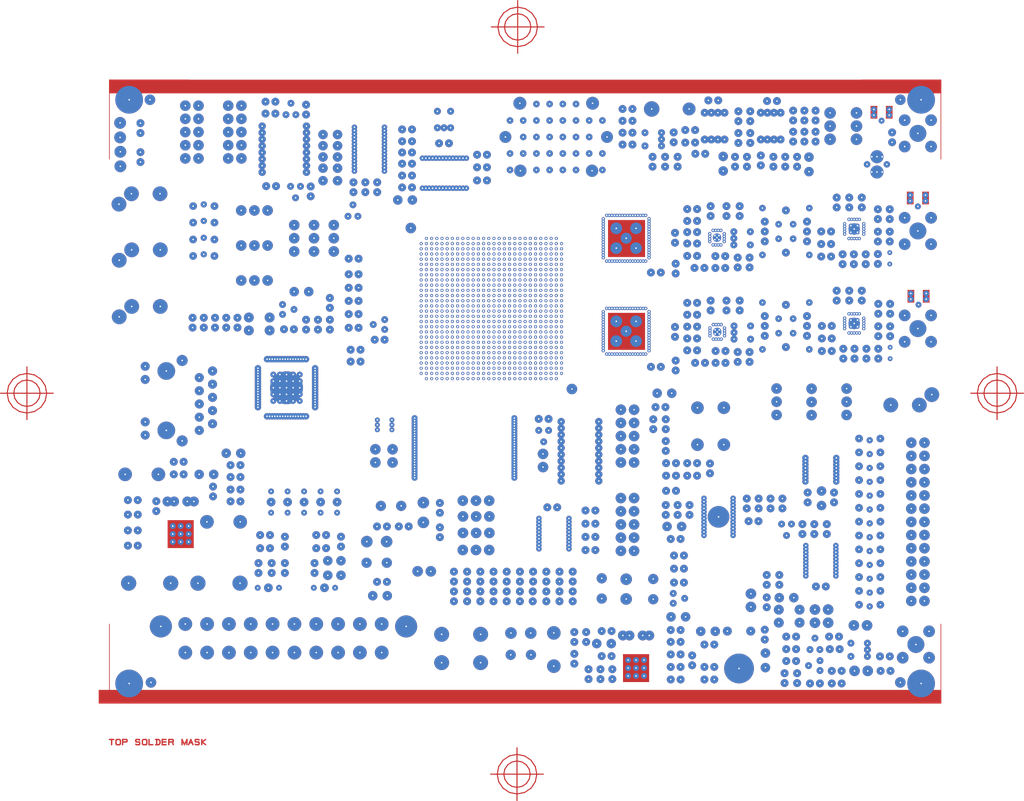
<source format=kicad_pcb>
(kicad_pcb (version 4) (host Gerbview "(5.0.2)-1")

  (layers 
    (0 F.Cu signal)
    (31 B.Cu signal)
    (32 B.Adhes user)
    (33 F.Adhes user)
    (34 B.Paste user)
    (35 F.Paste user)
    (36 B.SilkS user)
    (37 F.SilkS user)
    (38 B.Mask user)
    (39 F.Mask user)
    (40 Dwgs.User user)
    (41 Cmts.User user)
    (42 Eco1.User user)
    (43 Eco2.User user)
    (44 Edge.Cuts user)
    (45 Margin user)
    (46 B.CrtYd user)
    (47 F.CrtYd user)
    (48 B.Fab user)
    (49 F.Fab user)
  )

(segment (start 183.59653 -21.3868) (end 183.59653 -36.6268) (width 0.127) (layer F.Cu) (net 0))
(segment (start 23.5966 -141.38681) (end 38.8366 -141.38681) (width 0.127) (layer F.Cu) (net 0))
(segment (start 23.5966 -141.38681) (end 23.5966 -126.14681) (width 0.127) (layer F.Cu) (net 0))
(gr_poly (pts  (xy 23.5966 -21.3868) (xy 183.59653 -21.3868) (xy 183.59653 -23.88692)
 (xy 23.5966 -23.88692))(layer F.Cu) (width 0) )
(segment (start 23.5966 -21.3868) (end 183.59653 -21.3868) (width 0.127) (layer F.Cu) (net 0))
(segment (start 183.59653 -21.3868) (end 183.59653 -23.88692) (width 0.127) (layer F.Cu) (net 0))
(segment (start 183.59653 -23.88692) (end 23.5966 -23.88692) (width 0.127) (layer F.Cu) (net 0))
(segment (start 23.5966 -23.88692) (end 23.5966 -21.3868) (width 0.127) (layer F.Cu) (net 0))
(segment (start 23.5966 -21.3868) (end 23.5966 -36.6268) (width 0.127) (layer F.Cu) (net 0))
(segment (start 23.5966 -21.3868) (end 38.8366 -21.3868) (width 0.127) (layer F.Cu) (net 0))
(segment (start 183.59653 -21.3868) (end 168.35653 -21.3868) (width 0.127) (layer F.Cu) (net 0))
(segment (start 183.59653 -141.38681) (end 183.59653 -126.14681) (width 0.127) (layer F.Cu) (net 0))
(segment (start 183.59653 -141.38681) (end 168.35653 -141.38681) (width 0.127) (layer F.Cu) (net 0))
(gr_poly (pts  (xy 183.59653 -141.38681) (xy 23.5966 -141.38681) (xy 23.5966 -138.88669)
 (xy 183.59653 -138.88669))(layer F.Cu) (width 0) )
(segment (start 183.59653 -141.38681) (end 23.5966 -141.38681) (width 0.127) (layer F.Cu) (net 0))
(segment (start 23.5966 -141.38681) (end 23.5966 -138.88669) (width 0.127) (layer F.Cu) (net 0))
(segment (start 23.5966 -138.88669) (end 183.59653 -138.88669) (width 0.127) (layer F.Cu) (net 0))
(segment (start 183.59653 -138.88669) (end 183.59653 -141.38681) (width 0.127) (layer F.Cu) (net 0))
(gr_poly (pts  (xy 21.5966 -21.3868) (xy 23.5966 -21.3868) (xy 23.5966 -23.88692)
 (xy 21.5966 -23.88692))(layer F.Cu) (width 0) )
(segment (start 21.5966 -21.3868) (end 23.5966 -21.3868) (width 0.127) (layer F.Cu) (net 0))
(segment (start 23.5966 -21.3868) (end 23.5966 -23.88692) (width 0.127) (layer F.Cu) (net 0))
(segment (start 23.5966 -23.88692) (end 21.5966 -23.88692) (width 0.127) (layer F.Cu) (net 0))
(segment (start 21.5966 -23.88692) (end 21.5966 -21.3868) (width 0.127) (layer F.Cu) (net 0))
(gr_poly (pts  (xy 119.6086 -107.3658) (xy 126.60859 -107.3658) (xy 126.60859 -114.36579)
 (xy 119.6086 -114.36579))(layer F.Cu) (width 0) )
(segment (start 119.6086 -107.3658) (end 126.60859 -107.3658) (width 0.127) (layer F.Cu) (net 0))
(segment (start 126.60859 -107.3658) (end 126.60859 -114.36579) (width 0.127) (layer F.Cu) (net 0))
(segment (start 126.60859 -114.36579) (end 119.6086 -114.36579) (width 0.127) (layer F.Cu) (net 0))
(segment (start 119.6086 -114.36579) (end 119.6086 -107.3658) (width 0.127) (layer F.Cu) (net 0))
(gr_poly (pts  (xy 119.6086 -89.4842) (xy 126.60859 -89.4842) (xy 126.60859 -96.48419)
 (xy 119.6086 -96.48419))(layer F.Cu) (width 0) )
(segment (start 119.6086 -89.4842) (end 126.60859 -89.4842) (width 0.127) (layer F.Cu) (net 0))
(segment (start 126.60859 -89.4842) (end 126.60859 -96.48419) (width 0.127) (layer F.Cu) (net 0))
(segment (start 126.60859 -96.48419) (end 119.6086 -96.48419) (width 0.127) (layer F.Cu) (net 0))
(segment (start 119.6086 -96.48419) (end 119.6086 -89.4842) (width 0.127) (layer F.Cu) (net 0))
(segment (start 107.2388 -151.6126) (end 97.0788 -151.6126) (width 0.2032) (layer F.Cu) (net 0))
(segment (start 102.1588 -146.5326) (end 102.1588 -156.6926) (width 0.2032) (layer F.Cu) (net 0))
(segment (start 102.1588 -149.0726) (end 103.13082 -149.26595) (width 0.2032) (layer F.Cu) (net 0))
(segment (start 103.13082 -149.26595) (end 103.95485 -149.81655) (width 0.2032) (layer F.Cu) (net 0))
(segment (start 103.95485 -149.81655) (end 104.50545 -150.64058) (width 0.2032) (layer F.Cu) (net 0))
(segment (start 104.50545 -150.64058) (end 104.6988 -151.6126) (width 0.2032) (layer F.Cu) (net 0))
(segment (start 104.6988 -151.6126) (end 104.50545 -152.58462) (width 0.2032) (layer F.Cu) (net 0))
(segment (start 104.50545 -152.58462) (end 103.95485 -153.40865) (width 0.2032) (layer F.Cu) (net 0))
(segment (start 103.95485 -153.40865) (end 103.13082 -153.95925) (width 0.2032) (layer F.Cu) (net 0))
(segment (start 103.13082 -153.95925) (end 102.1588 -154.1526) (width 0.2032) (layer F.Cu) (net 0))
(segment (start 102.1588 -154.1526) (end 101.18678 -153.95925) (width 0.2032) (layer F.Cu) (net 0))
(segment (start 101.18678 -153.95925) (end 100.36275 -153.40865) (width 0.2032) (layer F.Cu) (net 0))
(segment (start 100.36275 -153.40865) (end 99.81215 -152.58462) (width 0.2032) (layer F.Cu) (net 0))
(segment (start 99.81215 -152.58462) (end 99.61879999999999 -151.6126) (width 0.2032) (layer F.Cu) (net 0))
(segment (start 99.61879999999999 -151.6126) (end 99.81215 -150.64058) (width 0.2032) (layer F.Cu) (net 0))
(segment (start 99.81215 -150.64058) (end 100.36275 -149.81655) (width 0.2032) (layer F.Cu) (net 0))
(segment (start 100.36275 -149.81655) (end 101.18678 -149.26595) (width 0.2032) (layer F.Cu) (net 0))
(segment (start 101.18678 -149.26595) (end 102.1588 -149.0726) (width 0.2032) (layer F.Cu) (net 0))
(segment (start 102.1588 -147.8026) (end 103.61682 -148.09262) (width 0.2032) (layer F.Cu) (net 0))
(segment (start 103.61682 -148.09262) (end 104.85288 -148.91852) (width 0.2032) (layer F.Cu) (net 0))
(segment (start 104.85288 -148.91852) (end 105.67878 -150.15458) (width 0.2032) (layer F.Cu) (net 0))
(segment (start 105.67878 -150.15458) (end 105.9688 -151.6126) (width 0.2032) (layer F.Cu) (net 0))
(segment (start 105.9688 -151.6126) (end 105.67878 -153.07062) (width 0.2032) (layer F.Cu) (net 0))
(segment (start 105.67878 -153.07062) (end 104.85288 -154.30668) (width 0.2032) (layer F.Cu) (net 0))
(segment (start 104.85288 -154.30668) (end 103.61682 -155.13258) (width 0.2032) (layer F.Cu) (net 0))
(segment (start 103.61682 -155.13258) (end 102.1588 -155.4226) (width 0.2032) (layer F.Cu) (net 0))
(segment (start 102.1588 -155.4226) (end 100.70078 -155.13258) (width 0.2032) (layer F.Cu) (net 0))
(segment (start 100.70078 -155.13258) (end 99.46472 -154.30668) (width 0.2032) (layer F.Cu) (net 0))
(segment (start 99.46472 -154.30668) (end 98.63882 -153.07062) (width 0.2032) (layer F.Cu) (net 0))
(segment (start 98.63882 -153.07062) (end 98.3488 -151.6126) (width 0.2032) (layer F.Cu) (net 0))
(segment (start 98.3488 -151.6126) (end 98.63882 -150.15458) (width 0.2032) (layer F.Cu) (net 0))
(segment (start 98.63882 -150.15458) (end 99.46472 -148.91852) (width 0.2032) (layer F.Cu) (net 0))
(segment (start 99.46472 -148.91852) (end 100.70078 -148.09262) (width 0.2032) (layer F.Cu) (net 0))
(segment (start 100.70078 -148.09262) (end 102.1588 -147.8026) (width 0.2032) (layer F.Cu) (net 0))
(segment (start 107.1118 -7.7216) (end 96.95180000000001 -7.7216) (width 0.2032) (layer F.Cu) (net 0))
(segment (start 102.0318 -2.6416) (end 102.0318 -12.8016) (width 0.2032) (layer F.Cu) (net 0))
(segment (start 102.0318 -5.1816) (end 103.00382 -5.37495) (width 0.2032) (layer F.Cu) (net 0))
(segment (start 103.00382 -5.37495) (end 103.82785 -5.92555) (width 0.2032) (layer F.Cu) (net 0))
(segment (start 103.82785 -5.92555) (end 104.37845 -6.74958) (width 0.2032) (layer F.Cu) (net 0))
(segment (start 104.37845 -6.74958) (end 104.5718 -7.7216) (width 0.2032) (layer F.Cu) (net 0))
(segment (start 104.5718 -7.7216) (end 104.37845 -8.693619999999999) (width 0.2032) (layer F.Cu) (net 0))
(segment (start 104.37845 -8.693619999999999) (end 103.82785 -9.51765) (width 0.2032) (layer F.Cu) (net 0))
(segment (start 103.82785 -9.51765) (end 103.00382 -10.06825) (width 0.2032) (layer F.Cu) (net 0))
(segment (start 103.00382 -10.06825) (end 102.0318 -10.2616) (width 0.2032) (layer F.Cu) (net 0))
(segment (start 102.0318 -10.2616) (end 101.05978 -10.06825) (width 0.2032) (layer F.Cu) (net 0))
(segment (start 101.05978 -10.06825) (end 100.23575 -9.51765) (width 0.2032) (layer F.Cu) (net 0))
(segment (start 100.23575 -9.51765) (end 99.68514999999999 -8.693619999999999) (width 0.2032) (layer F.Cu) (net 0))
(segment (start 99.68514999999999 -8.693619999999999) (end 99.4918 -7.7216) (width 0.2032) (layer F.Cu) (net 0))
(segment (start 99.4918 -7.7216) (end 99.68514999999999 -6.74958) (width 0.2032) (layer F.Cu) (net 0))
(segment (start 99.68514999999999 -6.74958) (end 100.23575 -5.92555) (width 0.2032) (layer F.Cu) (net 0))
(segment (start 100.23575 -5.92555) (end 101.05978 -5.37495) (width 0.2032) (layer F.Cu) (net 0))
(segment (start 101.05978 -5.37495) (end 102.0318 -5.1816) (width 0.2032) (layer F.Cu) (net 0))
(segment (start 102.0318 -3.9116) (end 103.48982 -4.20162) (width 0.2032) (layer F.Cu) (net 0))
(segment (start 103.48982 -4.20162) (end 104.72588 -5.02752) (width 0.2032) (layer F.Cu) (net 0))
(segment (start 104.72588 -5.02752) (end 105.55178 -6.26358) (width 0.2032) (layer F.Cu) (net 0))
(segment (start 105.55178 -6.26358) (end 105.8418 -7.7216) (width 0.2032) (layer F.Cu) (net 0))
(segment (start 105.8418 -7.7216) (end 105.55178 -9.17962) (width 0.2032) (layer F.Cu) (net 0))
(segment (start 105.55178 -9.17962) (end 104.72588 -10.41568) (width 0.2032) (layer F.Cu) (net 0))
(segment (start 104.72588 -10.41568) (end 103.48982 -11.24158) (width 0.2032) (layer F.Cu) (net 0))
(segment (start 103.48982 -11.24158) (end 102.0318 -11.5316) (width 0.2032) (layer F.Cu) (net 0))
(segment (start 102.0318 -11.5316) (end 100.57378 -11.24158) (width 0.2032) (layer F.Cu) (net 0))
(segment (start 100.57378 -11.24158) (end 99.33772 -10.41568) (width 0.2032) (layer F.Cu) (net 0))
(segment (start 99.33772 -10.41568) (end 98.51182 -9.17962) (width 0.2032) (layer F.Cu) (net 0))
(segment (start 98.51182 -9.17962) (end 98.2218 -7.7216) (width 0.2032) (layer F.Cu) (net 0))
(segment (start 98.2218 -7.7216) (end 98.51182 -6.26358) (width 0.2032) (layer F.Cu) (net 0))
(segment (start 98.51182 -6.26358) (end 99.33772 -5.02752) (width 0.2032) (layer F.Cu) (net 0))
(segment (start 99.33772 -5.02752) (end 100.57378 -4.20162) (width 0.2032) (layer F.Cu) (net 0))
(segment (start 100.57378 -4.20162) (end 102.0318 -3.9116) (width 0.2032) (layer F.Cu) (net 0))
(segment (start 12.8016 -81.07680000000001) (end 2.6416 -81.07680000000001) (width 0.2032) (layer F.Cu) (net 0))
(segment (start 7.7216 -75.99679999999999) (end 7.7216 -86.1568) (width 0.2032) (layer F.Cu) (net 0))
(segment (start 7.7216 -78.5368) (end 8.693619999999999 -78.73014999999999) (width 0.2032) (layer F.Cu) (net 0))
(segment (start 8.693619999999999 -78.73014999999999) (end 9.51765 -79.28075) (width 0.2032) (layer F.Cu) (net 0))
(segment (start 9.51765 -79.28075) (end 10.06825 -80.10478000000001) (width 0.2032) (layer F.Cu) (net 0))
(segment (start 10.06825 -80.10478000000001) (end 10.2616 -81.07680000000001) (width 0.2032) (layer F.Cu) (net 0))
(segment (start 10.2616 -81.07680000000001) (end 10.06825 -82.04882000000001) (width 0.2032) (layer F.Cu) (net 0))
(segment (start 10.06825 -82.04882000000001) (end 9.51765 -82.87285) (width 0.2032) (layer F.Cu) (net 0))
(segment (start 9.51765 -82.87285) (end 8.693619999999999 -83.42345) (width 0.2032) (layer F.Cu) (net 0))
(segment (start 8.693619999999999 -83.42345) (end 7.7216 -83.6168) (width 0.2032) (layer F.Cu) (net 0))
(segment (start 7.7216 -83.6168) (end 6.74958 -83.42345) (width 0.2032) (layer F.Cu) (net 0))
(segment (start 6.74958 -83.42345) (end 5.92555 -82.87285) (width 0.2032) (layer F.Cu) (net 0))
(segment (start 5.92555 -82.87285) (end 5.37495 -82.04882000000001) (width 0.2032) (layer F.Cu) (net 0))
(segment (start 5.37495 -82.04882000000001) (end 5.1816 -81.07680000000001) (width 0.2032) (layer F.Cu) (net 0))
(segment (start 5.1816 -81.07680000000001) (end 5.37495 -80.10478000000001) (width 0.2032) (layer F.Cu) (net 0))
(segment (start 5.37495 -80.10478000000001) (end 5.92555 -79.28075) (width 0.2032) (layer F.Cu) (net 0))
(segment (start 5.92555 -79.28075) (end 6.74958 -78.73014999999999) (width 0.2032) (layer F.Cu) (net 0))
(segment (start 6.74958 -78.73014999999999) (end 7.7216 -78.5368) (width 0.2032) (layer F.Cu) (net 0))
(segment (start 7.7216 -77.2668) (end 9.17962 -77.55682) (width 0.2032) (layer F.Cu) (net 0))
(segment (start 9.17962 -77.55682) (end 10.41568 -78.38272000000001) (width 0.2032) (layer F.Cu) (net 0))
(segment (start 10.41568 -78.38272000000001) (end 11.24158 -79.61878) (width 0.2032) (layer F.Cu) (net 0))
(segment (start 11.24158 -79.61878) (end 11.5316 -81.07680000000001) (width 0.2032) (layer F.Cu) (net 0))
(segment (start 11.5316 -81.07680000000001) (end 11.24158 -82.53482) (width 0.2032) (layer F.Cu) (net 0))
(segment (start 11.24158 -82.53482) (end 10.41568 -83.77088000000001) (width 0.2032) (layer F.Cu) (net 0))
(segment (start 10.41568 -83.77088000000001) (end 9.17962 -84.59678) (width 0.2032) (layer F.Cu) (net 0))
(segment (start 9.17962 -84.59678) (end 7.7216 -84.88679999999999) (width 0.2032) (layer F.Cu) (net 0))
(segment (start 7.7216 -84.88679999999999) (end 6.26358 -84.59678) (width 0.2032) (layer F.Cu) (net 0))
(segment (start 6.26358 -84.59678) (end 5.02752 -83.77088000000001) (width 0.2032) (layer F.Cu) (net 0))
(segment (start 5.02752 -83.77088000000001) (end 4.20162 -82.53482) (width 0.2032) (layer F.Cu) (net 0))
(segment (start 4.20162 -82.53482) (end 3.9116 -81.07680000000001) (width 0.2032) (layer F.Cu) (net 0))
(segment (start 3.9116 -81.07680000000001) (end 4.20162 -79.61878) (width 0.2032) (layer F.Cu) (net 0))
(segment (start 4.20162 -79.61878) (end 5.02752 -78.38272000000001) (width 0.2032) (layer F.Cu) (net 0))
(segment (start 5.02752 -78.38272000000001) (end 6.26358 -77.55682) (width 0.2032) (layer F.Cu) (net 0))
(segment (start 6.26358 -77.55682) (end 7.7216 -77.2668) (width 0.2032) (layer F.Cu) (net 0))
(segment (start 199.4916 -81.07680000000001) (end 189.3316 -81.07680000000001) (width 0.2032) (layer F.Cu) (net 0))
(segment (start 194.4116 -75.99679999999999) (end 194.4116 -86.1568) (width 0.2032) (layer F.Cu) (net 0))
(segment (start 194.4116 -78.5368) (end 195.38362 -78.73014999999999) (width 0.2032) (layer F.Cu) (net 0))
(segment (start 195.38362 -78.73014999999999) (end 196.20765 -79.28075) (width 0.2032) (layer F.Cu) (net 0))
(segment (start 196.20765 -79.28075) (end 196.75825 -80.10478000000001) (width 0.2032) (layer F.Cu) (net 0))
(segment (start 196.75825 -80.10478000000001) (end 196.9516 -81.07680000000001) (width 0.2032) (layer F.Cu) (net 0))
(segment (start 196.9516 -81.07680000000001) (end 196.75825 -82.04882000000001) (width 0.2032) (layer F.Cu) (net 0))
(segment (start 196.75825 -82.04882000000001) (end 196.20765 -82.87285) (width 0.2032) (layer F.Cu) (net 0))
(segment (start 196.20765 -82.87285) (end 195.38362 -83.42345) (width 0.2032) (layer F.Cu) (net 0))
(segment (start 195.38362 -83.42345) (end 194.4116 -83.6168) (width 0.2032) (layer F.Cu) (net 0))
(segment (start 194.4116 -83.6168) (end 193.43958 -83.42345) (width 0.2032) (layer F.Cu) (net 0))
(segment (start 193.43958 -83.42345) (end 192.61555 -82.87285) (width 0.2032) (layer F.Cu) (net 0))
(segment (start 192.61555 -82.87285) (end 192.06495 -82.04882000000001) (width 0.2032) (layer F.Cu) (net 0))
(segment (start 192.06495 -82.04882000000001) (end 191.8716 -81.07680000000001) (width 0.2032) (layer F.Cu) (net 0))
(segment (start 191.8716 -81.07680000000001) (end 192.06495 -80.10478000000001) (width 0.2032) (layer F.Cu) (net 0))
(segment (start 192.06495 -80.10478000000001) (end 192.61555 -79.28075) (width 0.2032) (layer F.Cu) (net 0))
(segment (start 192.61555 -79.28075) (end 193.43958 -78.73014999999999) (width 0.2032) (layer F.Cu) (net 0))
(segment (start 193.43958 -78.73014999999999) (end 194.4116 -78.5368) (width 0.2032) (layer F.Cu) (net 0))
(segment (start 194.4116 -77.2668) (end 195.86962 -77.55682) (width 0.2032) (layer F.Cu) (net 0))
(segment (start 195.86962 -77.55682) (end 197.10568 -78.38272000000001) (width 0.2032) (layer F.Cu) (net 0))
(segment (start 197.10568 -78.38272000000001) (end 197.93158 -79.61878) (width 0.2032) (layer F.Cu) (net 0))
(segment (start 197.93158 -79.61878) (end 198.2216 -81.07680000000001) (width 0.2032) (layer F.Cu) (net 0))
(segment (start 198.2216 -81.07680000000001) (end 197.93158 -82.53482) (width 0.2032) (layer F.Cu) (net 0))
(segment (start 197.93158 -82.53482) (end 197.10568 -83.77088000000001) (width 0.2032) (layer F.Cu) (net 0))
(segment (start 197.10568 -83.77088000000001) (end 195.86962 -84.59678) (width 0.2032) (layer F.Cu) (net 0))
(segment (start 195.86962 -84.59678) (end 194.4116 -84.88679999999999) (width 0.2032) (layer F.Cu) (net 0))
(segment (start 194.4116 -84.88679999999999) (end 192.95358 -84.59678) (width 0.2032) (layer F.Cu) (net 0))
(segment (start 192.95358 -84.59678) (end 191.71752 -83.77088000000001) (width 0.2032) (layer F.Cu) (net 0))
(segment (start 191.71752 -83.77088000000001) (end 190.89162 -82.53482) (width 0.2032) (layer F.Cu) (net 0))
(segment (start 190.89162 -82.53482) (end 190.6016 -81.07680000000001) (width 0.2032) (layer F.Cu) (net 0))
(segment (start 190.6016 -81.07680000000001) (end 190.89162 -79.61878) (width 0.2032) (layer F.Cu) (net 0))
(segment (start 190.89162 -79.61878) (end 191.71752 -78.38272000000001) (width 0.2032) (layer F.Cu) (net 0))
(segment (start 191.71752 -78.38272000000001) (end 192.95358 -77.55682) (width 0.2032) (layer F.Cu) (net 0))
(segment (start 192.95358 -77.55682) (end 194.4116 -77.2668) (width 0.2032) (layer F.Cu) (net 0))
 (via (at 104.71836 -30.7086) (size 1.9685) (layers F.Cu B.Cu))
 (via (at 100.81844 -30.7086) (size 1.9685) (layers F.Cu B.Cu))
 (via (at 147.00453 -35.27374) (size 1.72695) (layers F.Cu B.Cu))
 (via (at 144.7546 -28.07386) (size 5.72694) (layers F.Cu B.Cu))
 (via (at 142.50467 -35.27374) (size 1.72695) (layers F.Cu B.Cu))
 (via (at 148.52955 -60.79668) (size 1.52501) (layers F.Cu B.Cu))
 (via (at 148.52955 -58.89676) (size 1.52501) (layers F.Cu B.Cu))
 (via (at 166.9796 -87.74684000000001) (size 1.52501) (layers F.Cu B.Cu))
 (via (at 166.9796 -89.64676) (size 1.52501) (layers F.Cu B.Cu))
 (via (at 139.2936 -98.91776) (size 1.52501) (layers F.Cu B.Cu))
 (via (at 139.2936 -97.01784000000001) (size 1.52501) (layers F.Cu B.Cu))
(gr_poly (pts  (xy 124.65609 -30.72841) (xy 122.53189 -30.72841) (xy 122.53189 -25.55672)
 (xy 127.35331 -25.55672) (xy 127.35331 -30.72841))
(layer F.Cu) (width 0) )
(segment (start 124.65609 -30.72841) (end 122.53189 -30.72841) (width 0.2032) (layer F.Cu) (net 0))
(segment (start 122.53189 -30.72841) (end 122.53189 -25.55672) (width 0.2032) (layer F.Cu) (net 0))
(segment (start 122.53189 -25.55672) (end 127.35331 -25.55672) (width 0.2032) (layer F.Cu) (net 0))
(segment (start 127.35331 -25.55672) (end 127.35331 -30.72841) (width 0.2032) (layer F.Cu) (net 0))
(segment (start 127.35331 -30.72841) (end 124.65609 -30.72841) (width 0.2032) (layer F.Cu) (net 0))
 (via (at 127.4826 -34.42767) (size 1.905) (layers F.Cu B.Cu))
 (via (at 126.2126 -34.42767) (size 1.905) (layers F.Cu B.Cu))
 (via (at 124.9426 -29.6926) (size 1.143) (layers F.Cu B.Cu))
 (via (at 123.6726 -34.42767) (size 1.905) (layers F.Cu B.Cu))
 (via (at 122.4026 -34.42767) (size 1.905) (layers F.Cu B.Cu))
 (via (at 124.9426 -28.1686) (size 1.143) (layers F.Cu B.Cu))
 (via (at 123.4186 -28.1686) (size 1.143) (layers F.Cu B.Cu))
 (via (at 123.4186 -29.6926) (size 1.143) (layers F.Cu B.Cu))
 (via (at 123.4186 -26.6446) (size 1.143) (layers F.Cu B.Cu))
 (via (at 124.9426 -26.6446) (size 1.143) (layers F.Cu B.Cu))
 (via (at 126.4666 -26.6446) (size 1.143) (layers F.Cu B.Cu))
 (via (at 126.4666 -28.1686) (size 1.143) (layers F.Cu B.Cu))
 (via (at 126.4666 -29.6926) (size 1.143) (layers F.Cu B.Cu))
 (via (at 31.39669 -137.58672) (size 2.032) (layers F.Cu B.Cu))
 (via (at 139.98956 -32.6898) (size 1.52501) (layers F.Cu B.Cu))
 (via (at 138.08964 -32.6898) (size 1.52501) (layers F.Cu B.Cu))
 (via (at 148.9456 -126.85776) (size 1.52501) (layers F.Cu B.Cu))
 (via (at 148.9456 -124.95784) (size 1.52501) (layers F.Cu B.Cu))
 (via (at 179.79669 -137.58672) (size 5.334) (layers F.Cu B.Cu))
 (via (at 43.434 -85.35441) (size 1.778) (layers F.Cu B.Cu))
 (via (at 40.894 -84.08441000000001) (size 1.75006) (layers F.Cu B.Cu))
 (via (at 43.434 -82.81441) (size 1.75006) (layers F.Cu B.Cu))
 (via (at 40.894 -81.54441) (size 1.75006) (layers F.Cu B.Cu))
 (via (at 43.434 -80.27441) (size 1.75006) (layers F.Cu B.Cu))
 (via (at 40.894 -79.00440999999999) (size 1.75006) (layers F.Cu B.Cu))
 (via (at 43.434 -77.73441) (size 1.75006) (layers F.Cu B.Cu))
 (via (at 40.894 -76.46441) (size 1.75006) (layers F.Cu B.Cu))
 (via (at 43.434 -75.19441) (size 1.75006) (layers F.Cu B.Cu))
 (via (at 40.894 -73.92440999999999) (size 1.75006) (layers F.Cu B.Cu))
 (via (at 34.544 -85.35441) (size 3.40004) (layers F.Cu B.Cu))
 (via (at 34.544 -73.92440999999999) (size 3.40004) (layers F.Cu B.Cu))
 (via (at 37.59403 -87.38437999999999) (size 2.12496) (layers F.Cu B.Cu))
 (via (at 37.59403 -71.89445000000001) (size 2.12496) (layers F.Cu B.Cu))
 (via (at 30.48406 -86.2645) (size 1.72999) (layers F.Cu B.Cu))
 (via (at 30.48406 -83.72450000000001) (size 1.72999) (layers F.Cu B.Cu))
 (via (at 30.48406 -75.55432999999999) (size 1.72999) (layers F.Cu B.Cu))
 (via (at 30.48406 -73.01433) (size 1.72999) (layers F.Cu B.Cu))
 (via (at 66.7766 -108.3818) (size 2.032) (layers F.Cu B.Cu))
 (via (at 66.7766 -110.9218) (size 2.032) (layers F.Cu B.Cu))
 (via (at 66.7766 -113.4618) (size 2.032) (layers F.Cu B.Cu))
 (via (at 52.17668 -85.88172) (size 1.23698) (layers F.Cu B.Cu))
 (via (at 52.17668 -85.38185) (size 1.23698) (layers F.Cu B.Cu))
 (via (at 52.17668 -84.88172) (size 1.23698) (layers F.Cu B.Cu))
 (via (at 52.17668 -84.38185) (size 1.23698) (layers F.Cu B.Cu))
 (via (at 52.17668 -83.88172) (size 1.23698) (layers F.Cu B.Cu))
 (via (at 52.17668 -83.38185) (size 1.23698) (layers F.Cu B.Cu))
 (via (at 52.17668 -82.88172) (size 1.23698) (layers F.Cu B.Cu))
 (via (at 52.17668 -82.38185) (size 1.23698) (layers F.Cu B.Cu))
 (via (at 52.17668 -81.88173) (size 1.23698) (layers F.Cu B.Cu))
 (via (at 52.17668 -81.38185) (size 1.23698) (layers F.Cu B.Cu))
 (via (at 52.17668 -80.88173) (size 1.23698) (layers F.Cu B.Cu))
 (via (at 52.17668 -80.38186) (size 1.23698) (layers F.Cu B.Cu))
 (via (at 52.17668 -79.88173) (size 1.23698) (layers F.Cu B.Cu))
 (via (at 52.17668 -79.38186) (size 1.23698) (layers F.Cu B.Cu))
 (via (at 52.17668 -78.88173) (size 1.23698) (layers F.Cu B.Cu))
 (via (at 52.17668 -78.38186) (size 1.23698) (layers F.Cu B.Cu))
 (via (at 53.92649 -76.6318) (size 1.23698) (layers F.Cu B.Cu))
 (via (at 54.42661 -76.6318) (size 1.23698) (layers F.Cu B.Cu))
 (via (at 54.92648 -76.6318) (size 1.23698) (layers F.Cu B.Cu))
 (via (at 55.42661 -76.6318) (size 1.23698) (layers F.Cu B.Cu))
 (via (at 55.92648 -76.6318) (size 1.23698) (layers F.Cu B.Cu))
 (via (at 56.42661 -76.6318) (size 1.23698) (layers F.Cu B.Cu))
 (via (at 56.92648 -76.6318) (size 1.23698) (layers F.Cu B.Cu))
 (via (at 57.42661 -76.6318) (size 1.23698) (layers F.Cu B.Cu))
 (via (at 57.92648 -76.6318) (size 1.23698) (layers F.Cu B.Cu))
 (via (at 58.4266 -76.6318) (size 1.23698) (layers F.Cu B.Cu))
 (via (at 58.92648 -76.6318) (size 1.23698) (layers F.Cu B.Cu))
 (via (at 59.4266 -76.6318) (size 1.23698) (layers F.Cu B.Cu))
 (via (at 59.92647 -76.6318) (size 1.23698) (layers F.Cu B.Cu))
 (via (at 60.4266 -76.6318) (size 1.23698) (layers F.Cu B.Cu))
 (via (at 60.92673 -76.6318) (size 1.23698) (layers F.Cu B.Cu))
 (via (at 61.4266 -76.6318) (size 1.23698) (layers F.Cu B.Cu))
 (via (at 63.17666 -78.38186) (size 1.23698) (layers F.Cu B.Cu))
 (via (at 63.17666 -78.88173) (size 1.23698) (layers F.Cu B.Cu))
 (via (at 63.17666 -79.38186) (size 1.23698) (layers F.Cu B.Cu))
 (via (at 63.17666 -79.88173) (size 1.23698) (layers F.Cu B.Cu))
 (via (at 63.17666 -80.38186) (size 1.23698) (layers F.Cu B.Cu))
 (via (at 63.17666 -80.88173) (size 1.23698) (layers F.Cu B.Cu))
 (via (at 63.17666 -81.38185) (size 1.23698) (layers F.Cu B.Cu))
 (via (at 63.17666 -81.88173) (size 1.23698) (layers F.Cu B.Cu))
 (via (at 63.17666 -82.38185) (size 1.23698) (layers F.Cu B.Cu))
 (via (at 63.17666 -82.88172) (size 1.23698) (layers F.Cu B.Cu))
 (via (at 63.17666 -83.38185) (size 1.23698) (layers F.Cu B.Cu))
 (via (at 63.17666 -83.88172) (size 1.23698) (layers F.Cu B.Cu))
 (via (at 63.17666 -84.38185) (size 1.23698) (layers F.Cu B.Cu))
 (via (at 63.17666 -84.88172) (size 1.23698) (layers F.Cu B.Cu))
 (via (at 63.17666 -85.38185) (size 1.23698) (layers F.Cu B.Cu))
 (via (at 63.17666 -85.88172) (size 1.23698) (layers F.Cu B.Cu))
 (via (at 61.4266 -87.63178000000001) (size 1.23698) (layers F.Cu B.Cu))
 (via (at 60.92673 -87.63178000000001) (size 1.23698) (layers F.Cu B.Cu))
 (via (at 60.4266 -87.63178000000001) (size 1.23698) (layers F.Cu B.Cu))
 (via (at 59.92647 -87.63178000000001) (size 1.23698) (layers F.Cu B.Cu))
 (via (at 59.4266 -87.63178000000001) (size 1.23698) (layers F.Cu B.Cu))
 (via (at 58.92648 -87.63178000000001) (size 1.23698) (layers F.Cu B.Cu))
 (via (at 58.4266 -87.63178000000001) (size 1.23698) (layers F.Cu B.Cu))
 (via (at 57.92648 -87.63178000000001) (size 1.23698) (layers F.Cu B.Cu))
 (via (at 57.42661 -87.63178000000001) (size 1.23698) (layers F.Cu B.Cu))
 (via (at 56.92648 -87.63178000000001) (size 1.23698) (layers F.Cu B.Cu))
 (via (at 56.42661 -87.63178000000001) (size 1.23698) (layers F.Cu B.Cu))
 (via (at 55.92648 -87.63178000000001) (size 1.23698) (layers F.Cu B.Cu))
 (via (at 55.42661 -87.63178000000001) (size 1.23698) (layers F.Cu B.Cu))
 (via (at 54.92648 -87.63178000000001) (size 1.23698) (layers F.Cu B.Cu))
 (via (at 54.42661 -87.63178000000001) (size 1.23698) (layers F.Cu B.Cu))
 (via (at 53.92649 -87.63178000000001) (size 1.23698) (layers F.Cu B.Cu))
 (via (at 57.67654 -82.13191999999999) (size 6.32689) (layers F.Cu B.Cu))
 (via (at 55.13654 -84.67192) (size 1.14097) (layers F.Cu B.Cu))
 (via (at 57.67654 -84.67192) (size 1.14097) (layers F.Cu B.Cu))
 (via (at 60.21654 -84.67192) (size 1.14097) (layers F.Cu B.Cu))
 (via (at 55.13654 -79.59192) (size 1.14097) (layers F.Cu B.Cu))
 (via (at 60.21654 -79.59192) (size 1.14097) (layers F.Cu B.Cu))
 (via (at 57.67654 -79.59192) (size 1.14097) (layers F.Cu B.Cu))
 (via (at 55.13654 -82.13191999999999) (size 1.14097) (layers F.Cu B.Cu))
 (via (at 60.21654 -82.13191999999999) (size 1.14097) (layers F.Cu B.Cu))
 (via (at 55.13654 -80.86192) (size 1.14097) (layers F.Cu B.Cu))
 (via (at 55.13654 -83.40192) (size 1.14097) (layers F.Cu B.Cu))
 (via (at 56.40654 -79.59192) (size 1.14097) (layers F.Cu B.Cu))
 (via (at 56.40654 -80.86192) (size 1.14097) (layers F.Cu B.Cu))
 (via (at 56.40654 -82.13191999999999) (size 1.14097) (layers F.Cu B.Cu))
 (via (at 56.40654 -83.40192) (size 1.14097) (layers F.Cu B.Cu))
 (via (at 56.40654 -84.67192) (size 1.14097) (layers F.Cu B.Cu))
 (via (at 57.67654 -80.86192) (size 1.14097) (layers F.Cu B.Cu))
 (via (at 57.67654 -83.40192) (size 1.14097) (layers F.Cu B.Cu))
 (via (at 58.94654 -79.59192) (size 1.14097) (layers F.Cu B.Cu))
 (via (at 60.21654 -80.86192) (size 1.14097) (layers F.Cu B.Cu))
 (via (at 58.94654 -80.86192) (size 1.14097) (layers F.Cu B.Cu))
 (via (at 58.94654 -82.13191999999999) (size 1.14097) (layers F.Cu B.Cu))
 (via (at 60.21654 -83.40192) (size 1.14097) (layers F.Cu B.Cu))
 (via (at 58.94654 -83.40192) (size 1.14097) (layers F.Cu B.Cu))
 (via (at 58.94654 -84.67192) (size 1.14097) (layers F.Cu B.Cu))
 (via (at 117.76761 -64.1858) (size 1.40995) (layers F.Cu B.Cu))
 (via (at 117.76761 -65.4558) (size 1.40995) (layers F.Cu B.Cu))
 (via (at 117.76761 -66.72580000000001) (size 1.40995) (layers F.Cu B.Cu))
 (via (at 117.76761 -67.9958) (size 1.40995) (layers F.Cu B.Cu))
 (via (at 117.76761 -69.2658) (size 1.40995) (layers F.Cu B.Cu))
 (via (at 117.76761 -70.53579999999999) (size 1.40995) (layers F.Cu B.Cu))
 (via (at 117.76761 -71.8058) (size 1.40995) (layers F.Cu B.Cu))
 (via (at 117.76761 -73.0758) (size 1.40995) (layers F.Cu B.Cu))
 (via (at 117.76761 -74.3458) (size 1.40995) (layers F.Cu B.Cu))
 (via (at 117.76761 -75.61579999999999) (size 1.40995) (layers F.Cu B.Cu))
 (via (at 110.52759 -75.61579999999999) (size 1.40995) (layers F.Cu B.Cu))
 (via (at 110.52759 -74.3458) (size 1.40995) (layers F.Cu B.Cu))
 (via (at 110.52759 -73.0758) (size 1.40995) (layers F.Cu B.Cu))
 (via (at 110.52759 -71.8058) (size 1.40995) (layers F.Cu B.Cu))
 (via (at 110.52759 -70.53579999999999) (size 1.40995) (layers F.Cu B.Cu))
 (via (at 110.52759 -69.2658) (size 1.40995) (layers F.Cu B.Cu))
 (via (at 110.52759 -67.9958) (size 1.40995) (layers F.Cu B.Cu))
 (via (at 110.52759 -66.72580000000001) (size 1.40995) (layers F.Cu B.Cu))
 (via (at 110.52759 -65.4558) (size 1.40995) (layers F.Cu B.Cu))
 (via (at 110.52759 -64.1858) (size 1.40995) (layers F.Cu B.Cu))
 (via (at 179.79669 -25.18689) (size 5.334) (layers F.Cu B.Cu))
 (via (at 171.95063 -48.34763) (size 1.47498) (layers F.Cu B.Cu))
 (via (at 169.9006 -48.01997) (size 1.20002) (layers F.Cu B.Cu))
 (via (at 167.85057 -48.34763) (size 1.47498) (layers F.Cu B.Cu))
 (via (at 27.39669 -25.18689) (size 5.334) (layers F.Cu B.Cu))
 (via (at 27.39669 -137.58672) (size 5.334) (layers F.Cu B.Cu))
 (via (at 127.43764 -89.26474) (size 0.64008) (layers F.Cu B.Cu))
 (via (at 127.43764 -89.76487) (size 0.64008) (layers F.Cu B.Cu))
 (via (at 127.43764 -90.26474) (size 0.64008) (layers F.Cu B.Cu))
 (via (at 127.43764 -90.76487) (size 0.64008) (layers F.Cu B.Cu))
 (via (at 127.43764 -91.26474) (size 0.64008) (layers F.Cu B.Cu))
 (via (at 127.43764 -91.76487) (size 0.64008) (layers F.Cu B.Cu))
 (via (at 127.43764 -92.26474) (size 0.64008) (layers F.Cu B.Cu))
 (via (at 127.43764 -92.76486) (size 0.64008) (layers F.Cu B.Cu))
 (via (at 127.43764 -93.26474) (size 0.64008) (layers F.Cu B.Cu))
 (via (at 127.43764 -93.76486) (size 0.64008) (layers F.Cu B.Cu))
 (via (at 127.43764 -94.26473) (size 0.64008) (layers F.Cu B.Cu))
 (via (at 127.43764 -94.76486) (size 0.64008) (layers F.Cu B.Cu))
 (via (at 127.43764 -95.26473) (size 0.64008) (layers F.Cu B.Cu))
 (via (at 127.43764 -95.76486) (size 0.64008) (layers F.Cu B.Cu))
 (via (at 127.43764 -96.26473) (size 0.64008) (layers F.Cu B.Cu))
 (via (at 127.43764 -96.76486) (size 0.64008) (layers F.Cu B.Cu))
 (via (at 126.78766 -97.41484) (size 0.64008) (layers F.Cu B.Cu))
 (via (at 126.28753 -97.41484) (size 0.64008) (layers F.Cu B.Cu))
 (via (at 125.78766 -97.41484) (size 0.64008) (layers F.Cu B.Cu))
 (via (at 125.28753 -97.41484) (size 0.64008) (layers F.Cu B.Cu))
 (via (at 124.78766 -97.41484) (size 0.64008) (layers F.Cu B.Cu))
 (via (at 124.28753 -97.41484) (size 0.64008) (layers F.Cu B.Cu))
 (via (at 123.78766 -97.41484) (size 0.64008) (layers F.Cu B.Cu))
 (via (at 123.28754 -97.41484) (size 0.64008) (layers F.Cu B.Cu))
 (via (at 122.78766 -97.41484) (size 0.64008) (layers F.Cu B.Cu))
 (via (at 122.28754 -97.41484) (size 0.64008) (layers F.Cu B.Cu))
 (via (at 121.78767 -97.41484) (size 0.64008) (layers F.Cu B.Cu))
 (via (at 121.28754 -97.41484) (size 0.64008) (layers F.Cu B.Cu))
 (via (at 120.78767 -97.41484) (size 0.64008) (layers F.Cu B.Cu))
 (via (at 120.28754 -97.41484) (size 0.64008) (layers F.Cu B.Cu))
 (via (at 119.78767 -97.41484) (size 0.64008) (layers F.Cu B.Cu))
 (via (at 119.28754 -97.41484) (size 0.64008) (layers F.Cu B.Cu))
 (via (at 118.63756 -96.76486) (size 0.64008) (layers F.Cu B.Cu))
 (via (at 118.63756 -96.26473) (size 0.64008) (layers F.Cu B.Cu))
 (via (at 118.63756 -95.76486) (size 0.64008) (layers F.Cu B.Cu))
 (via (at 118.63756 -95.26473) (size 0.64008) (layers F.Cu B.Cu))
 (via (at 118.63756 -94.76486) (size 0.64008) (layers F.Cu B.Cu))
 (via (at 118.63756 -94.26473) (size 0.64008) (layers F.Cu B.Cu))
 (via (at 118.63756 -93.76486) (size 0.64008) (layers F.Cu B.Cu))
 (via (at 118.63756 -93.26474) (size 0.64008) (layers F.Cu B.Cu))
 (via (at 118.63756 -92.76486) (size 0.64008) (layers F.Cu B.Cu))
 (via (at 118.63756 -92.26474) (size 0.64008) (layers F.Cu B.Cu))
 (via (at 118.63756 -91.76487) (size 0.64008) (layers F.Cu B.Cu))
 (via (at 118.63756 -91.26474) (size 0.64008) (layers F.Cu B.Cu))
 (via (at 118.63756 -90.76487) (size 0.64008) (layers F.Cu B.Cu))
 (via (at 118.63756 -90.26474) (size 0.64008) (layers F.Cu B.Cu))
 (via (at 118.63756 -89.76487) (size 0.64008) (layers F.Cu B.Cu))
 (via (at 118.63756 -89.26474) (size 0.64008) (layers F.Cu B.Cu))
 (via (at 119.28754 -88.61476) (size 0.64008) (layers F.Cu B.Cu))
 (via (at 119.78767 -88.61476) (size 0.64008) (layers F.Cu B.Cu))
 (via (at 120.28754 -88.61476) (size 0.64008) (layers F.Cu B.Cu))
 (via (at 120.78767 -88.61476) (size 0.64008) (layers F.Cu B.Cu))
 (via (at 121.28754 -88.61476) (size 0.64008) (layers F.Cu B.Cu))
 (via (at 121.78767 -88.61476) (size 0.64008) (layers F.Cu B.Cu))
 (via (at 122.28754 -88.61476) (size 0.64008) (layers F.Cu B.Cu))
 (via (at 122.78766 -88.61476) (size 0.64008) (layers F.Cu B.Cu))
 (via (at 123.28754 -88.61476) (size 0.64008) (layers F.Cu B.Cu))
 (via (at 123.78766 -88.61476) (size 0.64008) (layers F.Cu B.Cu))
 (via (at 124.28753 -88.61476) (size 0.64008) (layers F.Cu B.Cu))
 (via (at 124.78766 -88.61476) (size 0.64008) (layers F.Cu B.Cu))
 (via (at 125.28753 -88.61476) (size 0.64008) (layers F.Cu B.Cu))
 (via (at 125.78766 -88.61476) (size 0.64008) (layers F.Cu B.Cu))
 (via (at 126.28753 -88.61476) (size 0.64008) (layers F.Cu B.Cu))
 (via (at 126.78766 -88.61476) (size 0.64008) (layers F.Cu B.Cu))
 (via (at 121.1326 -94.9198) (size 2.24993) (layers F.Cu B.Cu))
 (via (at 121.1326 -91.10980000000001) (size 2.24993) (layers F.Cu B.Cu))
 (via (at 124.9426 -91.10980000000001) (size 2.24993) (layers F.Cu B.Cu))
 (via (at 124.9426 -94.9198) (size 2.24993) (layers F.Cu B.Cu))
 (via (at 123.0376 -93.01479999999999) (size 2.127) (layers F.Cu B.Cu))
 (via (at 163.0426 -60.06084) (size 1.52501) (layers F.Cu B.Cu))
 (via (at 163.0426 -61.96076) (size 1.52501) (layers F.Cu B.Cu))
 (via (at 180.4416 -41.0718) (size 2.032) (layers F.Cu B.Cu))
 (via (at 177.9016 -41.0718) (size 2.032) (layers F.Cu B.Cu))
 (via (at 180.4416 -43.6118) (size 2.032) (layers F.Cu B.Cu))
 (via (at 177.9016 -43.6118) (size 2.032) (layers F.Cu B.Cu))
 (via (at 180.4416 -46.1518) (size 2.032) (layers F.Cu B.Cu))
 (via (at 177.9016 -46.1518) (size 2.032) (layers F.Cu B.Cu))
 (via (at 180.4416 -48.6918) (size 2.032) (layers F.Cu B.Cu))
 (via (at 177.9016 -48.6918) (size 2.032) (layers F.Cu B.Cu))
 (via (at 180.4416 -51.2318) (size 2.032) (layers F.Cu B.Cu))
 (via (at 177.9016 -51.2318) (size 2.032) (layers F.Cu B.Cu))
 (via (at 180.4416 -53.7718) (size 2.032) (layers F.Cu B.Cu))
 (via (at 177.9016 -53.7718) (size 2.032) (layers F.Cu B.Cu))
 (via (at 180.4416 -56.3118) (size 2.032) (layers F.Cu B.Cu))
 (via (at 177.9016 -56.3118) (size 2.032) (layers F.Cu B.Cu))
 (via (at 180.4416 -58.8518) (size 2.032) (layers F.Cu B.Cu))
 (via (at 177.9016 -58.8518) (size 2.032) (layers F.Cu B.Cu))
 (via (at 180.4416 -61.3918) (size 2.032) (layers F.Cu B.Cu))
 (via (at 177.9016 -61.3918) (size 2.032) (layers F.Cu B.Cu))
 (via (at 180.4416 -63.9318) (size 2.032) (layers F.Cu B.Cu))
 (via (at 177.9016 -63.9318) (size 2.032) (layers F.Cu B.Cu))
 (via (at 180.4416 -66.4718) (size 2.032) (layers F.Cu B.Cu))
 (via (at 177.9016 -66.4718) (size 2.032) (layers F.Cu B.Cu))
 (via (at 180.4416 -69.01179999999999) (size 2.032) (layers F.Cu B.Cu))
 (via (at 177.9016 -69.01179999999999) (size 2.032) (layers F.Cu B.Cu))
 (via (at 180.4416 -71.5518) (size 2.032) (layers F.Cu B.Cu))
 (via (at 177.9016 -71.5518) (size 2.032) (layers F.Cu B.Cu))
 (via (at 39.70096 -110.67796) (size 1.47498) (layers F.Cu B.Cu))
 (via (at 41.751 -111.00562) (size 1.20002) (layers F.Cu B.Cu))
 (via (at 43.80103 -110.67796) (size 1.47498) (layers F.Cu B.Cu))
 (via (at 46.0756 -95.61575999999999) (size 1.52501) (layers F.Cu B.Cu))
 (via (at 46.0756 -93.71584) (size 1.52501) (layers F.Cu B.Cu))
 (via (at 39.70096 -107.50296) (size 1.47498) (layers F.Cu B.Cu))
 (via (at 41.751 -107.83062) (size 1.20002) (layers F.Cu B.Cu))
 (via (at 43.80103 -107.50296) (size 1.47498) (layers F.Cu B.Cu))
 (via (at 161.6456 -53.96484) (size 1.52501) (layers F.Cu B.Cu))
 (via (at 161.6456 -55.86476) (size 1.52501) (layers F.Cu B.Cu))
 (via (at 31.59658 -25.38679) (size 2.032) (layers F.Cu B.Cu))
 (via (at 163.5506 -98.92283999999999) (size 1.52501) (layers F.Cu B.Cu))
 (via (at 163.5506 -100.82276) (size 1.52501) (layers F.Cu B.Cu))
 (via (at 66.0146 -99.42576) (size 1.52501) (layers F.Cu B.Cu))
 (via (at 66.0146 -97.52584) (size 1.52501) (layers F.Cu B.Cu))
 (via (at 91.63075000000001 -57.35015) (size 2.032) (layers F.Cu B.Cu))
 (via (at 94.17075 -57.35015) (size 2.032) (layers F.Cu B.Cu))
 (via (at 96.71075 -57.35015) (size 2.032) (layers F.Cu B.Cu))
 (via (at 134.14756 -44.6278) (size 1.52501) (layers F.Cu B.Cu))
 (via (at 132.24764 -44.6278) (size 1.52501) (layers F.Cu B.Cu))
 (via (at 50.4256 -93.16186999999999) (size 1.90297) (layers F.Cu B.Cu))
 (via (at 54.4256 -93.16186999999999) (size 1.90297) (layers F.Cu B.Cu))
 (via (at 54.4256 -95.66173000000001) (size 1.90297) (layers F.Cu B.Cu))
 (via (at 50.4256 -95.66173000000001) (size 1.90297) (layers F.Cu B.Cu))
 (via (at 81.89265 -118.2878) (size 1.82499) (layers F.Cu B.Cu))
 (via (at 79.09255 -118.2878) (size 1.82499) (layers F.Cu B.Cu))
 (via (at 71.54671999999999 -96.31375) (size 1.52501) (layers F.Cu B.Cu))
 (via (at 69.64655 -96.31375) (size 1.52501) (layers F.Cu B.Cu))
 (via (at 151.3586 -124.70384) (size 1.52501) (layers F.Cu B.Cu))
 (via (at 151.3586 -126.60376) (size 1.52501) (layers F.Cu B.Cu))
 (via (at 146.24355 -58.89676) (size 1.52501) (layers F.Cu B.Cu))
 (via (at 146.24355 -60.79668) (size 1.52501) (layers F.Cu B.Cu))
 (via (at 71.54671999999999 -101.39375) (size 1.52501) (layers F.Cu B.Cu))
 (via (at 69.64655 -101.39375) (size 1.52501) (layers F.Cu B.Cu))
 (via (at 157.3276 -129.52984) (size 1.52501) (layers F.Cu B.Cu))
 (via (at 157.3276 -131.42976) (size 1.52501) (layers F.Cu B.Cu))
 (via (at 141.7066 -126.67285) (size 1.82499) (layers F.Cu B.Cu))
 (via (at 141.7066 -123.87275) (size 1.82499) (layers F.Cu B.Cu))
 (via (at 41.7576 -95.61575999999999) (size 1.52501) (layers F.Cu B.Cu))
 (via (at 41.7576 -93.71584) (size 1.52501) (layers F.Cu B.Cu))
 (via (at 59.15355 -100.6348) (size 1.82499) (layers F.Cu B.Cu))
 (via (at 61.95365 -100.6348) (size 1.82499) (layers F.Cu B.Cu))
 (via (at 132.9436 -59.54776) (size 1.52501) (layers F.Cu B.Cu))
 (via (at 132.9436 -57.64784) (size 1.52501) (layers F.Cu B.Cu))
 (via (at 120.17045 -32.8676) (size 1.82499) (layers F.Cu B.Cu))
 (via (at 117.37035 -32.8676) (size 1.82499) (layers F.Cu B.Cu))
 (via (at 63.07557 -46.47184) (size 1.52501) (layers F.Cu B.Cu))
 (via (at 63.07557 -48.37176) (size 1.52501) (layers F.Cu B.Cu))
 (via (at 155.1686 -131.42976) (size 1.52501) (layers F.Cu B.Cu))
 (via (at 155.1686 -129.52984) (size 1.52501) (layers F.Cu B.Cu))
 (via (at 62.3316 -120.88876) (size 1.52501) (layers F.Cu B.Cu))
 (via (at 62.3316 -118.98884) (size 1.52501) (layers F.Cu B.Cu))
 (via (at 134.40664 -131.7498) (size 1.52501) (layers F.Cu B.Cu))
 (via (at 136.30656 -131.7498) (size 1.52501) (layers F.Cu B.Cu))
 (via (at 43.9166 -95.61575999999999) (size 1.52501) (layers F.Cu B.Cu))
 (via (at 43.9166 -93.71584) (size 1.52501) (layers F.Cu B.Cu))
 (via (at 76.54671 -91.38691) (size 1.52501) (layers F.Cu B.Cu))
 (via (at 74.64654 -91.38691) (size 1.52501) (layers F.Cu B.Cu))
 (via (at 149.8346 -31.04185) (size 1.82499) (layers F.Cu B.Cu))
 (via (at 149.8346 -28.24175) (size 1.82499) (layers F.Cu B.Cu))
 (via (at 70.01764 -89.4588) (size 1.52501) (layers F.Cu B.Cu))
 (via (at 71.91755999999999 -89.4588) (size 1.52501) (layers F.Cu B.Cu))
 (via (at 71.54671999999999 -98.85375000000001) (size 1.52501) (layers F.Cu B.Cu))
 (via (at 69.64655 -98.85375000000001) (size 1.52501) (layers F.Cu B.Cu))
 (via (at 76.56957 -93.35769999999999) (size 1.32499) (layers F.Cu B.Cu))
 (via (at 76.56957 -95.25787) (size 1.32499) (layers F.Cu B.Cu))
 (via (at 74.36968 -94.30791000000001) (size 1.32499) (layers F.Cu B.Cu))
 (via (at 25.48357 -106.68584) (size 2.8448) (layers F.Cu B.Cu))
 (via (at 27.88361 -108.68584) (size 2.8448) (layers F.Cu B.Cu))
 (via (at 33.38347 -108.68584) (size 2.8448) (layers F.Cu B.Cu))
 (via (at 150.0886 -39.86784) (size 1.52501) (layers F.Cu B.Cu))
 (via (at 150.0886 -41.76776) (size 1.52501) (layers F.Cu B.Cu))
 (via (at 132.62356 -62.2808) (size 1.52501) (layers F.Cu B.Cu))
 (via (at 130.72364 -62.2808) (size 1.52501) (layers F.Cu B.Cu))
 (via (at 164.8206 -89.64676) (size 1.52501) (layers F.Cu B.Cu))
 (via (at 164.8206 -87.74684000000001) (size 1.52501) (layers F.Cu B.Cu))
 (via (at 173.8376 -93.96476) (size 1.52501) (layers F.Cu B.Cu))
 (via (at 173.8376 -92.06484) (size 1.52501) (layers F.Cu B.Cu))
 (via (at 130.6576 -59.54776) (size 1.52501) (layers F.Cu B.Cu))
 (via (at 130.6576 -57.64784) (size 1.52501) (layers F.Cu B.Cu))
 (via (at 155.1686 -133.59384) (size 1.52501) (layers F.Cu B.Cu))
 (via (at 155.1686 -135.49376) (size 1.52501) (layers F.Cu B.Cu))
 (via (at 61.4426 -95.23475999999999) (size 1.52501) (layers F.Cu B.Cu))
 (via (at 61.4426 -93.33484) (size 1.52501) (layers F.Cu B.Cu))
 (via (at 144.5006 -89.01176) (size 1.52501) (layers F.Cu B.Cu))
 (via (at 144.5006 -87.11184) (size 1.52501) (layers F.Cu B.Cu))
 (via (at 171.5516 -92.06484) (size 1.52501) (layers F.Cu B.Cu))
 (via (at 171.5516 -93.96476) (size 1.52501) (layers F.Cu B.Cu))
 (via (at 66.0146 -93.33484) (size 1.52501) (layers F.Cu B.Cu))
 (via (at 66.0146 -95.23475999999999) (size 1.52501) (layers F.Cu B.Cu))
 (via (at 63.7286 -95.23475999999999) (size 1.52501) (layers F.Cu B.Cu))
 (via (at 63.7286 -93.33484) (size 1.52501) (layers F.Cu B.Cu))
 (via (at 136.34669 -127.18669) (size 1.52501) (layers F.Cu B.Cu))
 (via (at 138.24661 -127.18669) (size 1.52501) (layers F.Cu B.Cu))
 (via (at 83.83548999999999 -120.55373) (size 1.05702) (layers F.Cu B.Cu))
 (via (at 84.48548 -120.55373) (size 1.05702) (layers F.Cu B.Cu))
 (via (at 85.13572000000001 -120.55373) (size 1.05702) (layers F.Cu B.Cu))
 (via (at 85.78570999999999 -120.55373) (size 1.05702) (layers F.Cu B.Cu))
 (via (at 86.43568999999999 -120.55373) (size 1.05702) (layers F.Cu B.Cu))
 (via (at 87.08568 -120.55373) (size 1.05702) (layers F.Cu B.Cu))
 (via (at 87.73566 -120.55373) (size 1.05702) (layers F.Cu B.Cu))
 (via (at 88.38565 -120.55373) (size 1.05702) (layers F.Cu B.Cu))
 (via (at 89.03564 -120.55373) (size 1.05702) (layers F.Cu B.Cu))
 (via (at 89.68562 -120.55373) (size 1.05702) (layers F.Cu B.Cu))
 (via (at 90.33561 -120.55373) (size 1.05702) (layers F.Cu B.Cu))
 (via (at 90.98559 -120.55373) (size 1.05702) (layers F.Cu B.Cu))
 (via (at 91.63558 -120.55373) (size 1.05702) (layers F.Cu B.Cu))
 (via (at 92.28557000000001 -120.55373) (size 1.05702) (layers F.Cu B.Cu))
 (via (at 92.28557000000001 -126.33376) (size 1.05702) (layers F.Cu B.Cu))
 (via (at 91.63558 -126.33376) (size 1.05702) (layers F.Cu B.Cu))
 (via (at 90.98559 -126.33376) (size 1.05702) (layers F.Cu B.Cu))
 (via (at 90.33561 -126.33376) (size 1.05702) (layers F.Cu B.Cu))
 (via (at 89.68562 -126.33376) (size 1.05702) (layers F.Cu B.Cu))
 (via (at 89.03564 -126.33376) (size 1.05702) (layers F.Cu B.Cu))
 (via (at 88.38565 -126.33376) (size 1.05702) (layers F.Cu B.Cu))
 (via (at 87.73566 -126.33376) (size 1.05702) (layers F.Cu B.Cu))
 (via (at 87.08568 -126.33376) (size 1.05702) (layers F.Cu B.Cu))
 (via (at 86.43568999999999 -126.33376) (size 1.05702) (layers F.Cu B.Cu))
 (via (at 85.78570999999999 -126.33376) (size 1.05702) (layers F.Cu B.Cu))
 (via (at 85.13572000000001 -126.33376) (size 1.05702) (layers F.Cu B.Cu))
 (via (at 84.48548 -126.33376) (size 1.05702) (layers F.Cu B.Cu))
 (via (at 83.83548999999999 -126.33376) (size 1.05702) (layers F.Cu B.Cu))
 (via (at 70.74459 -132.29184) (size 1.05702) (layers F.Cu B.Cu))
 (via (at 70.74459 -131.64185) (size 1.05702) (layers F.Cu B.Cu))
 (via (at 70.74459 -130.99186) (size 1.05702) (layers F.Cu B.Cu))
 (via (at 70.74459 -130.34188) (size 1.05702) (layers F.Cu B.Cu))
 (via (at 70.74459 -129.69189) (size 1.05702) (layers F.Cu B.Cu))
 (via (at 70.74459 -129.04191) (size 1.05702) (layers F.Cu B.Cu))
 (via (at 70.74459 -128.39192) (size 1.05702) (layers F.Cu B.Cu))
 (via (at 70.74459 -127.74168) (size 1.05702) (layers F.Cu B.Cu))
 (via (at 70.74459 -127.09169) (size 1.05702) (layers F.Cu B.Cu))
 (via (at 70.74459 -126.44171) (size 1.05702) (layers F.Cu B.Cu))
 (via (at 70.74459 -125.79172) (size 1.05702) (layers F.Cu B.Cu))
 (via (at 70.74459 -125.14174) (size 1.05702) (layers F.Cu B.Cu))
 (via (at 70.74459 -124.49175) (size 1.05702) (layers F.Cu B.Cu))
 (via (at 70.74459 -123.84176) (size 1.05702) (layers F.Cu B.Cu))
 (via (at 76.52461 -123.84176) (size 1.05702) (layers F.Cu B.Cu))
 (via (at 76.52461 -124.49175) (size 1.05702) (layers F.Cu B.Cu))
 (via (at 76.52461 -125.14174) (size 1.05702) (layers F.Cu B.Cu))
 (via (at 76.52461 -125.79172) (size 1.05702) (layers F.Cu B.Cu))
 (via (at 76.52461 -126.44171) (size 1.05702) (layers F.Cu B.Cu))
 (via (at 76.52461 -127.09169) (size 1.05702) (layers F.Cu B.Cu))
 (via (at 76.52461 -127.74168) (size 1.05702) (layers F.Cu B.Cu))
 (via (at 76.52461 -128.39192) (size 1.05702) (layers F.Cu B.Cu))
 (via (at 76.52461 -129.04191) (size 1.05702) (layers F.Cu B.Cu))
 (via (at 76.52461 -129.69189) (size 1.05702) (layers F.Cu B.Cu))
 (via (at 76.52461 -130.34188) (size 1.05702) (layers F.Cu B.Cu))
 (via (at 76.52461 -130.99186) (size 1.05702) (layers F.Cu B.Cu))
 (via (at 76.52461 -131.64185) (size 1.05702) (layers F.Cu B.Cu))
 (via (at 76.52461 -132.29184) (size 1.05702) (layers F.Cu B.Cu))
 (via (at 138.01166 -60.84672) (size 1.04991) (layers F.Cu B.Cu))
 (via (at 138.01166 -60.19673) (size 1.04991) (layers F.Cu B.Cu))
 (via (at 138.01166 -59.54674) (size 1.04991) (layers F.Cu B.Cu))
 (via (at 138.01166 -58.89676) (size 1.04991) (layers F.Cu B.Cu))
 (via (at 138.01166 -58.24677) (size 1.04991) (layers F.Cu B.Cu))
 (via (at 138.01166 -57.59679) (size 1.04991) (layers F.Cu B.Cu))
 (via (at 138.01166 -56.9468) (size 1.04991) (layers F.Cu B.Cu))
 (via (at 138.01166 -56.29681) (size 1.04991) (layers F.Cu B.Cu))
 (via (at 138.01166 -55.64683) (size 1.04991) (layers F.Cu B.Cu))
 (via (at 138.01166 -54.99684) (size 1.04991) (layers F.Cu B.Cu))
 (via (at 138.01166 -54.34686) (size 1.04991) (layers F.Cu B.Cu))
 (via (at 138.01166 -53.69687) (size 1.04991) (layers F.Cu B.Cu))
 (via (at 143.6116 -53.69687) (size 1.04991) (layers F.Cu B.Cu))
 (via (at 143.6116 -54.34686) (size 1.04991) (layers F.Cu B.Cu))
 (via (at 143.6116 -54.99684) (size 1.04991) (layers F.Cu B.Cu))
 (via (at 143.6116 -55.64683) (size 1.04991) (layers F.Cu B.Cu))
 (via (at 143.6116 -56.29681) (size 1.04991) (layers F.Cu B.Cu))
 (via (at 143.6116 -56.9468) (size 1.04991) (layers F.Cu B.Cu))
 (via (at 143.6116 -57.59679) (size 1.04991) (layers F.Cu B.Cu))
 (via (at 143.6116 -58.24677) (size 1.04991) (layers F.Cu B.Cu))
 (via (at 143.6116 -58.89676) (size 1.04991) (layers F.Cu B.Cu))
 (via (at 143.6116 -59.54674) (size 1.04991) (layers F.Cu B.Cu))
 (via (at 143.6116 -60.19673) (size 1.04991) (layers F.Cu B.Cu))
 (via (at 143.6116 -60.84672) (size 1.04991) (layers F.Cu B.Cu))
 (via (at 140.8115 -57.27192) (size 4.16496) (layers F.Cu B.Cu))
 (via (at 82.32267 -76.28585) (size 1.143) (layers F.Cu B.Cu))
 (via (at 82.32267 -75.78573) (size 1.143) (layers F.Cu B.Cu))
 (via (at 82.32267 -75.28585) (size 1.143) (layers F.Cu B.Cu))
 (via (at 82.32267 -74.78573) (size 1.143) (layers F.Cu B.Cu))
 (via (at 82.32267 -74.28586) (size 1.143) (layers F.Cu B.Cu))
 (via (at 82.32267 -73.78573) (size 1.143) (layers F.Cu B.Cu))
 (via (at 82.32267 -73.28586) (size 1.143) (layers F.Cu B.Cu))
 (via (at 82.32267 -72.78573) (size 1.143) (layers F.Cu B.Cu))
 (via (at 82.32267 -72.28586) (size 1.143) (layers F.Cu B.Cu))
 (via (at 82.32267 -71.78573) (size 1.143) (layers F.Cu B.Cu))
 (via (at 82.32267 -71.28586) (size 1.143) (layers F.Cu B.Cu))
 (via (at 82.32267 -70.78574) (size 1.143) (layers F.Cu B.Cu))
 (via (at 82.32267 -70.28586) (size 1.143) (layers F.Cu B.Cu))
 (via (at 82.32267 -69.78574) (size 1.143) (layers F.Cu B.Cu))
 (via (at 82.32267 -69.28587) (size 1.143) (layers F.Cu B.Cu))
 (via (at 82.32267 -68.78574) (size 1.143) (layers F.Cu B.Cu))
 (via (at 82.32267 -68.28587) (size 1.143) (layers F.Cu B.Cu))
 (via (at 82.32267 -67.78574) (size 1.143) (layers F.Cu B.Cu))
 (via (at 82.32267 -67.28587) (size 1.143) (layers F.Cu B.Cu))
 (via (at 82.32267 -66.78574) (size 1.143) (layers F.Cu B.Cu))
 (via (at 82.32267 -66.28587) (size 1.143) (layers F.Cu B.Cu))
 (via (at 82.32267 -65.78574999999999) (size 1.143) (layers F.Cu B.Cu))
 (via (at 82.32267 -65.28587) (size 1.143) (layers F.Cu B.Cu))
 (via (at 82.32267 -64.78574999999999) (size 1.143) (layers F.Cu B.Cu))
 (via (at 101.52253 -64.78574999999999) (size 1.143) (layers F.Cu B.Cu))
 (via (at 101.52253 -65.28587) (size 1.143) (layers F.Cu B.Cu))
 (via (at 101.52253 -65.78574999999999) (size 1.143) (layers F.Cu B.Cu))
 (via (at 101.52253 -66.28587) (size 1.143) (layers F.Cu B.Cu))
 (via (at 101.52253 -66.78574) (size 1.143) (layers F.Cu B.Cu))
 (via (at 101.52253 -67.28587) (size 1.143) (layers F.Cu B.Cu))
 (via (at 101.52253 -67.78574) (size 1.143) (layers F.Cu B.Cu))
 (via (at 101.52253 -68.28587) (size 1.143) (layers F.Cu B.Cu))
 (via (at 101.52253 -68.78574) (size 1.143) (layers F.Cu B.Cu))
 (via (at 101.52253 -69.28587) (size 1.143) (layers F.Cu B.Cu))
 (via (at 101.52253 -69.78574) (size 1.143) (layers F.Cu B.Cu))
 (via (at 101.52253 -70.28586) (size 1.143) (layers F.Cu B.Cu))
 (via (at 101.52253 -70.78574) (size 1.143) (layers F.Cu B.Cu))
 (via (at 101.52253 -71.28586) (size 1.143) (layers F.Cu B.Cu))
 (via (at 101.52253 -71.78573) (size 1.143) (layers F.Cu B.Cu))
 (via (at 101.52253 -72.28586) (size 1.143) (layers F.Cu B.Cu))
 (via (at 101.52253 -72.78573) (size 1.143) (layers F.Cu B.Cu))
 (via (at 101.52253 -73.28586) (size 1.143) (layers F.Cu B.Cu))
 (via (at 101.52253 -73.78573) (size 1.143) (layers F.Cu B.Cu))
 (via (at 101.52253 -74.28586) (size 1.143) (layers F.Cu B.Cu))
 (via (at 101.52253 -74.78573) (size 1.143) (layers F.Cu B.Cu))
 (via (at 101.52253 -75.28585) (size 1.143) (layers F.Cu B.Cu))
 (via (at 101.52253 -75.78573) (size 1.143) (layers F.Cu B.Cu))
 (via (at 101.52253 -76.28585) (size 1.143) (layers F.Cu B.Cu))
 (via (at 84.59648 -110.887) (size 0.5969) (layers F.Cu B.Cu))
 (via (at 85.59648 -110.887) (size 0.5969) (layers F.Cu B.Cu))
 (via (at 86.59647 -110.887) (size 0.5969) (layers F.Cu B.Cu))
 (via (at 87.59647 -110.887) (size 0.5969) (layers F.Cu B.Cu))
 (via (at 88.59647 -110.887) (size 0.5969) (layers F.Cu B.Cu))
 (via (at 89.59647 -110.887) (size 0.5969) (layers F.Cu B.Cu))
 (via (at 90.59647 -110.887) (size 0.5969) (layers F.Cu B.Cu))
 (via (at 91.59645999999999 -110.887) (size 0.5969) (layers F.Cu B.Cu))
 (via (at 92.59645999999999 -110.887) (size 0.5969) (layers F.Cu B.Cu))
 (via (at 93.59645999999999 -110.887) (size 0.5969) (layers F.Cu B.Cu))
 (via (at 94.59645999999999 -110.887) (size 0.5969) (layers F.Cu B.Cu))
 (via (at 95.59645999999999 -110.887) (size 0.5969) (layers F.Cu B.Cu))
 (via (at 96.59645 -110.887) (size 0.5969) (layers F.Cu B.Cu))
 (via (at 97.59645 -110.887) (size 0.5969) (layers F.Cu B.Cu))
 (via (at 98.59645 -110.887) (size 0.5969) (layers F.Cu B.Cu))
 (via (at 99.59645 -110.887) (size 0.5969) (layers F.Cu B.Cu))
 (via (at 100.59645 -110.887) (size 0.5969) (layers F.Cu B.Cu))
 (via (at 101.59644 -110.887) (size 0.5969) (layers F.Cu B.Cu))
 (via (at 102.59644 -110.887) (size 0.5969) (layers F.Cu B.Cu))
 (via (at 103.59644 -110.887) (size 0.5969) (layers F.Cu B.Cu))
 (via (at 104.59644 -110.887) (size 0.5969) (layers F.Cu B.Cu))
 (via (at 105.59644 -110.887) (size 0.5969) (layers F.Cu B.Cu))
 (via (at 106.59643 -110.887) (size 0.5969) (layers F.Cu B.Cu))
 (via (at 107.59643 -110.887) (size 0.5969) (layers F.Cu B.Cu))
 (via (at 108.59643 -110.887) (size 0.5969) (layers F.Cu B.Cu))
 (via (at 109.59643 -110.887) (size 0.5969) (layers F.Cu B.Cu))
 (via (at 83.59648 -109.887) (size 0.5969) (layers F.Cu B.Cu))
 (via (at 84.59648 -109.887) (size 0.5969) (layers F.Cu B.Cu))
 (via (at 85.59648 -109.887) (size 0.5969) (layers F.Cu B.Cu))
 (via (at 86.59647 -109.887) (size 0.5969) (layers F.Cu B.Cu))
 (via (at 87.59647 -109.887) (size 0.5969) (layers F.Cu B.Cu))
 (via (at 88.59647 -109.887) (size 0.5969) (layers F.Cu B.Cu))
 (via (at 89.59647 -109.887) (size 0.5969) (layers F.Cu B.Cu))
 (via (at 90.59647 -109.887) (size 0.5969) (layers F.Cu B.Cu))
 (via (at 91.59645999999999 -109.887) (size 0.5969) (layers F.Cu B.Cu))
 (via (at 92.59645999999999 -109.887) (size 0.5969) (layers F.Cu B.Cu))
 (via (at 93.59645999999999 -109.887) (size 0.5969) (layers F.Cu B.Cu))
 (via (at 94.59645999999999 -109.887) (size 0.5969) (layers F.Cu B.Cu))
 (via (at 95.59645999999999 -109.887) (size 0.5969) (layers F.Cu B.Cu))
 (via (at 96.59645 -109.887) (size 0.5969) (layers F.Cu B.Cu))
 (via (at 97.59645 -109.887) (size 0.5969) (layers F.Cu B.Cu))
 (via (at 98.59645 -109.887) (size 0.5969) (layers F.Cu B.Cu))
 (via (at 99.59645 -109.887) (size 0.5969) (layers F.Cu B.Cu))
 (via (at 100.59645 -109.887) (size 0.5969) (layers F.Cu B.Cu))
 (via (at 101.59644 -109.887) (size 0.5969) (layers F.Cu B.Cu))
 (via (at 102.59644 -109.887) (size 0.5969) (layers F.Cu B.Cu))
 (via (at 103.59644 -109.887) (size 0.5969) (layers F.Cu B.Cu))
 (via (at 104.59644 -109.887) (size 0.5969) (layers F.Cu B.Cu))
 (via (at 105.59644 -109.887) (size 0.5969) (layers F.Cu B.Cu))
 (via (at 106.59643 -109.887) (size 0.5969) (layers F.Cu B.Cu))
 (via (at 107.59643 -109.887) (size 0.5969) (layers F.Cu B.Cu))
 (via (at 108.59643 -109.887) (size 0.5969) (layers F.Cu B.Cu))
 (via (at 109.59643 -109.887) (size 0.5969) (layers F.Cu B.Cu))
 (via (at 110.59643 -109.887) (size 0.5969) (layers F.Cu B.Cu))
 (via (at 83.59648 -108.88701) (size 0.5969) (layers F.Cu B.Cu))
 (via (at 84.59648 -108.88701) (size 0.5969) (layers F.Cu B.Cu))
 (via (at 85.59648 -108.88701) (size 0.5969) (layers F.Cu B.Cu))
 (via (at 86.59647 -108.88701) (size 0.5969) (layers F.Cu B.Cu))
 (via (at 87.59647 -108.88701) (size 0.5969) (layers F.Cu B.Cu))
 (via (at 88.59647 -108.88701) (size 0.5969) (layers F.Cu B.Cu))
 (via (at 89.59647 -108.88701) (size 0.5969) (layers F.Cu B.Cu))
 (via (at 90.59647 -108.88701) (size 0.5969) (layers F.Cu B.Cu))
 (via (at 91.59645999999999 -108.88701) (size 0.5969) (layers F.Cu B.Cu))
 (via (at 92.59645999999999 -108.88701) (size 0.5969) (layers F.Cu B.Cu))
 (via (at 93.59645999999999 -108.88701) (size 0.5969) (layers F.Cu B.Cu))
 (via (at 94.59645999999999 -108.88701) (size 0.5969) (layers F.Cu B.Cu))
 (via (at 95.59645999999999 -108.88701) (size 0.5969) (layers F.Cu B.Cu))
 (via (at 96.59645 -108.88701) (size 0.5969) (layers F.Cu B.Cu))
 (via (at 97.59645 -108.88701) (size 0.5969) (layers F.Cu B.Cu))
 (via (at 98.59645 -108.88701) (size 0.5969) (layers F.Cu B.Cu))
 (via (at 99.59645 -108.88701) (size 0.5969) (layers F.Cu B.Cu))
 (via (at 100.59645 -108.88701) (size 0.5969) (layers F.Cu B.Cu))
 (via (at 101.59644 -108.88701) (size 0.5969) (layers F.Cu B.Cu))
 (via (at 102.59644 -108.88701) (size 0.5969) (layers F.Cu B.Cu))
 (via (at 103.59644 -108.88701) (size 0.5969) (layers F.Cu B.Cu))
 (via (at 104.59644 -108.88701) (size 0.5969) (layers F.Cu B.Cu))
 (via (at 105.59644 -108.88701) (size 0.5969) (layers F.Cu B.Cu))
 (via (at 106.59643 -108.88701) (size 0.5969) (layers F.Cu B.Cu))
 (via (at 107.59643 -108.88701) (size 0.5969) (layers F.Cu B.Cu))
 (via (at 108.59643 -108.88701) (size 0.5969) (layers F.Cu B.Cu))
 (via (at 109.59643 -108.88701) (size 0.5969) (layers F.Cu B.Cu))
 (via (at 110.59643 -108.88701) (size 0.5969) (layers F.Cu B.Cu))
 (via (at 83.59648 -107.88675) (size 0.5969) (layers F.Cu B.Cu))
 (via (at 84.59648 -107.88675) (size 0.5969) (layers F.Cu B.Cu))
 (via (at 85.59648 -107.88675) (size 0.5969) (layers F.Cu B.Cu))
 (via (at 86.59647 -107.88675) (size 0.5969) (layers F.Cu B.Cu))
 (via (at 87.59647 -107.88675) (size 0.5969) (layers F.Cu B.Cu))
 (via (at 88.59647 -107.88675) (size 0.5969) (layers F.Cu B.Cu))
 (via (at 89.59647 -107.88675) (size 0.5969) (layers F.Cu B.Cu))
 (via (at 90.59647 -107.88675) (size 0.5969) (layers F.Cu B.Cu))
 (via (at 91.59645999999999 -107.88675) (size 0.5969) (layers F.Cu B.Cu))
 (via (at 92.59645999999999 -107.88675) (size 0.5969) (layers F.Cu B.Cu))
 (via (at 93.59645999999999 -107.88675) (size 0.5969) (layers F.Cu B.Cu))
 (via (at 94.59645999999999 -107.88675) (size 0.5969) (layers F.Cu B.Cu))
 (via (at 95.59645999999999 -107.88675) (size 0.5969) (layers F.Cu B.Cu))
 (via (at 96.59645 -107.88675) (size 0.5969) (layers F.Cu B.Cu))
 (via (at 97.59645 -107.88675) (size 0.5969) (layers F.Cu B.Cu))
 (via (at 98.59645 -107.88675) (size 0.5969) (layers F.Cu B.Cu))
 (via (at 99.59645 -107.88675) (size 0.5969) (layers F.Cu B.Cu))
 (via (at 100.59645 -107.88675) (size 0.5969) (layers F.Cu B.Cu))
 (via (at 101.59644 -107.88675) (size 0.5969) (layers F.Cu B.Cu))
 (via (at 102.59644 -107.88675) (size 0.5969) (layers F.Cu B.Cu))
 (via (at 103.59644 -107.88675) (size 0.5969) (layers F.Cu B.Cu))
 (via (at 104.59644 -107.88675) (size 0.5969) (layers F.Cu B.Cu))
 (via (at 105.59644 -107.88675) (size 0.5969) (layers F.Cu B.Cu))
 (via (at 106.59643 -107.88675) (size 0.5969) (layers F.Cu B.Cu))
 (via (at 107.59643 -107.88675) (size 0.5969) (layers F.Cu B.Cu))
 (via (at 108.59643 -107.88675) (size 0.5969) (layers F.Cu B.Cu))
 (via (at 109.59643 -107.88675) (size 0.5969) (layers F.Cu B.Cu))
 (via (at 110.59643 -107.88675) (size 0.5969) (layers F.Cu B.Cu))
 (via (at 83.59648 -106.88676) (size 0.5969) (layers F.Cu B.Cu))
 (via (at 84.59648 -106.88676) (size 0.5969) (layers F.Cu B.Cu))
 (via (at 85.59648 -106.88676) (size 0.5969) (layers F.Cu B.Cu))
 (via (at 86.59647 -106.88676) (size 0.5969) (layers F.Cu B.Cu))
 (via (at 87.59647 -106.88676) (size 0.5969) (layers F.Cu B.Cu))
 (via (at 88.59647 -106.88676) (size 0.5969) (layers F.Cu B.Cu))
 (via (at 89.59647 -106.88676) (size 0.5969) (layers F.Cu B.Cu))
 (via (at 90.59647 -106.88676) (size 0.5969) (layers F.Cu B.Cu))
 (via (at 91.59645999999999 -106.88676) (size 0.5969) (layers F.Cu B.Cu))
 (via (at 92.59645999999999 -106.88676) (size 0.5969) (layers F.Cu B.Cu))
 (via (at 93.59645999999999 -106.88676) (size 0.5969) (layers F.Cu B.Cu))
 (via (at 94.59645999999999 -106.88676) (size 0.5969) (layers F.Cu B.Cu))
 (via (at 95.59645999999999 -106.88676) (size 0.5969) (layers F.Cu B.Cu))
 (via (at 96.59645 -106.88676) (size 0.5969) (layers F.Cu B.Cu))
 (via (at 97.59645 -106.88676) (size 0.5969) (layers F.Cu B.Cu))
 (via (at 98.59645 -106.88676) (size 0.5969) (layers F.Cu B.Cu))
 (via (at 99.59645 -106.88676) (size 0.5969) (layers F.Cu B.Cu))
 (via (at 100.59645 -106.88676) (size 0.5969) (layers F.Cu B.Cu))
 (via (at 101.59644 -106.88676) (size 0.5969) (layers F.Cu B.Cu))
 (via (at 102.59644 -106.88676) (size 0.5969) (layers F.Cu B.Cu))
 (via (at 103.59644 -106.88676) (size 0.5969) (layers F.Cu B.Cu))
 (via (at 104.59644 -106.88676) (size 0.5969) (layers F.Cu B.Cu))
 (via (at 105.59644 -106.88676) (size 0.5969) (layers F.Cu B.Cu))
 (via (at 106.59643 -106.88676) (size 0.5969) (layers F.Cu B.Cu))
 (via (at 107.59643 -106.88676) (size 0.5969) (layers F.Cu B.Cu))
 (via (at 108.59643 -106.88676) (size 0.5969) (layers F.Cu B.Cu))
 (via (at 109.59643 -106.88676) (size 0.5969) (layers F.Cu B.Cu))
 (via (at 110.59643 -106.88676) (size 0.5969) (layers F.Cu B.Cu))
 (via (at 83.59648 -105.88676) (size 0.5969) (layers F.Cu B.Cu))
 (via (at 84.59648 -105.88676) (size 0.5969) (layers F.Cu B.Cu))
 (via (at 85.59648 -105.88676) (size 0.5969) (layers F.Cu B.Cu))
 (via (at 86.59647 -105.88676) (size 0.5969) (layers F.Cu B.Cu))
 (via (at 87.59647 -105.88676) (size 0.5969) (layers F.Cu B.Cu))
 (via (at 88.59647 -105.88676) (size 0.5969) (layers F.Cu B.Cu))
 (via (at 89.59647 -105.88676) (size 0.5969) (layers F.Cu B.Cu))
 (via (at 90.59647 -105.88676) (size 0.5969) (layers F.Cu B.Cu))
 (via (at 91.59645999999999 -105.88676) (size 0.5969) (layers F.Cu B.Cu))
 (via (at 92.59645999999999 -105.88676) (size 0.5969) (layers F.Cu B.Cu))
 (via (at 93.59645999999999 -105.88676) (size 0.5969) (layers F.Cu B.Cu))
 (via (at 94.59645999999999 -105.88676) (size 0.5969) (layers F.Cu B.Cu))
 (via (at 95.59645999999999 -105.88676) (size 0.5969) (layers F.Cu B.Cu))
 (via (at 96.59645 -105.88676) (size 0.5969) (layers F.Cu B.Cu))
 (via (at 97.59645 -105.88676) (size 0.5969) (layers F.Cu B.Cu))
 (via (at 98.59645 -105.88676) (size 0.5969) (layers F.Cu B.Cu))
 (via (at 99.59645 -105.88676) (size 0.5969) (layers F.Cu B.Cu))
 (via (at 100.59645 -105.88676) (size 0.5969) (layers F.Cu B.Cu))
 (via (at 101.59644 -105.88676) (size 0.5969) (layers F.Cu B.Cu))
 (via (at 102.59644 -105.88676) (size 0.5969) (layers F.Cu B.Cu))
 (via (at 103.59644 -105.88676) (size 0.5969) (layers F.Cu B.Cu))
 (via (at 104.59644 -105.88676) (size 0.5969) (layers F.Cu B.Cu))
 (via (at 105.59644 -105.88676) (size 0.5969) (layers F.Cu B.Cu))
 (via (at 106.59643 -105.88676) (size 0.5969) (layers F.Cu B.Cu))
 (via (at 107.59643 -105.88676) (size 0.5969) (layers F.Cu B.Cu))
 (via (at 108.59643 -105.88676) (size 0.5969) (layers F.Cu B.Cu))
 (via (at 109.59643 -105.88676) (size 0.5969) (layers F.Cu B.Cu))
 (via (at 110.59643 -105.88676) (size 0.5969) (layers F.Cu B.Cu))
 (via (at 83.59648 -104.88676) (size 0.5969) (layers F.Cu B.Cu))
 (via (at 84.59648 -104.88676) (size 0.5969) (layers F.Cu B.Cu))
 (via (at 85.59648 -104.88676) (size 0.5969) (layers F.Cu B.Cu))
 (via (at 86.59647 -104.88676) (size 0.5969) (layers F.Cu B.Cu))
 (via (at 87.59647 -104.88676) (size 0.5969) (layers F.Cu B.Cu))
 (via (at 88.59647 -104.88676) (size 0.5969) (layers F.Cu B.Cu))
 (via (at 89.59647 -104.88676) (size 0.5969) (layers F.Cu B.Cu))
 (via (at 90.59647 -104.88676) (size 0.5969) (layers F.Cu B.Cu))
 (via (at 91.59645999999999 -104.88676) (size 0.5969) (layers F.Cu B.Cu))
 (via (at 92.59645999999999 -104.88676) (size 0.5969) (layers F.Cu B.Cu))
 (via (at 93.59645999999999 -104.88676) (size 0.5969) (layers F.Cu B.Cu))
 (via (at 94.59645999999999 -104.88676) (size 0.5969) (layers F.Cu B.Cu))
 (via (at 95.59645999999999 -104.88676) (size 0.5969) (layers F.Cu B.Cu))
 (via (at 96.59645 -104.88676) (size 0.5969) (layers F.Cu B.Cu))
 (via (at 97.59645 -104.88676) (size 0.5969) (layers F.Cu B.Cu))
 (via (at 98.59645 -104.88676) (size 0.5969) (layers F.Cu B.Cu))
 (via (at 99.59645 -104.88676) (size 0.5969) (layers F.Cu B.Cu))
 (via (at 100.59645 -104.88676) (size 0.5969) (layers F.Cu B.Cu))
 (via (at 101.59644 -104.88676) (size 0.5969) (layers F.Cu B.Cu))
 (via (at 102.59644 -104.88676) (size 0.5969) (layers F.Cu B.Cu))
 (via (at 103.59644 -104.88676) (size 0.5969) (layers F.Cu B.Cu))
 (via (at 104.59644 -104.88676) (size 0.5969) (layers F.Cu B.Cu))
 (via (at 105.59644 -104.88676) (size 0.5969) (layers F.Cu B.Cu))
 (via (at 106.59643 -104.88676) (size 0.5969) (layers F.Cu B.Cu))
 (via (at 107.59643 -104.88676) (size 0.5969) (layers F.Cu B.Cu))
 (via (at 108.59643 -104.88676) (size 0.5969) (layers F.Cu B.Cu))
 (via (at 109.59643 -104.88676) (size 0.5969) (layers F.Cu B.Cu))
 (via (at 110.59643 -104.88676) (size 0.5969) (layers F.Cu B.Cu))
 (via (at 83.59648 -103.88676) (size 0.5969) (layers F.Cu B.Cu))
 (via (at 84.59648 -103.88676) (size 0.5969) (layers F.Cu B.Cu))
 (via (at 85.59648 -103.88676) (size 0.5969) (layers F.Cu B.Cu))
 (via (at 86.59647 -103.88676) (size 0.5969) (layers F.Cu B.Cu))
 (via (at 87.59647 -103.88676) (size 0.5969) (layers F.Cu B.Cu))
 (via (at 88.59647 -103.88676) (size 0.5969) (layers F.Cu B.Cu))
 (via (at 89.59647 -103.88676) (size 0.5969) (layers F.Cu B.Cu))
 (via (at 90.59647 -103.88676) (size 0.5969) (layers F.Cu B.Cu))
 (via (at 91.59645999999999 -103.88676) (size 0.5969) (layers F.Cu B.Cu))
 (via (at 92.59645999999999 -103.88676) (size 0.5969) (layers F.Cu B.Cu))
 (via (at 93.59645999999999 -103.88676) (size 0.5969) (layers F.Cu B.Cu))
 (via (at 94.59645999999999 -103.88676) (size 0.5969) (layers F.Cu B.Cu))
 (via (at 95.59645999999999 -103.88676) (size 0.5969) (layers F.Cu B.Cu))
 (via (at 96.59645 -103.88676) (size 0.5969) (layers F.Cu B.Cu))
 (via (at 97.59645 -103.88676) (size 0.5969) (layers F.Cu B.Cu))
 (via (at 98.59645 -103.88676) (size 0.5969) (layers F.Cu B.Cu))
 (via (at 99.59645 -103.88676) (size 0.5969) (layers F.Cu B.Cu))
 (via (at 100.59645 -103.88676) (size 0.5969) (layers F.Cu B.Cu))
 (via (at 101.59644 -103.88676) (size 0.5969) (layers F.Cu B.Cu))
 (via (at 102.59644 -103.88676) (size 0.5969) (layers F.Cu B.Cu))
 (via (at 103.59644 -103.88676) (size 0.5969) (layers F.Cu B.Cu))
 (via (at 104.59644 -103.88676) (size 0.5969) (layers F.Cu B.Cu))
 (via (at 105.59644 -103.88676) (size 0.5969) (layers F.Cu B.Cu))
 (via (at 106.59643 -103.88676) (size 0.5969) (layers F.Cu B.Cu))
 (via (at 107.59643 -103.88676) (size 0.5969) (layers F.Cu B.Cu))
 (via (at 108.59643 -103.88676) (size 0.5969) (layers F.Cu B.Cu))
 (via (at 109.59643 -103.88676) (size 0.5969) (layers F.Cu B.Cu))
 (via (at 110.59643 -103.88676) (size 0.5969) (layers F.Cu B.Cu))
 (via (at 83.59648 -102.88676) (size 0.5969) (layers F.Cu B.Cu))
 (via (at 84.59648 -102.88676) (size 0.5969) (layers F.Cu B.Cu))
 (via (at 85.59648 -102.88676) (size 0.5969) (layers F.Cu B.Cu))
 (via (at 86.59647 -102.88676) (size 0.5969) (layers F.Cu B.Cu))
 (via (at 87.59647 -102.88676) (size 0.5969) (layers F.Cu B.Cu))
 (via (at 88.59647 -102.88676) (size 0.5969) (layers F.Cu B.Cu))
 (via (at 89.59647 -102.88676) (size 0.5969) (layers F.Cu B.Cu))
 (via (at 90.59647 -102.88676) (size 0.5969) (layers F.Cu B.Cu))
 (via (at 91.59645999999999 -102.88676) (size 0.5969) (layers F.Cu B.Cu))
 (via (at 92.59645999999999 -102.88676) (size 0.5969) (layers F.Cu B.Cu))
 (via (at 93.59645999999999 -102.88676) (size 0.5969) (layers F.Cu B.Cu))
 (via (at 94.59645999999999 -102.88676) (size 0.5969) (layers F.Cu B.Cu))
 (via (at 95.59645999999999 -102.88676) (size 0.5969) (layers F.Cu B.Cu))
 (via (at 96.59645 -102.88676) (size 0.5969) (layers F.Cu B.Cu))
 (via (at 97.59645 -102.88676) (size 0.5969) (layers F.Cu B.Cu))
 (via (at 98.59645 -102.88676) (size 0.5969) (layers F.Cu B.Cu))
 (via (at 99.59645 -102.88676) (size 0.5969) (layers F.Cu B.Cu))
 (via (at 100.59645 -102.88676) (size 0.5969) (layers F.Cu B.Cu))
 (via (at 101.59644 -102.88676) (size 0.5969) (layers F.Cu B.Cu))
 (via (at 102.59644 -102.88676) (size 0.5969) (layers F.Cu B.Cu))
 (via (at 103.59644 -102.88676) (size 0.5969) (layers F.Cu B.Cu))
 (via (at 104.59644 -102.88676) (size 0.5969) (layers F.Cu B.Cu))
 (via (at 105.59644 -102.88676) (size 0.5969) (layers F.Cu B.Cu))
 (via (at 106.59643 -102.88676) (size 0.5969) (layers F.Cu B.Cu))
 (via (at 107.59643 -102.88676) (size 0.5969) (layers F.Cu B.Cu))
 (via (at 108.59643 -102.88676) (size 0.5969) (layers F.Cu B.Cu))
 (via (at 109.59643 -102.88676) (size 0.5969) (layers F.Cu B.Cu))
 (via (at 110.59643 -102.88676) (size 0.5969) (layers F.Cu B.Cu))
 (via (at 83.59648 -101.88677) (size 0.5969) (layers F.Cu B.Cu))
 (via (at 84.59648 -101.88677) (size 0.5969) (layers F.Cu B.Cu))
 (via (at 85.59648 -101.88677) (size 0.5969) (layers F.Cu B.Cu))
 (via (at 86.59647 -101.88677) (size 0.5969) (layers F.Cu B.Cu))
 (via (at 87.59647 -101.88677) (size 0.5969) (layers F.Cu B.Cu))
 (via (at 88.59647 -101.88677) (size 0.5969) (layers F.Cu B.Cu))
 (via (at 89.59647 -101.88677) (size 0.5969) (layers F.Cu B.Cu))
 (via (at 90.59647 -101.88677) (size 0.5969) (layers F.Cu B.Cu))
 (via (at 91.59645999999999 -101.88677) (size 0.5969) (layers F.Cu B.Cu))
 (via (at 92.59645999999999 -101.88677) (size 0.5969) (layers F.Cu B.Cu))
 (via (at 93.59645999999999 -101.88677) (size 0.5969) (layers F.Cu B.Cu))
 (via (at 94.59645999999999 -101.88677) (size 0.5969) (layers F.Cu B.Cu))
 (via (at 95.59645999999999 -101.88677) (size 0.5969) (layers F.Cu B.Cu))
 (via (at 96.59645 -101.88677) (size 0.5969) (layers F.Cu B.Cu))
 (via (at 97.59645 -101.88677) (size 0.5969) (layers F.Cu B.Cu))
 (via (at 98.59645 -101.88677) (size 0.5969) (layers F.Cu B.Cu))
 (via (at 99.59645 -101.88677) (size 0.5969) (layers F.Cu B.Cu))
 (via (at 100.59645 -101.88677) (size 0.5969) (layers F.Cu B.Cu))
 (via (at 101.59644 -101.88677) (size 0.5969) (layers F.Cu B.Cu))
 (via (at 102.59644 -101.88677) (size 0.5969) (layers F.Cu B.Cu))
 (via (at 103.59644 -101.88677) (size 0.5969) (layers F.Cu B.Cu))
 (via (at 104.59644 -101.88677) (size 0.5969) (layers F.Cu B.Cu))
 (via (at 105.59644 -101.88677) (size 0.5969) (layers F.Cu B.Cu))
 (via (at 106.59643 -101.88677) (size 0.5969) (layers F.Cu B.Cu))
 (via (at 107.59643 -101.88677) (size 0.5969) (layers F.Cu B.Cu))
 (via (at 108.59643 -101.88677) (size 0.5969) (layers F.Cu B.Cu))
 (via (at 109.59643 -101.88677) (size 0.5969) (layers F.Cu B.Cu))
 (via (at 110.59643 -101.88677) (size 0.5969) (layers F.Cu B.Cu))
 (via (at 83.59648 -100.88677) (size 0.5969) (layers F.Cu B.Cu))
 (via (at 84.59648 -100.88677) (size 0.5969) (layers F.Cu B.Cu))
 (via (at 85.59648 -100.88677) (size 0.5969) (layers F.Cu B.Cu))
 (via (at 86.59647 -100.88677) (size 0.5969) (layers F.Cu B.Cu))
 (via (at 87.59647 -100.88677) (size 0.5969) (layers F.Cu B.Cu))
 (via (at 88.59647 -100.88677) (size 0.5969) (layers F.Cu B.Cu))
 (via (at 89.59647 -100.88677) (size 0.5969) (layers F.Cu B.Cu))
 (via (at 90.59647 -100.88677) (size 0.5969) (layers F.Cu B.Cu))
 (via (at 91.59645999999999 -100.88677) (size 0.5969) (layers F.Cu B.Cu))
 (via (at 92.59645999999999 -100.88677) (size 0.5969) (layers F.Cu B.Cu))
 (via (at 93.59645999999999 -100.88677) (size 0.5969) (layers F.Cu B.Cu))
 (via (at 94.59645999999999 -100.88677) (size 0.5969) (layers F.Cu B.Cu))
 (via (at 95.59645999999999 -100.88677) (size 0.5969) (layers F.Cu B.Cu))
 (via (at 96.59645 -100.88677) (size 0.5969) (layers F.Cu B.Cu))
 (via (at 97.59645 -100.88677) (size 0.5969) (layers F.Cu B.Cu))
 (via (at 98.59645 -100.88677) (size 0.5969) (layers F.Cu B.Cu))
 (via (at 99.59645 -100.88677) (size 0.5969) (layers F.Cu B.Cu))
 (via (at 100.59645 -100.88677) (size 0.5969) (layers F.Cu B.Cu))
 (via (at 101.59644 -100.88677) (size 0.5969) (layers F.Cu B.Cu))
 (via (at 102.59644 -100.88677) (size 0.5969) (layers F.Cu B.Cu))
 (via (at 103.59644 -100.88677) (size 0.5969) (layers F.Cu B.Cu))
 (via (at 104.59644 -100.88677) (size 0.5969) (layers F.Cu B.Cu))
 (via (at 105.59644 -100.88677) (size 0.5969) (layers F.Cu B.Cu))
 (via (at 106.59643 -100.88677) (size 0.5969) (layers F.Cu B.Cu))
 (via (at 107.59643 -100.88677) (size 0.5969) (layers F.Cu B.Cu))
 (via (at 108.59643 -100.88677) (size 0.5969) (layers F.Cu B.Cu))
 (via (at 109.59643 -100.88677) (size 0.5969) (layers F.Cu B.Cu))
 (via (at 110.59643 -100.88677) (size 0.5969) (layers F.Cu B.Cu))
 (via (at 83.59648 -99.88677) (size 0.5969) (layers F.Cu B.Cu))
 (via (at 84.59648 -99.88677) (size 0.5969) (layers F.Cu B.Cu))
 (via (at 85.59648 -99.88677) (size 0.5969) (layers F.Cu B.Cu))
 (via (at 86.59647 -99.88677) (size 0.5969) (layers F.Cu B.Cu))
 (via (at 87.59647 -99.88677) (size 0.5969) (layers F.Cu B.Cu))
 (via (at 88.59647 -99.88677) (size 0.5969) (layers F.Cu B.Cu))
 (via (at 89.59647 -99.88677) (size 0.5969) (layers F.Cu B.Cu))
 (via (at 90.59647 -99.88677) (size 0.5969) (layers F.Cu B.Cu))
 (via (at 91.59645999999999 -99.88677) (size 0.5969) (layers F.Cu B.Cu))
 (via (at 92.59645999999999 -99.88677) (size 0.5969) (layers F.Cu B.Cu))
 (via (at 93.59645999999999 -99.88677) (size 0.5969) (layers F.Cu B.Cu))
 (via (at 94.59645999999999 -99.88677) (size 0.5969) (layers F.Cu B.Cu))
 (via (at 95.59645999999999 -99.88677) (size 0.5969) (layers F.Cu B.Cu))
 (via (at 96.59645 -99.88677) (size 0.5969) (layers F.Cu B.Cu))
 (via (at 97.59645 -99.88677) (size 0.5969) (layers F.Cu B.Cu))
 (via (at 98.59645 -99.88677) (size 0.5969) (layers F.Cu B.Cu))
 (via (at 99.59645 -99.88677) (size 0.5969) (layers F.Cu B.Cu))
 (via (at 100.59645 -99.88677) (size 0.5969) (layers F.Cu B.Cu))
 (via (at 101.59644 -99.88677) (size 0.5969) (layers F.Cu B.Cu))
 (via (at 102.59644 -99.88677) (size 0.5969) (layers F.Cu B.Cu))
 (via (at 103.59644 -99.88677) (size 0.5969) (layers F.Cu B.Cu))
 (via (at 104.59644 -99.88677) (size 0.5969) (layers F.Cu B.Cu))
 (via (at 105.59644 -99.88677) (size 0.5969) (layers F.Cu B.Cu))
 (via (at 106.59643 -99.88677) (size 0.5969) (layers F.Cu B.Cu))
 (via (at 107.59643 -99.88677) (size 0.5969) (layers F.Cu B.Cu))
 (via (at 108.59643 -99.88677) (size 0.5969) (layers F.Cu B.Cu))
 (via (at 109.59643 -99.88677) (size 0.5969) (layers F.Cu B.Cu))
 (via (at 110.59643 -99.88677) (size 0.5969) (layers F.Cu B.Cu))
 (via (at 83.59648 -98.88677) (size 0.5969) (layers F.Cu B.Cu))
 (via (at 84.59648 -98.88677) (size 0.5969) (layers F.Cu B.Cu))
 (via (at 85.59648 -98.88677) (size 0.5969) (layers F.Cu B.Cu))
 (via (at 86.59647 -98.88677) (size 0.5969) (layers F.Cu B.Cu))
 (via (at 87.59647 -98.88677) (size 0.5969) (layers F.Cu B.Cu))
 (via (at 88.59647 -98.88677) (size 0.5969) (layers F.Cu B.Cu))
 (via (at 89.59647 -98.88677) (size 0.5969) (layers F.Cu B.Cu))
 (via (at 90.59647 -98.88677) (size 0.5969) (layers F.Cu B.Cu))
 (via (at 91.59645999999999 -98.88677) (size 0.5969) (layers F.Cu B.Cu))
 (via (at 92.59645999999999 -98.88677) (size 0.5969) (layers F.Cu B.Cu))
 (via (at 93.59645999999999 -98.88677) (size 0.5969) (layers F.Cu B.Cu))
 (via (at 94.59645999999999 -98.88677) (size 0.5969) (layers F.Cu B.Cu))
 (via (at 95.59645999999999 -98.88677) (size 0.5969) (layers F.Cu B.Cu))
 (via (at 96.59645 -98.88677) (size 0.5969) (layers F.Cu B.Cu))
 (via (at 97.59645 -98.88677) (size 0.5969) (layers F.Cu B.Cu))
 (via (at 98.59645 -98.88677) (size 0.5969) (layers F.Cu B.Cu))
 (via (at 99.59645 -98.88677) (size 0.5969) (layers F.Cu B.Cu))
 (via (at 100.59645 -98.88677) (size 0.5969) (layers F.Cu B.Cu))
 (via (at 101.59644 -98.88677) (size 0.5969) (layers F.Cu B.Cu))
 (via (at 102.59644 -98.88677) (size 0.5969) (layers F.Cu B.Cu))
 (via (at 103.59644 -98.88677) (size 0.5969) (layers F.Cu B.Cu))
 (via (at 104.59644 -98.88677) (size 0.5969) (layers F.Cu B.Cu))
 (via (at 105.59644 -98.88677) (size 0.5969) (layers F.Cu B.Cu))
 (via (at 106.59643 -98.88677) (size 0.5969) (layers F.Cu B.Cu))
 (via (at 107.59643 -98.88677) (size 0.5969) (layers F.Cu B.Cu))
 (via (at 108.59643 -98.88677) (size 0.5969) (layers F.Cu B.Cu))
 (via (at 109.59643 -98.88677) (size 0.5969) (layers F.Cu B.Cu))
 (via (at 110.59643 -98.88677) (size 0.5969) (layers F.Cu B.Cu))
 (via (at 83.59648 -97.88677) (size 0.5969) (layers F.Cu B.Cu))
 (via (at 84.59648 -97.88677) (size 0.5969) (layers F.Cu B.Cu))
 (via (at 85.59648 -97.88677) (size 0.5969) (layers F.Cu B.Cu))
 (via (at 86.59647 -97.88677) (size 0.5969) (layers F.Cu B.Cu))
 (via (at 87.59647 -97.88677) (size 0.5969) (layers F.Cu B.Cu))
 (via (at 88.59647 -97.88677) (size 0.5969) (layers F.Cu B.Cu))
 (via (at 89.59647 -97.88677) (size 0.5969) (layers F.Cu B.Cu))
 (via (at 90.59647 -97.88677) (size 0.5969) (layers F.Cu B.Cu))
 (via (at 91.59645999999999 -97.88677) (size 0.5969) (layers F.Cu B.Cu))
 (via (at 92.59645999999999 -97.88677) (size 0.5969) (layers F.Cu B.Cu))
 (via (at 93.59645999999999 -97.88677) (size 0.5969) (layers F.Cu B.Cu))
 (via (at 94.59645999999999 -97.88677) (size 0.5969) (layers F.Cu B.Cu))
 (via (at 95.59645999999999 -97.88677) (size 0.5969) (layers F.Cu B.Cu))
 (via (at 96.59645 -97.88677) (size 0.5969) (layers F.Cu B.Cu))
 (via (at 97.59645 -97.88677) (size 0.5969) (layers F.Cu B.Cu))
 (via (at 98.59645 -97.88677) (size 0.5969) (layers F.Cu B.Cu))
 (via (at 99.59645 -97.88677) (size 0.5969) (layers F.Cu B.Cu))
 (via (at 100.59645 -97.88677) (size 0.5969) (layers F.Cu B.Cu))
 (via (at 101.59644 -97.88677) (size 0.5969) (layers F.Cu B.Cu))
 (via (at 102.59644 -97.88677) (size 0.5969) (layers F.Cu B.Cu))
 (via (at 103.59644 -97.88677) (size 0.5969) (layers F.Cu B.Cu))
 (via (at 104.59644 -97.88677) (size 0.5969) (layers F.Cu B.Cu))
 (via (at 105.59644 -97.88677) (size 0.5969) (layers F.Cu B.Cu))
 (via (at 106.59643 -97.88677) (size 0.5969) (layers F.Cu B.Cu))
 (via (at 107.59643 -97.88677) (size 0.5969) (layers F.Cu B.Cu))
 (via (at 108.59643 -97.88677) (size 0.5969) (layers F.Cu B.Cu))
 (via (at 109.59643 -97.88677) (size 0.5969) (layers F.Cu B.Cu))
 (via (at 110.59643 -97.88677) (size 0.5969) (layers F.Cu B.Cu))
 (via (at 83.59648 -96.88678) (size 0.5969) (layers F.Cu B.Cu))
 (via (at 84.59648 -96.88678) (size 0.5969) (layers F.Cu B.Cu))
 (via (at 85.59648 -96.88678) (size 0.5969) (layers F.Cu B.Cu))
 (via (at 86.59647 -96.88678) (size 0.5969) (layers F.Cu B.Cu))
 (via (at 87.59647 -96.88678) (size 0.5969) (layers F.Cu B.Cu))
 (via (at 88.59647 -96.88678) (size 0.5969) (layers F.Cu B.Cu))
 (via (at 89.59647 -96.88678) (size 0.5969) (layers F.Cu B.Cu))
 (via (at 90.59647 -96.88678) (size 0.5969) (layers F.Cu B.Cu))
 (via (at 91.59645999999999 -96.88678) (size 0.5969) (layers F.Cu B.Cu))
 (via (at 92.59645999999999 -96.88678) (size 0.5969) (layers F.Cu B.Cu))
 (via (at 93.59645999999999 -96.88678) (size 0.5969) (layers F.Cu B.Cu))
 (via (at 94.59645999999999 -96.88678) (size 0.5969) (layers F.Cu B.Cu))
 (via (at 95.59645999999999 -96.88678) (size 0.5969) (layers F.Cu B.Cu))
 (via (at 96.59645 -96.88678) (size 0.5969) (layers F.Cu B.Cu))
 (via (at 97.59645 -96.88678) (size 0.5969) (layers F.Cu B.Cu))
 (via (at 98.59645 -96.88678) (size 0.5969) (layers F.Cu B.Cu))
 (via (at 99.59645 -96.88678) (size 0.5969) (layers F.Cu B.Cu))
 (via (at 100.59645 -96.88678) (size 0.5969) (layers F.Cu B.Cu))
 (via (at 101.59644 -96.88678) (size 0.5969) (layers F.Cu B.Cu))
 (via (at 102.59644 -96.88678) (size 0.5969) (layers F.Cu B.Cu))
 (via (at 103.59644 -96.88678) (size 0.5969) (layers F.Cu B.Cu))
 (via (at 104.59644 -96.88678) (size 0.5969) (layers F.Cu B.Cu))
 (via (at 105.59644 -96.88678) (size 0.5969) (layers F.Cu B.Cu))
 (via (at 106.59643 -96.88678) (size 0.5969) (layers F.Cu B.Cu))
 (via (at 107.59643 -96.88678) (size 0.5969) (layers F.Cu B.Cu))
 (via (at 108.59643 -96.88678) (size 0.5969) (layers F.Cu B.Cu))
 (via (at 109.59643 -96.88678) (size 0.5969) (layers F.Cu B.Cu))
 (via (at 110.59643 -96.88678) (size 0.5969) (layers F.Cu B.Cu))
 (via (at 83.59648 -95.88678) (size 0.5969) (layers F.Cu B.Cu))
 (via (at 84.59648 -95.88678) (size 0.5969) (layers F.Cu B.Cu))
 (via (at 85.59648 -95.88678) (size 0.5969) (layers F.Cu B.Cu))
 (via (at 86.59647 -95.88678) (size 0.5969) (layers F.Cu B.Cu))
 (via (at 87.59647 -95.88678) (size 0.5969) (layers F.Cu B.Cu))
 (via (at 88.59647 -95.88678) (size 0.5969) (layers F.Cu B.Cu))
 (via (at 89.59647 -95.88678) (size 0.5969) (layers F.Cu B.Cu))
 (via (at 90.59647 -95.88678) (size 0.5969) (layers F.Cu B.Cu))
 (via (at 91.59645999999999 -95.88678) (size 0.5969) (layers F.Cu B.Cu))
 (via (at 92.59645999999999 -95.88678) (size 0.5969) (layers F.Cu B.Cu))
 (via (at 93.59645999999999 -95.88678) (size 0.5969) (layers F.Cu B.Cu))
 (via (at 94.59645999999999 -95.88678) (size 0.5969) (layers F.Cu B.Cu))
 (via (at 95.59645999999999 -95.88678) (size 0.5969) (layers F.Cu B.Cu))
 (via (at 96.59645 -95.88678) (size 0.5969) (layers F.Cu B.Cu))
 (via (at 97.59645 -95.88678) (size 0.5969) (layers F.Cu B.Cu))
 (via (at 98.59645 -95.88678) (size 0.5969) (layers F.Cu B.Cu))
 (via (at 99.59645 -95.88678) (size 0.5969) (layers F.Cu B.Cu))
 (via (at 100.59645 -95.88678) (size 0.5969) (layers F.Cu B.Cu))
 (via (at 101.59644 -95.88678) (size 0.5969) (layers F.Cu B.Cu))
 (via (at 102.59644 -95.88678) (size 0.5969) (layers F.Cu B.Cu))
 (via (at 103.59644 -95.88678) (size 0.5969) (layers F.Cu B.Cu))
 (via (at 104.59644 -95.88678) (size 0.5969) (layers F.Cu B.Cu))
 (via (at 105.59644 -95.88678) (size 0.5969) (layers F.Cu B.Cu))
 (via (at 106.59643 -95.88678) (size 0.5969) (layers F.Cu B.Cu))
 (via (at 107.59643 -95.88678) (size 0.5969) (layers F.Cu B.Cu))
 (via (at 108.59643 -95.88678) (size 0.5969) (layers F.Cu B.Cu))
 (via (at 109.59643 -95.88678) (size 0.5969) (layers F.Cu B.Cu))
 (via (at 110.59643 -95.88678) (size 0.5969) (layers F.Cu B.Cu))
 (via (at 83.59648 -94.88678) (size 0.5969) (layers F.Cu B.Cu))
 (via (at 84.59648 -94.88678) (size 0.5969) (layers F.Cu B.Cu))
 (via (at 85.59648 -94.88678) (size 0.5969) (layers F.Cu B.Cu))
 (via (at 86.59647 -94.88678) (size 0.5969) (layers F.Cu B.Cu))
 (via (at 87.59647 -94.88678) (size 0.5969) (layers F.Cu B.Cu))
 (via (at 88.59647 -94.88678) (size 0.5969) (layers F.Cu B.Cu))
 (via (at 89.59647 -94.88678) (size 0.5969) (layers F.Cu B.Cu))
 (via (at 90.59647 -94.88678) (size 0.5969) (layers F.Cu B.Cu))
 (via (at 91.59645999999999 -94.88678) (size 0.5969) (layers F.Cu B.Cu))
 (via (at 92.59645999999999 -94.88678) (size 0.5969) (layers F.Cu B.Cu))
 (via (at 93.59645999999999 -94.88678) (size 0.5969) (layers F.Cu B.Cu))
 (via (at 94.59645999999999 -94.88678) (size 0.5969) (layers F.Cu B.Cu))
 (via (at 95.59645999999999 -94.88678) (size 0.5969) (layers F.Cu B.Cu))
 (via (at 96.59645 -94.88678) (size 0.5969) (layers F.Cu B.Cu))
 (via (at 97.59645 -94.88678) (size 0.5969) (layers F.Cu B.Cu))
 (via (at 98.59645 -94.88678) (size 0.5969) (layers F.Cu B.Cu))
 (via (at 99.59645 -94.88678) (size 0.5969) (layers F.Cu B.Cu))
 (via (at 100.59645 -94.88678) (size 0.5969) (layers F.Cu B.Cu))
 (via (at 101.59644 -94.88678) (size 0.5969) (layers F.Cu B.Cu))
 (via (at 102.59644 -94.88678) (size 0.5969) (layers F.Cu B.Cu))
 (via (at 103.59644 -94.88678) (size 0.5969) (layers F.Cu B.Cu))
 (via (at 104.59644 -94.88678) (size 0.5969) (layers F.Cu B.Cu))
 (via (at 105.59644 -94.88678) (size 0.5969) (layers F.Cu B.Cu))
 (via (at 106.59643 -94.88678) (size 0.5969) (layers F.Cu B.Cu))
 (via (at 107.59643 -94.88678) (size 0.5969) (layers F.Cu B.Cu))
 (via (at 108.59643 -94.88678) (size 0.5969) (layers F.Cu B.Cu))
 (via (at 109.59643 -94.88678) (size 0.5969) (layers F.Cu B.Cu))
 (via (at 110.59643 -94.88678) (size 0.5969) (layers F.Cu B.Cu))
 (via (at 83.59648 -93.88678) (size 0.5969) (layers F.Cu B.Cu))
 (via (at 84.59648 -93.88678) (size 0.5969) (layers F.Cu B.Cu))
 (via (at 85.59648 -93.88678) (size 0.5969) (layers F.Cu B.Cu))
 (via (at 86.59647 -93.88678) (size 0.5969) (layers F.Cu B.Cu))
 (via (at 87.59647 -93.88678) (size 0.5969) (layers F.Cu B.Cu))
 (via (at 88.59647 -93.88678) (size 0.5969) (layers F.Cu B.Cu))
 (via (at 89.59647 -93.88678) (size 0.5969) (layers F.Cu B.Cu))
 (via (at 90.59647 -93.88678) (size 0.5969) (layers F.Cu B.Cu))
 (via (at 91.59645999999999 -93.88678) (size 0.5969) (layers F.Cu B.Cu))
 (via (at 92.59645999999999 -93.88678) (size 0.5969) (layers F.Cu B.Cu))
 (via (at 93.59645999999999 -93.88678) (size 0.5969) (layers F.Cu B.Cu))
 (via (at 94.59645999999999 -93.88678) (size 0.5969) (layers F.Cu B.Cu))
 (via (at 95.59645999999999 -93.88678) (size 0.5969) (layers F.Cu B.Cu))
 (via (at 96.59645 -93.88678) (size 0.5969) (layers F.Cu B.Cu))
 (via (at 97.59645 -93.88678) (size 0.5969) (layers F.Cu B.Cu))
 (via (at 98.59645 -93.88678) (size 0.5969) (layers F.Cu B.Cu))
 (via (at 99.59645 -93.88678) (size 0.5969) (layers F.Cu B.Cu))
 (via (at 100.59645 -93.88678) (size 0.5969) (layers F.Cu B.Cu))
 (via (at 101.59644 -93.88678) (size 0.5969) (layers F.Cu B.Cu))
 (via (at 102.59644 -93.88678) (size 0.5969) (layers F.Cu B.Cu))
 (via (at 103.59644 -93.88678) (size 0.5969) (layers F.Cu B.Cu))
 (via (at 104.59644 -93.88678) (size 0.5969) (layers F.Cu B.Cu))
 (via (at 105.59644 -93.88678) (size 0.5969) (layers F.Cu B.Cu))
 (via (at 106.59643 -93.88678) (size 0.5969) (layers F.Cu B.Cu))
 (via (at 107.59643 -93.88678) (size 0.5969) (layers F.Cu B.Cu))
 (via (at 108.59643 -93.88678) (size 0.5969) (layers F.Cu B.Cu))
 (via (at 109.59643 -93.88678) (size 0.5969) (layers F.Cu B.Cu))
 (via (at 110.59643 -93.88678) (size 0.5969) (layers F.Cu B.Cu))
 (via (at 83.59648 -92.88678) (size 0.5969) (layers F.Cu B.Cu))
 (via (at 84.59648 -92.88678) (size 0.5969) (layers F.Cu B.Cu))
 (via (at 85.59648 -92.88678) (size 0.5969) (layers F.Cu B.Cu))
 (via (at 86.59647 -92.88678) (size 0.5969) (layers F.Cu B.Cu))
 (via (at 87.59647 -92.88678) (size 0.5969) (layers F.Cu B.Cu))
 (via (at 88.59647 -92.88678) (size 0.5969) (layers F.Cu B.Cu))
 (via (at 89.59647 -92.88678) (size 0.5969) (layers F.Cu B.Cu))
 (via (at 90.59647 -92.88678) (size 0.5969) (layers F.Cu B.Cu))
 (via (at 91.59645999999999 -92.88678) (size 0.5969) (layers F.Cu B.Cu))
 (via (at 92.59645999999999 -92.88678) (size 0.5969) (layers F.Cu B.Cu))
 (via (at 93.59645999999999 -92.88678) (size 0.5969) (layers F.Cu B.Cu))
 (via (at 94.59645999999999 -92.88678) (size 0.5969) (layers F.Cu B.Cu))
 (via (at 95.59645999999999 -92.88678) (size 0.5969) (layers F.Cu B.Cu))
 (via (at 96.59645 -92.88678) (size 0.5969) (layers F.Cu B.Cu))
 (via (at 97.59645 -92.88678) (size 0.5969) (layers F.Cu B.Cu))
 (via (at 98.59645 -92.88678) (size 0.5969) (layers F.Cu B.Cu))
 (via (at 99.59645 -92.88678) (size 0.5969) (layers F.Cu B.Cu))
 (via (at 100.59645 -92.88678) (size 0.5969) (layers F.Cu B.Cu))
 (via (at 101.59644 -92.88678) (size 0.5969) (layers F.Cu B.Cu))
 (via (at 102.59644 -92.88678) (size 0.5969) (layers F.Cu B.Cu))
 (via (at 103.59644 -92.88678) (size 0.5969) (layers F.Cu B.Cu))
 (via (at 104.59644 -92.88678) (size 0.5969) (layers F.Cu B.Cu))
 (via (at 105.59644 -92.88678) (size 0.5969) (layers F.Cu B.Cu))
 (via (at 106.59643 -92.88678) (size 0.5969) (layers F.Cu B.Cu))
 (via (at 107.59643 -92.88678) (size 0.5969) (layers F.Cu B.Cu))
 (via (at 108.59643 -92.88678) (size 0.5969) (layers F.Cu B.Cu))
 (via (at 109.59643 -92.88678) (size 0.5969) (layers F.Cu B.Cu))
 (via (at 110.59643 -92.88678) (size 0.5969) (layers F.Cu B.Cu))
 (via (at 83.59648 -91.88679) (size 0.5969) (layers F.Cu B.Cu))
 (via (at 84.59648 -91.88679) (size 0.5969) (layers F.Cu B.Cu))
 (via (at 85.59648 -91.88679) (size 0.5969) (layers F.Cu B.Cu))
 (via (at 86.59647 -91.88679) (size 0.5969) (layers F.Cu B.Cu))
 (via (at 87.59647 -91.88679) (size 0.5969) (layers F.Cu B.Cu))
 (via (at 88.59647 -91.88679) (size 0.5969) (layers F.Cu B.Cu))
 (via (at 89.59647 -91.88679) (size 0.5969) (layers F.Cu B.Cu))
 (via (at 90.59647 -91.88679) (size 0.5969) (layers F.Cu B.Cu))
 (via (at 91.59645999999999 -91.88679) (size 0.5969) (layers F.Cu B.Cu))
 (via (at 92.59645999999999 -91.88679) (size 0.5969) (layers F.Cu B.Cu))
 (via (at 93.59645999999999 -91.88679) (size 0.5969) (layers F.Cu B.Cu))
 (via (at 94.59645999999999 -91.88679) (size 0.5969) (layers F.Cu B.Cu))
 (via (at 95.59645999999999 -91.88679) (size 0.5969) (layers F.Cu B.Cu))
 (via (at 96.59645 -91.88679) (size 0.5969) (layers F.Cu B.Cu))
 (via (at 97.59645 -91.88679) (size 0.5969) (layers F.Cu B.Cu))
 (via (at 98.59645 -91.88679) (size 0.5969) (layers F.Cu B.Cu))
 (via (at 99.59645 -91.88679) (size 0.5969) (layers F.Cu B.Cu))
 (via (at 100.59645 -91.88679) (size 0.5969) (layers F.Cu B.Cu))
 (via (at 101.59644 -91.88679) (size 0.5969) (layers F.Cu B.Cu))
 (via (at 102.59644 -91.88679) (size 0.5969) (layers F.Cu B.Cu))
 (via (at 103.59644 -91.88679) (size 0.5969) (layers F.Cu B.Cu))
 (via (at 104.59644 -91.88679) (size 0.5969) (layers F.Cu B.Cu))
 (via (at 105.59644 -91.88679) (size 0.5969) (layers F.Cu B.Cu))
 (via (at 106.59643 -91.88679) (size 0.5969) (layers F.Cu B.Cu))
 (via (at 107.59643 -91.88679) (size 0.5969) (layers F.Cu B.Cu))
 (via (at 108.59643 -91.88679) (size 0.5969) (layers F.Cu B.Cu))
 (via (at 109.59643 -91.88679) (size 0.5969) (layers F.Cu B.Cu))
 (via (at 110.59643 -91.88679) (size 0.5969) (layers F.Cu B.Cu))
 (via (at 83.59648 -90.88679) (size 0.5969) (layers F.Cu B.Cu))
 (via (at 84.59648 -90.88679) (size 0.5969) (layers F.Cu B.Cu))
 (via (at 85.59648 -90.88679) (size 0.5969) (layers F.Cu B.Cu))
 (via (at 86.59647 -90.88679) (size 0.5969) (layers F.Cu B.Cu))
 (via (at 87.59647 -90.88679) (size 0.5969) (layers F.Cu B.Cu))
 (via (at 88.59647 -90.88679) (size 0.5969) (layers F.Cu B.Cu))
 (via (at 89.59647 -90.88679) (size 0.5969) (layers F.Cu B.Cu))
 (via (at 90.59647 -90.88679) (size 0.5969) (layers F.Cu B.Cu))
 (via (at 91.59645999999999 -90.88679) (size 0.5969) (layers F.Cu B.Cu))
 (via (at 92.59645999999999 -90.88679) (size 0.5969) (layers F.Cu B.Cu))
 (via (at 93.59645999999999 -90.88679) (size 0.5969) (layers F.Cu B.Cu))
 (via (at 94.59645999999999 -90.88679) (size 0.5969) (layers F.Cu B.Cu))
 (via (at 95.59645999999999 -90.88679) (size 0.5969) (layers F.Cu B.Cu))
 (via (at 96.59645 -90.88679) (size 0.5969) (layers F.Cu B.Cu))
 (via (at 97.59645 -90.88679) (size 0.5969) (layers F.Cu B.Cu))
 (via (at 98.59645 -90.88679) (size 0.5969) (layers F.Cu B.Cu))
 (via (at 99.59645 -90.88679) (size 0.5969) (layers F.Cu B.Cu))
 (via (at 100.59645 -90.88679) (size 0.5969) (layers F.Cu B.Cu))
 (via (at 101.59644 -90.88679) (size 0.5969) (layers F.Cu B.Cu))
 (via (at 102.59644 -90.88679) (size 0.5969) (layers F.Cu B.Cu))
 (via (at 103.59644 -90.88679) (size 0.5969) (layers F.Cu B.Cu))
 (via (at 104.59644 -90.88679) (size 0.5969) (layers F.Cu B.Cu))
 (via (at 105.59644 -90.88679) (size 0.5969) (layers F.Cu B.Cu))
 (via (at 106.59643 -90.88679) (size 0.5969) (layers F.Cu B.Cu))
 (via (at 107.59643 -90.88679) (size 0.5969) (layers F.Cu B.Cu))
 (via (at 108.59643 -90.88679) (size 0.5969) (layers F.Cu B.Cu))
 (via (at 109.59643 -90.88679) (size 0.5969) (layers F.Cu B.Cu))
 (via (at 110.59643 -90.88679) (size 0.5969) (layers F.Cu B.Cu))
 (via (at 83.59648 -89.88679) (size 0.5969) (layers F.Cu B.Cu))
 (via (at 84.59648 -89.88679) (size 0.5969) (layers F.Cu B.Cu))
 (via (at 85.59648 -89.88679) (size 0.5969) (layers F.Cu B.Cu))
 (via (at 86.59647 -89.88679) (size 0.5969) (layers F.Cu B.Cu))
 (via (at 87.59647 -89.88679) (size 0.5969) (layers F.Cu B.Cu))
 (via (at 88.59647 -89.88679) (size 0.5969) (layers F.Cu B.Cu))
 (via (at 89.59647 -89.88679) (size 0.5969) (layers F.Cu B.Cu))
 (via (at 90.59647 -89.88679) (size 0.5969) (layers F.Cu B.Cu))
 (via (at 91.59645999999999 -89.88679) (size 0.5969) (layers F.Cu B.Cu))
 (via (at 92.59645999999999 -89.88679) (size 0.5969) (layers F.Cu B.Cu))
 (via (at 93.59645999999999 -89.88679) (size 0.5969) (layers F.Cu B.Cu))
 (via (at 94.59645999999999 -89.88679) (size 0.5969) (layers F.Cu B.Cu))
 (via (at 95.59645999999999 -89.88679) (size 0.5969) (layers F.Cu B.Cu))
 (via (at 96.59645 -89.88679) (size 0.5969) (layers F.Cu B.Cu))
 (via (at 97.59645 -89.88679) (size 0.5969) (layers F.Cu B.Cu))
 (via (at 98.59645 -89.88679) (size 0.5969) (layers F.Cu B.Cu))
 (via (at 99.59645 -89.88679) (size 0.5969) (layers F.Cu B.Cu))
 (via (at 100.59645 -89.88679) (size 0.5969) (layers F.Cu B.Cu))
 (via (at 101.59644 -89.88679) (size 0.5969) (layers F.Cu B.Cu))
 (via (at 102.59644 -89.88679) (size 0.5969) (layers F.Cu B.Cu))
 (via (at 103.59644 -89.88679) (size 0.5969) (layers F.Cu B.Cu))
 (via (at 104.59644 -89.88679) (size 0.5969) (layers F.Cu B.Cu))
 (via (at 105.59644 -89.88679) (size 0.5969) (layers F.Cu B.Cu))
 (via (at 106.59643 -89.88679) (size 0.5969) (layers F.Cu B.Cu))
 (via (at 107.59643 -89.88679) (size 0.5969) (layers F.Cu B.Cu))
 (via (at 108.59643 -89.88679) (size 0.5969) (layers F.Cu B.Cu))
 (via (at 109.59643 -89.88679) (size 0.5969) (layers F.Cu B.Cu))
 (via (at 110.59643 -89.88679) (size 0.5969) (layers F.Cu B.Cu))
 (via (at 83.59648 -88.88679) (size 0.5969) (layers F.Cu B.Cu))
 (via (at 84.59648 -88.88679) (size 0.5969) (layers F.Cu B.Cu))
 (via (at 85.59648 -88.88679) (size 0.5969) (layers F.Cu B.Cu))
 (via (at 86.59647 -88.88679) (size 0.5969) (layers F.Cu B.Cu))
 (via (at 87.59647 -88.88679) (size 0.5969) (layers F.Cu B.Cu))
 (via (at 88.59647 -88.88679) (size 0.5969) (layers F.Cu B.Cu))
 (via (at 89.59647 -88.88679) (size 0.5969) (layers F.Cu B.Cu))
 (via (at 90.59647 -88.88679) (size 0.5969) (layers F.Cu B.Cu))
 (via (at 91.59645999999999 -88.88679) (size 0.5969) (layers F.Cu B.Cu))
 (via (at 92.59645999999999 -88.88679) (size 0.5969) (layers F.Cu B.Cu))
 (via (at 93.59645999999999 -88.88679) (size 0.5969) (layers F.Cu B.Cu))
 (via (at 94.59645999999999 -88.88679) (size 0.5969) (layers F.Cu B.Cu))
 (via (at 95.59645999999999 -88.88679) (size 0.5969) (layers F.Cu B.Cu))
 (via (at 96.59645 -88.88679) (size 0.5969) (layers F.Cu B.Cu))
 (via (at 97.59645 -88.88679) (size 0.5969) (layers F.Cu B.Cu))
 (via (at 98.59645 -88.88679) (size 0.5969) (layers F.Cu B.Cu))
 (via (at 99.59645 -88.88679) (size 0.5969) (layers F.Cu B.Cu))
 (via (at 100.59645 -88.88679) (size 0.5969) (layers F.Cu B.Cu))
 (via (at 101.59644 -88.88679) (size 0.5969) (layers F.Cu B.Cu))
 (via (at 102.59644 -88.88679) (size 0.5969) (layers F.Cu B.Cu))
 (via (at 103.59644 -88.88679) (size 0.5969) (layers F.Cu B.Cu))
 (via (at 104.59644 -88.88679) (size 0.5969) (layers F.Cu B.Cu))
 (via (at 105.59644 -88.88679) (size 0.5969) (layers F.Cu B.Cu))
 (via (at 106.59643 -88.88679) (size 0.5969) (layers F.Cu B.Cu))
 (via (at 107.59643 -88.88679) (size 0.5969) (layers F.Cu B.Cu))
 (via (at 108.59643 -88.88679) (size 0.5969) (layers F.Cu B.Cu))
 (via (at 109.59643 -88.88679) (size 0.5969) (layers F.Cu B.Cu))
 (via (at 110.59643 -88.88679) (size 0.5969) (layers F.Cu B.Cu))
 (via (at 83.59648 -87.88679) (size 0.5969) (layers F.Cu B.Cu))
 (via (at 84.59648 -87.88679) (size 0.5969) (layers F.Cu B.Cu))
 (via (at 85.59648 -87.88679) (size 0.5969) (layers F.Cu B.Cu))
 (via (at 86.59647 -87.88679) (size 0.5969) (layers F.Cu B.Cu))
 (via (at 87.59647 -87.88679) (size 0.5969) (layers F.Cu B.Cu))
 (via (at 88.59647 -87.88679) (size 0.5969) (layers F.Cu B.Cu))
 (via (at 89.59647 -87.88679) (size 0.5969) (layers F.Cu B.Cu))
 (via (at 90.59647 -87.88679) (size 0.5969) (layers F.Cu B.Cu))
 (via (at 91.59645999999999 -87.88679) (size 0.5969) (layers F.Cu B.Cu))
 (via (at 92.59645999999999 -87.88679) (size 0.5969) (layers F.Cu B.Cu))
 (via (at 93.59645999999999 -87.88679) (size 0.5969) (layers F.Cu B.Cu))
 (via (at 94.59645999999999 -87.88679) (size 0.5969) (layers F.Cu B.Cu))
 (via (at 95.59645999999999 -87.88679) (size 0.5969) (layers F.Cu B.Cu))
 (via (at 96.59645 -87.88679) (size 0.5969) (layers F.Cu B.Cu))
 (via (at 97.59645 -87.88679) (size 0.5969) (layers F.Cu B.Cu))
 (via (at 98.59645 -87.88679) (size 0.5969) (layers F.Cu B.Cu))
 (via (at 99.59645 -87.88679) (size 0.5969) (layers F.Cu B.Cu))
 (via (at 100.59645 -87.88679) (size 0.5969) (layers F.Cu B.Cu))
 (via (at 101.59644 -87.88679) (size 0.5969) (layers F.Cu B.Cu))
 (via (at 102.59644 -87.88679) (size 0.5969) (layers F.Cu B.Cu))
 (via (at 103.59644 -87.88679) (size 0.5969) (layers F.Cu B.Cu))
 (via (at 104.59644 -87.88679) (size 0.5969) (layers F.Cu B.Cu))
 (via (at 105.59644 -87.88679) (size 0.5969) (layers F.Cu B.Cu))
 (via (at 106.59643 -87.88679) (size 0.5969) (layers F.Cu B.Cu))
 (via (at 107.59643 -87.88679) (size 0.5969) (layers F.Cu B.Cu))
 (via (at 108.59643 -87.88679) (size 0.5969) (layers F.Cu B.Cu))
 (via (at 109.59643 -87.88679) (size 0.5969) (layers F.Cu B.Cu))
 (via (at 110.59643 -87.88679) (size 0.5969) (layers F.Cu B.Cu))
 (via (at 83.59648 -86.88679999999999) (size 0.5969) (layers F.Cu B.Cu))
 (via (at 84.59648 -86.88679999999999) (size 0.5969) (layers F.Cu B.Cu))
 (via (at 85.59648 -86.88679999999999) (size 0.5969) (layers F.Cu B.Cu))
 (via (at 86.59647 -86.88679999999999) (size 0.5969) (layers F.Cu B.Cu))
 (via (at 87.59647 -86.88679999999999) (size 0.5969) (layers F.Cu B.Cu))
 (via (at 88.59647 -86.88679999999999) (size 0.5969) (layers F.Cu B.Cu))
 (via (at 89.59647 -86.88679999999999) (size 0.5969) (layers F.Cu B.Cu))
 (via (at 90.59647 -86.88679999999999) (size 0.5969) (layers F.Cu B.Cu))
 (via (at 91.59645999999999 -86.88679999999999) (size 0.5969) (layers F.Cu B.Cu))
 (via (at 92.59645999999999 -86.88679999999999) (size 0.5969) (layers F.Cu B.Cu))
 (via (at 93.59645999999999 -86.88679999999999) (size 0.5969) (layers F.Cu B.Cu))
 (via (at 94.59645999999999 -86.88679999999999) (size 0.5969) (layers F.Cu B.Cu))
 (via (at 95.59645999999999 -86.88679999999999) (size 0.5969) (layers F.Cu B.Cu))
 (via (at 96.59645 -86.88679999999999) (size 0.5969) (layers F.Cu B.Cu))
 (via (at 97.59645 -86.88679999999999) (size 0.5969) (layers F.Cu B.Cu))
 (via (at 98.59645 -86.88679999999999) (size 0.5969) (layers F.Cu B.Cu))
 (via (at 99.59645 -86.88679999999999) (size 0.5969) (layers F.Cu B.Cu))
 (via (at 100.59645 -86.88679999999999) (size 0.5969) (layers F.Cu B.Cu))
 (via (at 101.59644 -86.88679999999999) (size 0.5969) (layers F.Cu B.Cu))
 (via (at 102.59644 -86.88679999999999) (size 0.5969) (layers F.Cu B.Cu))
 (via (at 103.59644 -86.88679999999999) (size 0.5969) (layers F.Cu B.Cu))
 (via (at 104.59644 -86.88679999999999) (size 0.5969) (layers F.Cu B.Cu))
 (via (at 105.59644 -86.88679999999999) (size 0.5969) (layers F.Cu B.Cu))
 (via (at 106.59643 -86.88679999999999) (size 0.5969) (layers F.Cu B.Cu))
 (via (at 107.59643 -86.88679999999999) (size 0.5969) (layers F.Cu B.Cu))
 (via (at 108.59643 -86.88679999999999) (size 0.5969) (layers F.Cu B.Cu))
 (via (at 109.59643 -86.88679999999999) (size 0.5969) (layers F.Cu B.Cu))
 (via (at 110.59643 -86.88679999999999) (size 0.5969) (layers F.Cu B.Cu))
 (via (at 83.59648 -85.88679999999999) (size 0.5969) (layers F.Cu B.Cu))
 (via (at 84.59648 -85.88679999999999) (size 0.5969) (layers F.Cu B.Cu))
 (via (at 85.59648 -85.88679999999999) (size 0.5969) (layers F.Cu B.Cu))
 (via (at 86.59647 -85.88679999999999) (size 0.5969) (layers F.Cu B.Cu))
 (via (at 87.59647 -85.88679999999999) (size 0.5969) (layers F.Cu B.Cu))
 (via (at 88.59647 -85.88679999999999) (size 0.5969) (layers F.Cu B.Cu))
 (via (at 89.59647 -85.88679999999999) (size 0.5969) (layers F.Cu B.Cu))
 (via (at 90.59647 -85.88679999999999) (size 0.5969) (layers F.Cu B.Cu))
 (via (at 91.59645999999999 -85.88679999999999) (size 0.5969) (layers F.Cu B.Cu))
 (via (at 92.59645999999999 -85.88679999999999) (size 0.5969) (layers F.Cu B.Cu))
 (via (at 93.59645999999999 -85.88679999999999) (size 0.5969) (layers F.Cu B.Cu))
 (via (at 94.59645999999999 -85.88679999999999) (size 0.5969) (layers F.Cu B.Cu))
 (via (at 95.59645999999999 -85.88679999999999) (size 0.5969) (layers F.Cu B.Cu))
 (via (at 96.59645 -85.88679999999999) (size 0.5969) (layers F.Cu B.Cu))
 (via (at 97.59645 -85.88679999999999) (size 0.5969) (layers F.Cu B.Cu))
 (via (at 98.59645 -85.88679999999999) (size 0.5969) (layers F.Cu B.Cu))
 (via (at 99.59645 -85.88679999999999) (size 0.5969) (layers F.Cu B.Cu))
 (via (at 100.59645 -85.88679999999999) (size 0.5969) (layers F.Cu B.Cu))
 (via (at 101.59644 -85.88679999999999) (size 0.5969) (layers F.Cu B.Cu))
 (via (at 102.59644 -85.88679999999999) (size 0.5969) (layers F.Cu B.Cu))
 (via (at 103.59644 -85.88679999999999) (size 0.5969) (layers F.Cu B.Cu))
 (via (at 104.59644 -85.88679999999999) (size 0.5969) (layers F.Cu B.Cu))
 (via (at 105.59644 -85.88679999999999) (size 0.5969) (layers F.Cu B.Cu))
 (via (at 106.59643 -85.88679999999999) (size 0.5969) (layers F.Cu B.Cu))
 (via (at 107.59643 -85.88679999999999) (size 0.5969) (layers F.Cu B.Cu))
 (via (at 108.59643 -85.88679999999999) (size 0.5969) (layers F.Cu B.Cu))
 (via (at 109.59643 -85.88679999999999) (size 0.5969) (layers F.Cu B.Cu))
 (via (at 110.59643 -85.88679999999999) (size 0.5969) (layers F.Cu B.Cu))
 (via (at 83.59648 -84.88679999999999) (size 0.5969) (layers F.Cu B.Cu))
 (via (at 84.59648 -84.88679999999999) (size 0.5969) (layers F.Cu B.Cu))
 (via (at 85.59648 -84.88679999999999) (size 0.5969) (layers F.Cu B.Cu))
 (via (at 86.59647 -84.88679999999999) (size 0.5969) (layers F.Cu B.Cu))
 (via (at 87.59647 -84.88679999999999) (size 0.5969) (layers F.Cu B.Cu))
 (via (at 88.59647 -84.88679999999999) (size 0.5969) (layers F.Cu B.Cu))
 (via (at 89.59647 -84.88679999999999) (size 0.5969) (layers F.Cu B.Cu))
 (via (at 90.59647 -84.88679999999999) (size 0.5969) (layers F.Cu B.Cu))
 (via (at 91.59645999999999 -84.88679999999999) (size 0.5969) (layers F.Cu B.Cu))
 (via (at 92.59645999999999 -84.88679999999999) (size 0.5969) (layers F.Cu B.Cu))
 (via (at 93.59645999999999 -84.88679999999999) (size 0.5969) (layers F.Cu B.Cu))
 (via (at 94.59645999999999 -84.88679999999999) (size 0.5969) (layers F.Cu B.Cu))
 (via (at 95.59645999999999 -84.88679999999999) (size 0.5969) (layers F.Cu B.Cu))
 (via (at 96.59645 -84.88679999999999) (size 0.5969) (layers F.Cu B.Cu))
 (via (at 97.59645 -84.88679999999999) (size 0.5969) (layers F.Cu B.Cu))
 (via (at 98.59645 -84.88679999999999) (size 0.5969) (layers F.Cu B.Cu))
 (via (at 99.59645 -84.88679999999999) (size 0.5969) (layers F.Cu B.Cu))
 (via (at 100.59645 -84.88679999999999) (size 0.5969) (layers F.Cu B.Cu))
 (via (at 101.59644 -84.88679999999999) (size 0.5969) (layers F.Cu B.Cu))
 (via (at 102.59644 -84.88679999999999) (size 0.5969) (layers F.Cu B.Cu))
 (via (at 103.59644 -84.88679999999999) (size 0.5969) (layers F.Cu B.Cu))
 (via (at 104.59644 -84.88679999999999) (size 0.5969) (layers F.Cu B.Cu))
 (via (at 105.59644 -84.88679999999999) (size 0.5969) (layers F.Cu B.Cu))
 (via (at 106.59643 -84.88679999999999) (size 0.5969) (layers F.Cu B.Cu))
 (via (at 107.59643 -84.88679999999999) (size 0.5969) (layers F.Cu B.Cu))
 (via (at 108.59643 -84.88679999999999) (size 0.5969) (layers F.Cu B.Cu))
 (via (at 109.59643 -84.88679999999999) (size 0.5969) (layers F.Cu B.Cu))
 (via (at 110.59643 -84.88679999999999) (size 0.5969) (layers F.Cu B.Cu))
 (via (at 84.59648 -83.88679999999999) (size 0.5969) (layers F.Cu B.Cu))
 (via (at 85.59648 -83.88679999999999) (size 0.5969) (layers F.Cu B.Cu))
 (via (at 86.59647 -83.88679999999999) (size 0.5969) (layers F.Cu B.Cu))
 (via (at 87.59647 -83.88679999999999) (size 0.5969) (layers F.Cu B.Cu))
 (via (at 88.59647 -83.88679999999999) (size 0.5969) (layers F.Cu B.Cu))
 (via (at 89.59647 -83.88679999999999) (size 0.5969) (layers F.Cu B.Cu))
 (via (at 90.59647 -83.88679999999999) (size 0.5969) (layers F.Cu B.Cu))
 (via (at 91.59645999999999 -83.88679999999999) (size 0.5969) (layers F.Cu B.Cu))
 (via (at 92.59645999999999 -83.88679999999999) (size 0.5969) (layers F.Cu B.Cu))
 (via (at 93.59645999999999 -83.88679999999999) (size 0.5969) (layers F.Cu B.Cu))
 (via (at 94.59645999999999 -83.88679999999999) (size 0.5969) (layers F.Cu B.Cu))
 (via (at 95.59645999999999 -83.88679999999999) (size 0.5969) (layers F.Cu B.Cu))
 (via (at 96.59645 -83.88679999999999) (size 0.5969) (layers F.Cu B.Cu))
 (via (at 97.59645 -83.88679999999999) (size 0.5969) (layers F.Cu B.Cu))
 (via (at 98.59645 -83.88679999999999) (size 0.5969) (layers F.Cu B.Cu))
 (via (at 99.59645 -83.88679999999999) (size 0.5969) (layers F.Cu B.Cu))
 (via (at 100.59645 -83.88679999999999) (size 0.5969) (layers F.Cu B.Cu))
 (via (at 101.59644 -83.88679999999999) (size 0.5969) (layers F.Cu B.Cu))
 (via (at 102.59644 -83.88679999999999) (size 0.5969) (layers F.Cu B.Cu))
 (via (at 103.59644 -83.88679999999999) (size 0.5969) (layers F.Cu B.Cu))
 (via (at 104.59644 -83.88679999999999) (size 0.5969) (layers F.Cu B.Cu))
 (via (at 105.59644 -83.88679999999999) (size 0.5969) (layers F.Cu B.Cu))
 (via (at 106.59643 -83.88679999999999) (size 0.5969) (layers F.Cu B.Cu))
 (via (at 107.59643 -83.88679999999999) (size 0.5969) (layers F.Cu B.Cu))
 (via (at 108.59643 -83.88679999999999) (size 0.5969) (layers F.Cu B.Cu))
 (via (at 109.59643 -83.88679999999999) (size 0.5969) (layers F.Cu B.Cu))
 (via (at 81.59648 -112.887) (size 2.032) (layers F.Cu B.Cu))
 (via (at 112.59642 -81.88681) (size 2.032) (layers F.Cu B.Cu))
 (via (at 59.09056 -93.39579999999999) (size 1.52501) (layers F.Cu B.Cu))
 (via (at 57.19064 -93.39579999999999) (size 1.52501) (layers F.Cu B.Cu))
 (via (at 71.54671999999999 -93.68688) (size 1.52501) (layers F.Cu B.Cu))
 (via (at 69.64655 -93.68688) (size 1.52501) (layers F.Cu B.Cu))
 (via (at 157.3276 -135.49376) (size 1.52501) (layers F.Cu B.Cu))
 (via (at 157.3276 -133.59384) (size 1.52501) (layers F.Cu B.Cu))
 (via (at 71.54671999999999 -103.98684) (size 1.52501) (layers F.Cu B.Cu))
 (via (at 69.64655 -103.98684) (size 1.52501) (layers F.Cu B.Cu))
 (via (at 29.5656 -127.49276) (size 1.52501) (layers F.Cu B.Cu))
 (via (at 29.5656 -125.59284) (size 1.52501) (layers F.Cu B.Cu))
 (via (at 48.2346 -95.61575999999999) (size 1.52501) (layers F.Cu B.Cu))
 (via (at 48.2346 -93.71584) (size 1.52501) (layers F.Cu B.Cu))
 (via (at 143.79956 -91.49079999999999) (size 1.33998) (layers F.Cu B.Cu))
 (via (at 143.79956 -92.7608) (size 1.33998) (layers F.Cu B.Cu))
 (via (at 143.79956 -94.0308) (size 1.33998) (layers F.Cu B.Cu))
 (via (at 146.97964 -94.0308) (size 1.33998) (layers F.Cu B.Cu))
 (via (at 146.97964 -91.49079999999999) (size 1.33998) (layers F.Cu B.Cu))
 (via (at 150.0886 -44.18584) (size 1.52501) (layers F.Cu B.Cu))
 (via (at 150.0886 -46.08576) (size 1.52501) (layers F.Cu B.Cu))
 (via (at 128.2446 -45.30776) (size 1.9685) (layers F.Cu B.Cu))
 (via (at 128.2446 -41.40784) (size 1.9685) (layers F.Cu B.Cu))
 (via (at 140.18565 -35.2298) (size 1.82499) (layers F.Cu B.Cu))
 (via (at 137.38555 -35.2298) (size 1.82499) (layers F.Cu B.Cu))
 (via (at 136.7536 -71.17182) (size 2.42278) (layers F.Cu B.Cu))
 (via (at 141.8336 -71.17182) (size 2.42278) (layers F.Cu B.Cu))
 (via (at 141.8336 -78.28178) (size 2.42278) (layers F.Cu B.Cu))
 (via (at 136.7536 -78.28178) (size 2.42278) (layers F.Cu B.Cu))
 (via (at 171.95063 -69.68362999999999) (size 1.47498) (layers F.Cu B.Cu))
 (via (at 169.9006 -69.35597) (size 1.20002) (layers F.Cu B.Cu))
 (via (at 167.85057 -69.68362999999999) (size 1.47498) (layers F.Cu B.Cu))
 (via (at 171.95063 -59.01563) (size 1.47498) (layers F.Cu B.Cu))
 (via (at 169.9006 -58.68797) (size 1.20002) (layers F.Cu B.Cu))
 (via (at 167.85057 -59.01563) (size 1.47498) (layers F.Cu B.Cu))
 (via (at 171.95063 -53.68163) (size 1.47498) (layers F.Cu B.Cu))
 (via (at 169.9006 -53.35397) (size 1.20002) (layers F.Cu B.Cu))
 (via (at 167.85057 -53.68163) (size 1.47498) (layers F.Cu B.Cu))
 (via (at 169.2656 -87.74684000000001) (size 1.52501) (layers F.Cu B.Cu))
 (via (at 169.2656 -89.64676) (size 1.52501) (layers F.Cu B.Cu))
 (via (at 134.78764 -96.18980000000001) (size 1.52501) (layers F.Cu B.Cu))
 (via (at 136.68756 -96.18980000000001) (size 1.52501) (layers F.Cu B.Cu))
 (via (at 25.7048 -124.77217) (size 2.27495) (layers F.Cu B.Cu))
 (via (at 25.7048 -127.57226) (size 2.27495) (layers F.Cu B.Cu))
 (via (at 115.2083 -58.49518) (size 1.52501) (layers F.Cu B.Cu))
 (via (at 117.10822 -58.49518) (size 1.52501) (layers F.Cu B.Cu))
 (via (at 87.18575 -55.25211) (size 1.52501) (layers F.Cu B.Cu))
 (via (at 87.18575 -53.35219) (size 1.52501) (layers F.Cu B.Cu))
 (via (at 115.2083 -50.87518) (size 1.52501) (layers F.Cu B.Cu))
 (via (at 117.10822 -50.87518) (size 1.52501) (layers F.Cu B.Cu))
 (via (at 163.39261 -45.89374) (size 1.05702) (layers F.Cu B.Cu))
 (via (at 163.39261 -46.54372) (size 1.05702) (layers F.Cu B.Cu))
 (via (at 163.39261 -47.19371) (size 1.05702) (layers F.Cu B.Cu))
 (via (at 163.39261 -47.84369) (size 1.05702) (layers F.Cu B.Cu))
 (via (at 163.39261 -48.49368) (size 1.05702) (layers F.Cu B.Cu))
 (via (at 163.39261 -49.14392) (size 1.05702) (layers F.Cu B.Cu))
 (via (at 163.39261 -49.79391) (size 1.05702) (layers F.Cu B.Cu))
 (via (at 163.39261 -50.44389) (size 1.05702) (layers F.Cu B.Cu))
 (via (at 163.39261 -51.09388) (size 1.05702) (layers F.Cu B.Cu))
 (via (at 163.39261 -51.74386) (size 1.05702) (layers F.Cu B.Cu))
 (via (at 157.61259 -51.74386) (size 1.05702) (layers F.Cu B.Cu))
 (via (at 157.61259 -51.09388) (size 1.05702) (layers F.Cu B.Cu))
 (via (at 157.61259 -50.44389) (size 1.05702) (layers F.Cu B.Cu))
 (via (at 157.61259 -49.79391) (size 1.05702) (layers F.Cu B.Cu))
 (via (at 157.61259 -49.14392) (size 1.05702) (layers F.Cu B.Cu))
 (via (at 157.61259 -48.49368) (size 1.05702) (layers F.Cu B.Cu))
 (via (at 157.61259 -47.84369) (size 1.05702) (layers F.Cu B.Cu))
 (via (at 157.61259 -47.19371) (size 1.05702) (layers F.Cu B.Cu))
 (via (at 157.61259 -46.54372) (size 1.05702) (layers F.Cu B.Cu))
 (via (at 157.61259 -45.89374) (size 1.05702) (layers F.Cu B.Cu))
 (via (at 171.95063 -67.01663000000001) (size 1.47498) (layers F.Cu B.Cu))
 (via (at 169.9006 -66.68897) (size 1.20002) (layers F.Cu B.Cu))
 (via (at 167.85057 -67.01663000000001) (size 1.47498) (layers F.Cu B.Cu))
 (via (at 29.5656 -133.08076) (size 1.52501) (layers F.Cu B.Cu))
 (via (at 29.5656 -131.18084) (size 1.52501) (layers F.Cu B.Cu))
 (via (at 171.95063 -43.01363) (size 1.47498) (layers F.Cu B.Cu))
 (via (at 169.9006 -42.68597) (size 1.20002) (layers F.Cu B.Cu))
 (via (at 167.85057 -43.01363) (size 1.47498) (layers F.Cu B.Cu))
 (via (at 67.41160000000001 -58.07177) (size 1.127) (layers F.Cu B.Cu))
 (via (at 67.41160000000001 -60.1218) (size 1.67703) (layers F.Cu B.Cu))
 (via (at 67.41160000000001 -62.17183) (size 1.127) (layers F.Cu B.Cu))
 (via (at 87.18575 -59.95111) (size 1.52501) (layers F.Cu B.Cu))
 (via (at 87.18575 -58.05119) (size 1.52501) (layers F.Cu B.Cu))
 (via (at 84.01075 -60.01715) (size 2.22504) (layers F.Cu B.Cu))
 (via (at 84.01075 -56.20715) (size 2.22504) (layers F.Cu B.Cu))
 (via (at 169.46169 -32.9438) (size 1.33998) (layers F.Cu B.Cu))
 (via (at 169.46169 -31.6738) (size 1.33998) (layers F.Cu B.Cu))
 (via (at 169.46169 -30.4038) (size 1.33998) (layers F.Cu B.Cu))
 (via (at 166.28161 -30.4038) (size 1.33998) (layers F.Cu B.Cu))
 (via (at 166.28161 -32.9438) (size 1.33998) (layers F.Cu B.Cu))
 (via (at 171.95063 -56.34863) (size 1.47498) (layers F.Cu B.Cu))
 (via (at 169.9006 -56.02097) (size 1.20002) (layers F.Cu B.Cu))
 (via (at 167.85057 -56.34863) (size 1.47498) (layers F.Cu B.Cu))
 (via (at 79.73771000000001 -59.38215) (size 1.9685) (layers F.Cu B.Cu))
 (via (at 75.8378 -59.38215) (size 1.9685) (layers F.Cu B.Cu))
 (via (at 169.3926 -36.3728) (size 2.032) (layers F.Cu B.Cu))
 (via (at 166.8526 -36.3728) (size 2.032) (layers F.Cu B.Cu))
 (via (at 42.36771 -56.3118) (size 2.62496) (layers F.Cu B.Cu))
 (via (at 48.76749 -56.3118) (size 2.62496) (layers F.Cu B.Cu))
 (via (at 109.76356 -59.1058) (size 1.52501) (layers F.Cu B.Cu))
 (via (at 107.86364 -59.1058) (size 1.52501) (layers F.Cu B.Cu))
 (via (at 178.7906 -32.6898) (size 3.24993) (layers F.Cu B.Cu))
 (via (at 181.3306 -35.2298) (size 2.24993) (layers F.Cu B.Cu))
 (via (at 176.2506 -35.2298) (size 2.24993) (layers F.Cu B.Cu))
 (via (at 176.2506 -30.1498) (size 2.24993) (layers F.Cu B.Cu))
 (via (at 181.3306 -30.1498) (size 2.24993) (layers F.Cu B.Cu))
 (via (at 160.6296 -62.24321) (size 1.82499) (layers F.Cu B.Cu))
 (via (at 160.6296 -59.44337) (size 1.82499) (layers F.Cu B.Cu))
 (via (at 146.59864 -56.4388) (size 1.52501) (layers F.Cu B.Cu))
 (via (at 148.49856 -56.4388) (size 1.52501) (layers F.Cu B.Cu))
 (via (at 120.3706 -27.92476) (size 1.52501) (layers F.Cu B.Cu))
 (via (at 120.3706 -26.02484) (size 1.52501) (layers F.Cu B.Cu))
 (via (at 108.11256 -73.92187) (size 1.32499) (layers F.Cu B.Cu))
 (via (at 106.21264 -73.92187) (size 1.32499) (layers F.Cu B.Cu))
 (via (at 107.1626 -71.72172999999999) (size 1.32499) (layers F.Cu B.Cu))
 (via (at 157.9626 -61.96076) (size 1.52501) (layers F.Cu B.Cu))
 (via (at 157.9626 -60.06084) (size 1.52501) (layers F.Cu B.Cu))
 (via (at 109.1184 -34.92449) (size 2.6162) (layers F.Cu B.Cu))
 (via (at 109.1184 -28.52471) (size 2.6162) (layers F.Cu B.Cu))
 (via (at 171.95063 -64.34963) (size 1.47498) (layers F.Cu B.Cu))
 (via (at 169.9006 -64.02197) (size 1.20002) (layers F.Cu B.Cu))
 (via (at 167.85057 -64.34963) (size 1.47498) (layers F.Cu B.Cu))
 (via (at 159.2326 -55.86476) (size 1.52501) (layers F.Cu B.Cu))
 (via (at 159.2326 -53.96484) (size 1.52501) (layers F.Cu B.Cu))
 (via (at 91.59672 -50.88687) (size 2.032) (layers F.Cu B.Cu))
 (via (at 94.13672 -50.88687) (size 2.032) (layers F.Cu B.Cu))
 (via (at 96.67672 -50.88687) (size 2.032) (layers F.Cu B.Cu))
 (via (at 156.9466 -55.86476) (size 1.52501) (layers F.Cu B.Cu))
 (via (at 156.9466 -53.96484) (size 1.52501) (layers F.Cu B.Cu))
 (via (at 154.84856 -55.88787) (size 1.32499) (layers F.Cu B.Cu))
 (via (at 152.94864 -55.88787) (size 1.32499) (layers F.Cu B.Cu))
 (via (at 153.8986 -53.68773) (size 1.32499) (layers F.Cu B.Cu))
 (via (at 171.95063 -72.35063) (size 1.47498) (layers F.Cu B.Cu))
 (via (at 169.9006 -72.02297) (size 1.20002) (layers F.Cu B.Cu))
 (via (at 167.85057 -72.35063) (size 1.47498) (layers F.Cu B.Cu))
 (via (at 171.95063 -61.68263) (size 1.47498) (layers F.Cu B.Cu))
 (via (at 169.9006 -61.35497) (size 1.20002) (layers F.Cu B.Cu))
 (via (at 167.85057 -61.68263) (size 1.47498) (layers F.Cu B.Cu))
 (via (at 171.95063 -40.34663) (size 1.47498) (layers F.Cu B.Cu))
 (via (at 169.9006 -40.01897) (size 1.20002) (layers F.Cu B.Cu))
 (via (at 167.85057 -40.34663) (size 1.47498) (layers F.Cu B.Cu))
 (via (at 171.95063 -45.68063) (size 1.47498) (layers F.Cu B.Cu))
 (via (at 169.9006 -45.35297) (size 1.20002) (layers F.Cu B.Cu))
 (via (at 167.85057 -45.68063) (size 1.47498) (layers F.Cu B.Cu))
 (via (at 171.95063 -51.01463) (size 1.47498) (layers F.Cu B.Cu))
 (via (at 169.9006 -50.68697) (size 1.20002) (layers F.Cu B.Cu))
 (via (at 167.85057 -51.01463) (size 1.47498) (layers F.Cu B.Cu))
 (via (at 163.47262 -64.06972) (size 1.22504) (layers F.Cu B.Cu))
 (via (at 163.47262 -64.71971000000001) (size 1.22504) (layers F.Cu B.Cu))
 (via (at 163.47262 -65.36969000000001) (size 1.22504) (layers F.Cu B.Cu))
 (via (at 163.47262 -66.01967999999999) (size 1.22504) (layers F.Cu B.Cu))
 (via (at 163.47262 -66.66992) (size 1.22504) (layers F.Cu B.Cu))
 (via (at 163.47262 -67.31990999999999) (size 1.22504) (layers F.Cu B.Cu))
 (via (at 163.47262 -67.96989000000001) (size 1.22504) (layers F.Cu B.Cu))
 (via (at 163.47262 -68.61987999999999) (size 1.22504) (layers F.Cu B.Cu))
 (via (at 157.53258 -68.61987999999999) (size 1.22504) (layers F.Cu B.Cu))
 (via (at 157.53258 -67.96989000000001) (size 1.22504) (layers F.Cu B.Cu))
 (via (at 157.53258 -67.31990999999999) (size 1.22504) (layers F.Cu B.Cu))
 (via (at 157.53258 -66.66992) (size 1.22504) (layers F.Cu B.Cu))
 (via (at 157.53258 -66.01967999999999) (size 1.22504) (layers F.Cu B.Cu))
 (via (at 157.53258 -65.36969000000001) (size 1.22504) (layers F.Cu B.Cu))
 (via (at 157.53258 -64.71971000000001) (size 1.22504) (layers F.Cu B.Cu))
 (via (at 157.53258 -64.06972) (size 1.22504) (layers F.Cu B.Cu))
 (via (at 157.8356 -92.1258) (size 1.52197) (layers F.Cu B.Cu))
 (via (at 157.8356 -94.0308) (size 1.52197) (layers F.Cu B.Cu))
 (via (at 157.8356 -95.9358) (size 1.52197) (layers F.Cu B.Cu))
 (via (at 153.7716 -98.09480000000001) (size 1.52197) (layers F.Cu B.Cu))
 (via (at 149.7076 -95.9358) (size 1.52197) (layers F.Cu B.Cu))
 (via (at 149.7076 -94.0308) (size 1.52197) (layers F.Cu B.Cu))
 (via (at 149.7076 -92.1258) (size 1.52197) (layers F.Cu B.Cu))
 (via (at 153.7716 -89.96680000000001) (size 1.52197) (layers F.Cu B.Cu))
 (via (at 155.1686 -92.63379999999999) (size 1.27) (layers F.Cu B.Cu))
 (via (at 155.1686 -95.4278) (size 1.27) (layers F.Cu B.Cu))
 (via (at 152.3746 -95.4278) (size 1.27) (layers F.Cu B.Cu))
 (via (at 152.3746 -92.63379999999999) (size 1.27) (layers F.Cu B.Cu))
 (via (at 158.2801 -89.5223) (size 1.27) (layers F.Cu B.Cu))
 (via (at 158.2801 -98.5393) (size 1.27) (layers F.Cu B.Cu))
 (via (at 149.2631 -98.5393) (size 1.27) (layers F.Cu B.Cu))
 (via (at 149.2631 -89.5223) (size 1.27) (layers F.Cu B.Cu))
 (via (at 152.5016 -44.18584) (size 1.52501) (layers F.Cu B.Cu))
 (via (at 152.5016 -46.08576) (size 1.52501) (layers F.Cu B.Cu))
 (via (at 152.5016 -41.7068) (size 1.82499) (layers F.Cu B.Cu))
 (via (at 155.3017 -41.7068) (size 1.82499) (layers F.Cu B.Cu))
 (via (at 155.93365 -25.26284) (size 1.52501) (layers F.Cu B.Cu))
 (via (at 155.93365 -27.16276) (size 1.52501) (layers F.Cu B.Cu))
 (via (at 153.52065 -25.26284) (size 1.52501) (layers F.Cu B.Cu))
 (via (at 153.52065 -27.16276) (size 1.52501) (layers F.Cu B.Cu))
 (via (at 153.84069 -29.5148) (size 1.52501) (layers F.Cu B.Cu))
 (via (at 155.74061 -29.5148) (size 1.52501) (layers F.Cu B.Cu))
 (via (at 163.99561 -34.2138) (size 1.52501) (layers F.Cu B.Cu))
 (via (at 162.09569 -34.2138) (size 1.52501) (layers F.Cu B.Cu))
 (via (at 162.22269 -31.8008) (size 1.52501) (layers F.Cu B.Cu))
 (via (at 164.12261 -31.8008) (size 1.52501) (layers F.Cu B.Cu))
 (via (at 155.74061 -34.2138) (size 1.52501) (layers F.Cu B.Cu))
 (via (at 153.84069 -34.2138) (size 1.52501) (layers F.Cu B.Cu))
 (via (at 152.40965 -36.90087) (size 1.90297) (layers F.Cu B.Cu))
 (via (at 156.40964 -36.90087) (size 1.90297) (layers F.Cu B.Cu))
 (via (at 156.40964 -39.40073) (size 1.90297) (layers F.Cu B.Cu))
 (via (at 152.40965 -39.40073) (size 1.90297) (layers F.Cu B.Cu))
 (via (at 146.7866 -89.01176) (size 1.52501) (layers F.Cu B.Cu))
 (via (at 146.7866 -87.11184) (size 1.52501) (layers F.Cu B.Cu))
 (via (at 173.8376 -96.38284) (size 1.52501) (layers F.Cu B.Cu))
 (via (at 173.8376 -98.28276) (size 1.52501) (layers F.Cu B.Cu))
 (via (at 171.5516 -98.28276) (size 1.52501) (layers F.Cu B.Cu))
 (via (at 171.5516 -96.38284) (size 1.52501) (layers F.Cu B.Cu))
 (via (at 164.50361 -27.6098) (size 1.52501) (layers F.Cu B.Cu))
 (via (at 162.60369 -27.6098) (size 1.52501) (layers F.Cu B.Cu))
 (via (at 155.74061 -31.8008) (size 1.52501) (layers F.Cu B.Cu))
 (via (at 153.84069 -31.8008) (size 1.52501) (layers F.Cu B.Cu))
 (via (at 164.50361 -25.1968) (size 1.52501) (layers F.Cu B.Cu))
 (via (at 162.60369 -25.1968) (size 1.52501) (layers F.Cu B.Cu))
 (via (at 160.31261 -25.1968) (size 1.52501) (layers F.Cu B.Cu))
 (via (at 158.41269 -25.1968) (size 1.52501) (layers F.Cu B.Cu))
 (via (at 158.41269 -31.71673) (size 1.32499) (layers F.Cu B.Cu))
 (via (at 160.31261 -31.71673) (size 1.32499) (layers F.Cu B.Cu))
 (via (at 159.36265 -33.91687) (size 1.32499) (layers F.Cu B.Cu))
 (via (at 160.33572 -27.67584) (size 1.32499) (layers F.Cu B.Cu))
 (via (at 160.33572 -29.57576) (size 1.32499) (layers F.Cu B.Cu))
 (via (at 158.13557 -28.6258) (size 1.32499) (layers F.Cu B.Cu))
 (via (at 173.77461 -30.4038) (size 1.52501) (layers F.Cu B.Cu))
 (via (at 171.87469 -30.4038) (size 1.52501) (layers F.Cu B.Cu))
 (via (at 166.98265 -27.6098) (size 2.032) (layers F.Cu B.Cu))
 (via (at 169.52265 -27.6098) (size 2.032) (layers F.Cu B.Cu))
 (via (at 173.90161 -27.6098) (size 1.52501) (layers F.Cu B.Cu))
 (via (at 172.00169 -27.6098) (size 1.52501) (layers F.Cu B.Cu))
 (via (at 159.55264 -43.8658) (size 1.52501) (layers F.Cu B.Cu))
 (via (at 161.45256 -43.8658) (size 1.52501) (layers F.Cu B.Cu))
 (via (at 27.1526 -57.7088) (size 1.52501) (layers F.Cu B.Cu))
 (via (at 29.05252 -57.7088) (size 1.52501) (layers F.Cu B.Cu))
 (via (at 71.54671999999999 -106.98683) (size 1.52501) (layers F.Cu B.Cu))
 (via (at 69.64655 -106.98683) (size 1.52501) (layers F.Cu B.Cu))
 (via (at 25.654 -130.33477) (size 2.27495) (layers F.Cu B.Cu))
 (via (at 25.654 -133.13486) (size 2.27495) (layers F.Cu B.Cu))
 (via (at 133.70865 -55.4228) (size 1.82499) (layers F.Cu B.Cu))
 (via (at 130.90855 -55.4228) (size 1.82499) (layers F.Cu B.Cu))
 (via (at 135.2296 -57.64784) (size 1.52501) (layers F.Cu B.Cu))
 (via (at 135.2296 -59.54776) (size 1.52501) (layers F.Cu B.Cu))
 (via (at 136.68756 -67.6148) (size 1.52501) (layers F.Cu B.Cu))
 (via (at 134.78764 -67.6148) (size 1.52501) (layers F.Cu B.Cu))
 (via (at 134.78764 -65.20180000000001) (size 1.52501) (layers F.Cu B.Cu))
 (via (at 136.68756 -65.20180000000001) (size 1.52501) (layers F.Cu B.Cu))
 (via (at 132.62356 -65.20180000000001) (size 1.52501) (layers F.Cu B.Cu))
 (via (at 130.72364 -65.20180000000001) (size 1.52501) (layers F.Cu B.Cu))
 (via (at 130.6576 -76.05776) (size 1.52501) (layers F.Cu B.Cu))
 (via (at 130.6576 -74.15783999999999) (size 1.52501) (layers F.Cu B.Cu))
 (via (at 128.2446 -76.05776) (size 1.52501) (layers F.Cu B.Cu))
 (via (at 128.2446 -74.15783999999999) (size 1.52501) (layers F.Cu B.Cu))
 (via (at 130.6576 -69.96684) (size 1.52501) (layers F.Cu B.Cu))
 (via (at 130.6576 -71.86676) (size 1.52501) (layers F.Cu B.Cu))
 (via (at 130.72364 -67.6148) (size 1.52501) (layers F.Cu B.Cu))
 (via (at 132.62356 -67.6148) (size 1.52501) (layers F.Cu B.Cu))
 (via (at 139.1666 -67.54876) (size 1.52501) (layers F.Cu B.Cu))
 (via (at 139.1666 -65.64884000000001) (size 1.52501) (layers F.Cu B.Cu))
 (via (at 128.69164 -78.4098) (size 1.52501) (layers F.Cu B.Cu))
 (via (at 130.59156 -78.4098) (size 1.52501) (layers F.Cu B.Cu))
 (via (at 123.0376 -41.4528) (size 2.22504) (layers F.Cu B.Cu))
 (via (at 123.0376 -45.2628) (size 2.22504) (layers F.Cu B.Cu))
 (via (at 131.61264 -53.0098) (size 1.52501) (layers F.Cu B.Cu))
 (via (at 133.51256 -53.0098) (size 1.52501) (layers F.Cu B.Cu))
 (via (at 113.0554 -30.89656) (size 1.52501) (layers F.Cu B.Cu))
 (via (at 113.0554 -28.99664) (size 1.52501) (layers F.Cu B.Cu))
 (via (at 102.5906 -44.82084) (size 1.52501) (layers F.Cu B.Cu))
 (via (at 102.5906 -46.72076) (size 1.52501) (layers F.Cu B.Cu))
 (via (at 107.6706 -44.82084) (size 1.52501) (layers F.Cu B.Cu))
 (via (at 107.6706 -46.72076) (size 1.52501) (layers F.Cu B.Cu))
 (via (at 97.5106 -44.82084) (size 1.52501) (layers F.Cu B.Cu))
 (via (at 97.5106 -46.72076) (size 1.52501) (layers F.Cu B.Cu))
 (via (at 92.4306 -44.82084) (size 1.52501) (layers F.Cu B.Cu))
 (via (at 92.4306 -46.72076) (size 1.52501) (layers F.Cu B.Cu))
 (via (at 94.9706 -44.82084) (size 1.52501) (layers F.Cu B.Cu))
 (via (at 94.9706 -46.72076) (size 1.52501) (layers F.Cu B.Cu))
 (via (at 102.5906 -42.91076) (size 1.52501) (layers F.Cu B.Cu))
 (via (at 102.5906 -41.01084) (size 1.52501) (layers F.Cu B.Cu))
 (via (at 105.05872 -42.91) (size 1.52501) (layers F.Cu B.Cu))
 (via (at 105.05872 -41.01008) (size 1.52501) (layers F.Cu B.Cu))
 (via (at 107.6706 -42.91076) (size 1.52501) (layers F.Cu B.Cu))
 (via (at 107.6706 -41.01084) (size 1.52501) (layers F.Cu B.Cu))
 (via (at 110.2106 -44.82084) (size 1.52501) (layers F.Cu B.Cu))
 (via (at 110.2106 -46.72076) (size 1.52501) (layers F.Cu B.Cu))
 (via (at 105.1306 -44.82084) (size 1.52501) (layers F.Cu B.Cu))
 (via (at 105.1306 -46.72076) (size 1.52501) (layers F.Cu B.Cu))
 (via (at 100.0506 -44.82084) (size 1.52501) (layers F.Cu B.Cu))
 (via (at 100.0506 -46.72076) (size 1.52501) (layers F.Cu B.Cu))
 (via (at 110.2106 -42.91076) (size 1.52501) (layers F.Cu B.Cu))
 (via (at 110.2106 -41.01084) (size 1.52501) (layers F.Cu B.Cu))
 (via (at 112.7506 -42.91076) (size 1.52501) (layers F.Cu B.Cu))
 (via (at 112.7506 -41.01084) (size 1.52501) (layers F.Cu B.Cu))
 (via (at 89.89060000000001 -44.82084) (size 1.52501) (layers F.Cu B.Cu))
 (via (at 89.89060000000001 -46.72076) (size 1.52501) (layers F.Cu B.Cu))
 (via (at 107.0356 -69.39279999999999) (size 2.032) (layers F.Cu B.Cu))
 (via (at 107.0356 -66.8528) (size 2.032) (layers F.Cu B.Cu))
 (via (at 100.0506 -42.91076) (size 1.52501) (layers F.Cu B.Cu))
 (via (at 100.0506 -41.01084) (size 1.52501) (layers F.Cu B.Cu))
 (via (at 97.5106 -42.91076) (size 1.52501) (layers F.Cu B.Cu))
 (via (at 97.5106 -41.01084) (size 1.52501) (layers F.Cu B.Cu))
 (via (at 94.9706 -42.91076) (size 1.52501) (layers F.Cu B.Cu))
 (via (at 94.9706 -41.01084) (size 1.52501) (layers F.Cu B.Cu))
 (via (at 92.4306 -42.91076) (size 1.52501) (layers F.Cu B.Cu))
 (via (at 92.4306 -41.01084) (size 1.52501) (layers F.Cu B.Cu))
 (via (at 89.89060000000001 -42.91076) (size 1.52501) (layers F.Cu B.Cu))
 (via (at 89.89060000000001 -41.01084) (size 1.52501) (layers F.Cu B.Cu))
 (via (at 179.1716 -93.5228) (size 3.24993) (layers F.Cu B.Cu))
 (via (at 181.7116 -96.0628) (size 2.24993) (layers F.Cu B.Cu))
 (via (at 176.6316 -96.0628) (size 2.24993) (layers F.Cu B.Cu))
 (via (at 176.6316 -90.9828) (size 2.24993) (layers F.Cu B.Cu))
 (via (at 181.7116 -90.9828) (size 2.24993) (layers F.Cu B.Cu))
 (via (at 179.1716 -131.1148) (size 3.24993) (layers F.Cu B.Cu))
 (via (at 181.7116 -133.6548) (size 2.24993) (layers F.Cu B.Cu))
 (via (at 176.6316 -133.6548) (size 2.24993) (layers F.Cu B.Cu))
 (via (at 176.6316 -128.5748) (size 2.24993) (layers F.Cu B.Cu))
 (via (at 181.7116 -128.5748) (size 2.24993) (layers F.Cu B.Cu))
 (via (at 127.43764 -107.17174) (size 0.64008) (layers F.Cu B.Cu))
 (via (at 127.43764 -107.67187) (size 0.64008) (layers F.Cu B.Cu))
 (via (at 127.43764 -108.17174) (size 0.64008) (layers F.Cu B.Cu))
 (via (at 127.43764 -108.67187) (size 0.64008) (layers F.Cu B.Cu))
 (via (at 127.43764 -109.17174) (size 0.64008) (layers F.Cu B.Cu))
 (via (at 127.43764 -109.67187) (size 0.64008) (layers F.Cu B.Cu))
 (via (at 127.43764 -110.17174) (size 0.64008) (layers F.Cu B.Cu))
 (via (at 127.43764 -110.67186) (size 0.64008) (layers F.Cu B.Cu))
 (via (at 127.43764 -111.17174) (size 0.64008) (layers F.Cu B.Cu))
 (via (at 127.43764 -111.67186) (size 0.64008) (layers F.Cu B.Cu))
 (via (at 127.43764 -112.17173) (size 0.64008) (layers F.Cu B.Cu))
 (via (at 127.43764 -112.67186) (size 0.64008) (layers F.Cu B.Cu))
 (via (at 127.43764 -113.17173) (size 0.64008) (layers F.Cu B.Cu))
 (via (at 127.43764 -113.67186) (size 0.64008) (layers F.Cu B.Cu))
 (via (at 127.43764 -114.17173) (size 0.64008) (layers F.Cu B.Cu))
 (via (at 127.43764 -114.67186) (size 0.64008) (layers F.Cu B.Cu))
 (via (at 126.78766 -115.32184) (size 0.64008) (layers F.Cu B.Cu))
 (via (at 126.28753 -115.32184) (size 0.64008) (layers F.Cu B.Cu))
 (via (at 125.78766 -115.32184) (size 0.64008) (layers F.Cu B.Cu))
 (via (at 125.28753 -115.32184) (size 0.64008) (layers F.Cu B.Cu))
 (via (at 124.78766 -115.32184) (size 0.64008) (layers F.Cu B.Cu))
 (via (at 124.28753 -115.32184) (size 0.64008) (layers F.Cu B.Cu))
 (via (at 123.78766 -115.32184) (size 0.64008) (layers F.Cu B.Cu))
 (via (at 123.28754 -115.32184) (size 0.64008) (layers F.Cu B.Cu))
 (via (at 122.78766 -115.32184) (size 0.64008) (layers F.Cu B.Cu))
 (via (at 122.28754 -115.32184) (size 0.64008) (layers F.Cu B.Cu))
 (via (at 121.78767 -115.32184) (size 0.64008) (layers F.Cu B.Cu))
 (via (at 121.28754 -115.32184) (size 0.64008) (layers F.Cu B.Cu))
 (via (at 120.78767 -115.32184) (size 0.64008) (layers F.Cu B.Cu))
 (via (at 120.28754 -115.32184) (size 0.64008) (layers F.Cu B.Cu))
 (via (at 119.78767 -115.32184) (size 0.64008) (layers F.Cu B.Cu))
 (via (at 119.28754 -115.32184) (size 0.64008) (layers F.Cu B.Cu))
 (via (at 118.63756 -114.67186) (size 0.64008) (layers F.Cu B.Cu))
 (via (at 118.63756 -114.17173) (size 0.64008) (layers F.Cu B.Cu))
 (via (at 118.63756 -113.67186) (size 0.64008) (layers F.Cu B.Cu))
 (via (at 118.63756 -113.17173) (size 0.64008) (layers F.Cu B.Cu))
 (via (at 118.63756 -112.67186) (size 0.64008) (layers F.Cu B.Cu))
 (via (at 118.63756 -112.17173) (size 0.64008) (layers F.Cu B.Cu))
 (via (at 118.63756 -111.67186) (size 0.64008) (layers F.Cu B.Cu))
 (via (at 118.63756 -111.17174) (size 0.64008) (layers F.Cu B.Cu))
 (via (at 118.63756 -110.67186) (size 0.64008) (layers F.Cu B.Cu))
 (via (at 118.63756 -110.17174) (size 0.64008) (layers F.Cu B.Cu))
 (via (at 118.63756 -109.67187) (size 0.64008) (layers F.Cu B.Cu))
 (via (at 118.63756 -109.17174) (size 0.64008) (layers F.Cu B.Cu))
 (via (at 118.63756 -108.67187) (size 0.64008) (layers F.Cu B.Cu))
 (via (at 118.63756 -108.17174) (size 0.64008) (layers F.Cu B.Cu))
 (via (at 118.63756 -107.67187) (size 0.64008) (layers F.Cu B.Cu))
 (via (at 118.63756 -107.17174) (size 0.64008) (layers F.Cu B.Cu))
 (via (at 119.28754 -106.52176) (size 0.64008) (layers F.Cu B.Cu))
 (via (at 119.78767 -106.52176) (size 0.64008) (layers F.Cu B.Cu))
 (via (at 120.28754 -106.52176) (size 0.64008) (layers F.Cu B.Cu))
 (via (at 120.78767 -106.52176) (size 0.64008) (layers F.Cu B.Cu))
 (via (at 121.28754 -106.52176) (size 0.64008) (layers F.Cu B.Cu))
 (via (at 121.78767 -106.52176) (size 0.64008) (layers F.Cu B.Cu))
 (via (at 122.28754 -106.52176) (size 0.64008) (layers F.Cu B.Cu))
 (via (at 122.78766 -106.52176) (size 0.64008) (layers F.Cu B.Cu))
 (via (at 123.28754 -106.52176) (size 0.64008) (layers F.Cu B.Cu))
 (via (at 123.78766 -106.52176) (size 0.64008) (layers F.Cu B.Cu))
 (via (at 124.28753 -106.52176) (size 0.64008) (layers F.Cu B.Cu))
 (via (at 124.78766 -106.52176) (size 0.64008) (layers F.Cu B.Cu))
 (via (at 125.28753 -106.52176) (size 0.64008) (layers F.Cu B.Cu))
 (via (at 125.78766 -106.52176) (size 0.64008) (layers F.Cu B.Cu))
 (via (at 126.28753 -106.52176) (size 0.64008) (layers F.Cu B.Cu))
 (via (at 126.78766 -106.52176) (size 0.64008) (layers F.Cu B.Cu))
 (via (at 121.1326 -112.8268) (size 2.24993) (layers F.Cu B.Cu))
 (via (at 121.1326 -109.0168) (size 2.24993) (layers F.Cu B.Cu))
 (via (at 124.9426 -109.0168) (size 2.24993) (layers F.Cu B.Cu))
 (via (at 124.9426 -112.8268) (size 2.24993) (layers F.Cu B.Cu))
 (via (at 123.0376 -110.9218) (size 2.127) (layers F.Cu B.Cu))
 (via (at 168.7576 -111.7092) (size 0.63004) (layers F.Cu B.Cu))
 (via (at 168.7576 -112.20933) (size 0.63004) (layers F.Cu B.Cu))
 (via (at 168.7576 -112.7092) (size 0.63004) (layers F.Cu B.Cu))
 (via (at 168.7576 -113.20932) (size 0.63004) (layers F.Cu B.Cu))
 (via (at 168.7576 -113.7092) (size 0.63004) (layers F.Cu B.Cu))
 (via (at 167.91254 -114.55425) (size 0.63004) (layers F.Cu B.Cu))
 (via (at 167.41267 -114.55425) (size 0.63004) (layers F.Cu B.Cu))
 (via (at 166.91254 -114.55425) (size 0.63004) (layers F.Cu B.Cu))
 (via (at 166.41267 -114.55425) (size 0.63004) (layers F.Cu B.Cu))
 (via (at 165.91255 -114.55425) (size 0.63004) (layers F.Cu B.Cu))
 (via (at 165.06749 -113.7092) (size 0.63004) (layers F.Cu B.Cu))
 (via (at 165.06749 -113.20932) (size 0.63004) (layers F.Cu B.Cu))
 (via (at 165.06749 -112.7092) (size 0.63004) (layers F.Cu B.Cu))
 (via (at 165.06749 -112.20933) (size 0.63004) (layers F.Cu B.Cu))
 (via (at 165.06749 -111.7092) (size 0.63004) (layers F.Cu B.Cu))
 (via (at 165.91255 -110.86414) (size 0.63004) (layers F.Cu B.Cu))
 (via (at 166.41267 -110.86414) (size 0.63004) (layers F.Cu B.Cu))
 (via (at 166.91254 -110.86414) (size 0.63004) (layers F.Cu B.Cu))
 (via (at 167.41267 -110.86414) (size 0.63004) (layers F.Cu B.Cu))
 (via (at 167.91254 -110.86414) (size 0.63004) (layers F.Cu B.Cu))
 (via (at 166.91254 -112.70412) (size 2.19989) (layers F.Cu B.Cu))
 (via (at 167.54754 -112.06912) (size 0.8001) (layers F.Cu B.Cu))
 (via (at 166.27754 -112.06912) (size 0.8001) (layers F.Cu B.Cu))
 (via (at 166.27754 -113.33912) (size 0.8001) (layers F.Cu B.Cu))
 (via (at 167.54754 -113.33912) (size 0.8001) (layers F.Cu B.Cu))
 (via (at 134.14756 -49.8348) (size 1.52501) (layers F.Cu B.Cu))
 (via (at 132.24764 -49.8348) (size 1.52501) (layers F.Cu B.Cu))
 (via (at 142.3416 -97.01784000000001) (size 1.52501) (layers F.Cu B.Cu))
 (via (at 142.3416 -98.91776) (size 1.52501) (layers F.Cu B.Cu))
 (via (at 133.51256 -25.9588) (size 1.52501) (layers F.Cu B.Cu))
 (via (at 131.61264 -25.9588) (size 1.52501) (layers F.Cu B.Cu))
 (via (at 159.4866 -133.59384) (size 1.52501) (layers F.Cu B.Cu))
 (via (at 159.4866 -135.49376) (size 1.52501) (layers F.Cu B.Cu))
 (via (at 113.0554 -35.08756) (size 1.52501) (layers F.Cu B.Cu))
 (via (at 113.0554 -33.18764) (size 1.52501) (layers F.Cu B.Cu))
 (via (at 159.4866 -129.52984) (size 1.52501) (layers F.Cu B.Cu))
 (via (at 159.4866 -131.42976) (size 1.52501) (layers F.Cu B.Cu))
 (via (at 118.3386 -45.43476) (size 1.9685) (layers F.Cu B.Cu))
 (via (at 118.3386 -41.53484) (size 1.9685) (layers F.Cu B.Cu))
 (via (at 25.43454 -117.48668) (size 2.8448) (layers F.Cu B.Cu))
 (via (at 27.83459 -119.48668) (size 2.8448) (layers F.Cu B.Cu))
 (via (at 33.33471 -119.48668) (size 2.8448) (layers F.Cu B.Cu))
 (via (at 54.7116 -58.07177) (size 1.127) (layers F.Cu B.Cu))
 (via (at 54.7116 -60.1218) (size 1.67703) (layers F.Cu B.Cu))
 (via (at 54.7116 -62.17183) (size 1.127) (layers F.Cu B.Cu))
 (via (at 168.7576 -93.5228) (size 0.63004) (layers F.Cu B.Cu))
 (via (at 168.7576 -94.02293) (size 0.63004) (layers F.Cu B.Cu))
 (via (at 168.7576 -94.5228) (size 0.63004) (layers F.Cu B.Cu))
 (via (at 168.7576 -95.02292) (size 0.63004) (layers F.Cu B.Cu))
 (via (at 168.7576 -95.5228) (size 0.63004) (layers F.Cu B.Cu))
 (via (at 167.91254 -96.36785) (size 0.63004) (layers F.Cu B.Cu))
 (via (at 167.41267 -96.36785) (size 0.63004) (layers F.Cu B.Cu))
 (via (at 166.91254 -96.36785) (size 0.63004) (layers F.Cu B.Cu))
 (via (at 166.41267 -96.36785) (size 0.63004) (layers F.Cu B.Cu))
 (via (at 165.91255 -96.36785) (size 0.63004) (layers F.Cu B.Cu))
 (via (at 165.06749 -95.5228) (size 0.63004) (layers F.Cu B.Cu))
 (via (at 165.06749 -95.02292) (size 0.63004) (layers F.Cu B.Cu))
 (via (at 165.06749 -94.5228) (size 0.63004) (layers F.Cu B.Cu))
 (via (at 165.06749 -94.02293) (size 0.63004) (layers F.Cu B.Cu))
 (via (at 165.06749 -93.5228) (size 0.63004) (layers F.Cu B.Cu))
 (via (at 165.91255 -92.67774) (size 0.63004) (layers F.Cu B.Cu))
 (via (at 166.41267 -92.67774) (size 0.63004) (layers F.Cu B.Cu))
 (via (at 166.91254 -92.67774) (size 0.63004) (layers F.Cu B.Cu))
 (via (at 167.41267 -92.67774) (size 0.63004) (layers F.Cu B.Cu))
 (via (at 167.91254 -92.67774) (size 0.63004) (layers F.Cu B.Cu))
 (via (at 166.91254 -94.51772) (size 2.19989) (layers F.Cu B.Cu))
 (via (at 167.54754 -93.88272000000001) (size 0.8001) (layers F.Cu B.Cu))
 (via (at 166.27754 -93.88272000000001) (size 0.8001) (layers F.Cu B.Cu))
 (via (at 166.27754 -95.15272) (size 0.8001) (layers F.Cu B.Cu))
 (via (at 167.54754 -95.15272) (size 0.8001) (layers F.Cu B.Cu))
 (via (at 132.09753 -42.52976) (size 1.32499) (layers F.Cu B.Cu))
 (via (at 132.09753 -40.62984) (size 1.32499) (layers F.Cu B.Cu))
 (via (at 134.29767 -41.5798) (size 1.32499) (layers F.Cu B.Cu))
 (via (at 168.3766 -100.82276) (size 1.52501) (layers F.Cu B.Cu))
 (via (at 168.3766 -98.92283999999999) (size 1.52501) (layers F.Cu B.Cu))
 (via (at 162.59556 -89.20480000000001) (size 1.52501) (layers F.Cu B.Cu))
 (via (at 160.69564 -89.20480000000001) (size 1.52501) (layers F.Cu B.Cu))
 (via (at 132.24764 -47.2948) (size 1.52501) (layers F.Cu B.Cu))
 (via (at 134.14756 -47.2948) (size 1.52501) (layers F.Cu B.Cu))
 (via (at 115.3414 -35.08756) (size 1.52501) (layers F.Cu B.Cu))
 (via (at 115.3414 -33.18764) (size 1.52501) (layers F.Cu B.Cu))
 (via (at 147.0406 -39.9288) (size 2.032) (layers F.Cu B.Cu))
 (via (at 147.0406 -42.4688) (size 2.032) (layers F.Cu B.Cu))
 (via (at 136.68756 -98.47580000000001) (size 1.52501) (layers F.Cu B.Cu))
 (via (at 134.78764 -98.47580000000001) (size 1.52501) (layers F.Cu B.Cu))
 (via (at 115.7986 -26.02484) (size 1.52501) (layers F.Cu B.Cu))
 (via (at 115.7986 -27.92476) (size 1.52501) (layers F.Cu B.Cu))
 (via (at 67.03060000000001 -43.6118) (size 1.127) (layers F.Cu B.Cu))
 (via (at 64.98057 -43.6118) (size 1.67703) (layers F.Cu B.Cu))
 (via (at 62.93053 -43.6118) (size 1.127) (layers F.Cu B.Cu))
 (via (at 112.7506 -44.82084) (size 1.52501) (layers F.Cu B.Cu))
 (via (at 112.7506 -46.72076) (size 1.52501) (layers F.Cu B.Cu))
 (via (at 91.59672 -60.38672) (size 2.032) (layers F.Cu B.Cu))
 (via (at 94.13672 -60.38672) (size 2.032) (layers F.Cu B.Cu))
 (via (at 96.67672 -60.38672) (size 2.032) (layers F.Cu B.Cu))
 (via (at 82.90560000000001 -46.7868) (size 2.032) (layers F.Cu B.Cu))
 (via (at 85.4456 -46.7868) (size 2.032) (layers F.Cu B.Cu))
 (via (at 61.0616 -58.07177) (size 1.127) (layers F.Cu B.Cu))
 (via (at 61.0616 -60.1218) (size 1.67703) (layers F.Cu B.Cu))
 (via (at 61.0616 -62.17183) (size 1.127) (layers F.Cu B.Cu))
 (via (at 57.8866 -58.07177) (size 1.127) (layers F.Cu B.Cu))
 (via (at 57.8866 -60.1218) (size 1.67703) (layers F.Cu B.Cu))
 (via (at 57.8866 -62.17183) (size 1.127) (layers F.Cu B.Cu))
 (via (at 64.2366 -58.07177) (size 1.127) (layers F.Cu B.Cu))
 (via (at 64.2366 -60.1218) (size 1.67703) (layers F.Cu B.Cu))
 (via (at 64.2366 -62.17183) (size 1.127) (layers F.Cu B.Cu))
 (via (at 129.83464 -131.2418) (size 1.33998) (layers F.Cu B.Cu))
 (via (at 129.83464 -129.9718) (size 1.33998) (layers F.Cu B.Cu))
 (via (at 129.83464 -128.7018) (size 1.33998) (layers F.Cu B.Cu))
 (via (at 126.65456 -128.7018) (size 1.33998) (layers F.Cu B.Cu))
 (via (at 126.65456 -131.2418) (size 1.33998) (layers F.Cu B.Cu))
 (via (at 78.0796 -70.2818) (size 2.032) (layers F.Cu B.Cu))
 (via (at 78.0796 -67.7418) (size 2.032) (layers F.Cu B.Cu))
 (via (at 149.7076 -35.54476) (size 1.52501) (layers F.Cu B.Cu))
 (via (at 149.7076 -33.64484) (size 1.52501) (layers F.Cu B.Cu))
 (via (at 144.6276 -131.17576) (size 1.52501) (layers F.Cu B.Cu))
 (via (at 144.6276 -129.27584) (size 1.52501) (layers F.Cu B.Cu))
 (via (at 132.1816 -129.40284) (size 1.52501) (layers F.Cu B.Cu))
 (via (at 132.1816 -131.30276) (size 1.52501) (layers F.Cu B.Cu))
 (via (at 144.6276 -133.46684) (size 1.52501) (layers F.Cu B.Cu))
 (via (at 144.6276 -135.36676) (size 1.52501) (layers F.Cu B.Cu))
 (via (at 74.77760000000001 -70.2818) (size 2.032) (layers F.Cu B.Cu))
 (via (at 74.77760000000001 -67.7418) (size 2.032) (layers F.Cu B.Cu))
 (via (at 146.9136 -135.36676) (size 1.52501) (layers F.Cu B.Cu))
 (via (at 146.9136 -133.46684) (size 1.52501) (layers F.Cu B.Cu))
 (via (at 134.40664 -129.3368) (size 1.52501) (layers F.Cu B.Cu))
 (via (at 136.30656 -129.3368) (size 1.52501) (layers F.Cu B.Cu))
 (via (at 146.9136 -129.27584) (size 1.52501) (layers F.Cu B.Cu))
 (via (at 146.9136 -131.17576) (size 1.52501) (layers F.Cu B.Cu))
(gr_poly (pts  (xy 180.06492 -119.82882) (xy 180.06492 -117.50878) (xy 181.22824 -117.50878)
 (xy 181.22824 -119.82882))(layer F.Cu) (width 0) )
(segment (start 180.06492 -119.82882) (end 180.06492 -117.50878) (width 0.127) (layer F.Cu) (net 0))
(segment (start 180.06492 -117.50878) (end 181.22824 -117.50878) (width 0.127) (layer F.Cu) (net 0))
(segment (start 181.22824 -117.50878) (end 181.22824 -119.82882) (width 0.127) (layer F.Cu) (net 0))
(segment (start 181.22824 -119.82882) (end 180.06492 -119.82882) (width 0.127) (layer F.Cu) (net 0))
(gr_poly (pts  (xy 177.11496 -119.82882) (xy 177.11496 -117.50878) (xy 178.27828 -117.50878)
 (xy 178.27828 -119.82882))(layer F.Cu) (width 0) )
(segment (start 177.11496 -119.82882) (end 177.11496 -117.50878) (width 0.127) (layer F.Cu) (net 0))
(segment (start 177.11496 -117.50878) (end 178.27828 -117.50878) (width 0.127) (layer F.Cu) (net 0))
(segment (start 178.27828 -117.50878) (end 178.27828 -119.82882) (width 0.127) (layer F.Cu) (net 0))
(segment (start 178.27828 -119.82882) (end 177.11496 -119.82882) (width 0.127) (layer F.Cu) (net 0))
 (via (at 179.1716 -117.04371) (size 1.14998) (layers F.Cu B.Cu))
 (via (at 180.64048 -119.22227) (size 1.14998) (layers F.Cu B.Cu))
 (via (at 180.64048 -118.11229) (size 1.14998) (layers F.Cu B.Cu))
 (via (at 177.69053 -119.22227) (size 1.14998) (layers F.Cu B.Cu))
 (via (at 177.69053 -118.11229) (size 1.14998) (layers F.Cu B.Cu))
 (via (at 75.15555000000001 -75.93076000000001) (size 0.94996) (layers F.Cu B.Cu))
 (via (at 75.15555000000001 -74.9808) (size 0.94996) (layers F.Cu B.Cu))
 (via (at 75.15555000000001 -74.03084) (size 0.94996) (layers F.Cu B.Cu))
 (via (at 77.95565000000001 -74.03084) (size 0.94996) (layers F.Cu B.Cu))
 (via (at 77.95565000000001 -74.9808) (size 0.94996) (layers F.Cu B.Cu))
 (via (at 77.95565000000001 -75.93076000000001) (size 0.94996) (layers F.Cu B.Cu))
 (via (at 118.0846 -26.02484) (size 1.52501) (layers F.Cu B.Cu))
 (via (at 118.0846 -27.92476) (size 1.52501) (layers F.Cu B.Cu))
 (via (at 133.51256 -28.3718) (size 1.52501) (layers F.Cu B.Cu))
 (via (at 131.61264 -28.3718) (size 1.52501) (layers F.Cu B.Cu))
 (via (at 152.7556 -135.09168) (size 1.51511) (layers F.Cu B.Cu))
 (via (at 151.4856 -135.09168) (size 1.51511) (layers F.Cu B.Cu))
 (via (at 150.2156 -135.09168) (size 1.51511) (layers F.Cu B.Cu))
 (via (at 148.9456 -135.09168) (size 1.51511) (layers F.Cu B.Cu))
 (via (at 148.9456 -129.93192) (size 1.51511) (layers F.Cu B.Cu))
 (via (at 150.2156 -129.93192) (size 1.51511) (layers F.Cu B.Cu))
 (via (at 151.4856 -129.93192) (size 1.51511) (layers F.Cu B.Cu))
 (via (at 152.7556 -129.93192) (size 1.51511) (layers F.Cu B.Cu))
 (via (at 115.2083 -55.95518) (size 1.52501) (layers F.Cu B.Cu))
 (via (at 117.10822 -55.95518) (size 1.52501) (layers F.Cu B.Cu))
 (via (at 115.2083 -53.41518) (size 1.52501) (layers F.Cu B.Cu))
 (via (at 117.10822 -53.41518) (size 1.52501) (layers F.Cu B.Cu))
 (via (at 158.2166 -126.54585) (size 1.82499) (layers F.Cu B.Cu))
 (via (at 158.2166 -123.74575) (size 1.82499) (layers F.Cu B.Cu))
 (via (at 174.2186 -129.40284) (size 1.52501) (layers F.Cu B.Cu))
 (via (at 174.2186 -131.30276) (size 1.52501) (layers F.Cu B.Cu))
 (via (at 88.93556 -129.2098) (size 1.52501) (layers F.Cu B.Cu))
 (via (at 87.03564 -129.2098) (size 1.52501) (layers F.Cu B.Cu))
(gr_poly (pts  (xy 180.19192 -100.90582) (xy 180.19192 -98.58578) (xy 181.35524 -98.58578)
 (xy 181.35524 -100.90582))(layer F.Cu) (width 0) )
(segment (start 180.19192 -100.90582) (end 180.19192 -98.58578) (width 0.127) (layer F.Cu) (net 0))
(segment (start 180.19192 -98.58578) (end 181.35524 -98.58578) (width 0.127) (layer F.Cu) (net 0))
(segment (start 181.35524 -98.58578) (end 181.35524 -100.90582) (width 0.127) (layer F.Cu) (net 0))
(segment (start 181.35524 -100.90582) (end 180.19192 -100.90582) (width 0.127) (layer F.Cu) (net 0))
(gr_poly (pts  (xy 177.24196 -100.90582) (xy 177.24196 -98.58578) (xy 178.40528 -98.58578)
 (xy 178.40528 -100.90582))(layer F.Cu) (width 0) )
(segment (start 177.24196 -100.90582) (end 177.24196 -98.58578) (width 0.127) (layer F.Cu) (net 0))
(segment (start 177.24196 -98.58578) (end 178.40528 -98.58578) (width 0.127) (layer F.Cu) (net 0))
(segment (start 178.40528 -98.58578) (end 178.40528 -100.90582) (width 0.127) (layer F.Cu) (net 0))
(segment (start 178.40528 -100.90582) (end 177.24196 -100.90582) (width 0.127) (layer F.Cu) (net 0))
 (via (at 179.2986 -98.12071) (size 1.14998) (layers F.Cu B.Cu))
 (via (at 180.76748 -100.29927) (size 1.14998) (layers F.Cu B.Cu))
 (via (at 180.76748 -99.18929) (size 1.14998) (layers F.Cu B.Cu))
 (via (at 177.81753 -100.29927) (size 1.14998) (layers F.Cu B.Cu))
 (via (at 177.81753 -99.18929) (size 1.14998) (layers F.Cu B.Cu))
 (via (at 179.1716 -112.3188) (size 3.24993) (layers F.Cu B.Cu))
 (via (at 181.7116 -114.8588) (size 2.24993) (layers F.Cu B.Cu))
 (via (at 176.6316 -114.8588) (size 2.24993) (layers F.Cu B.Cu))
 (via (at 176.6316 -109.7788) (size 2.24993) (layers F.Cu B.Cu))
 (via (at 181.7116 -109.7788) (size 2.24993) (layers F.Cu B.Cu))
 (via (at 106.2482 -56.96509) (size 1.05702) (layers F.Cu B.Cu))
 (via (at 106.2482 -56.3151) (size 1.05702) (layers F.Cu B.Cu))
 (via (at 106.2482 -55.66512) (size 1.05702) (layers F.Cu B.Cu))
 (via (at 106.2482 -55.01513) (size 1.05702) (layers F.Cu B.Cu))
 (via (at 106.2482 -54.36514) (size 1.05702) (layers F.Cu B.Cu))
 (via (at 106.2482 -53.71516) (size 1.05702) (layers F.Cu B.Cu))
 (via (at 106.2482 -53.06517) (size 1.05702) (layers F.Cu B.Cu))
 (via (at 106.2482 -52.41519) (size 1.05702) (layers F.Cu B.Cu))
 (via (at 106.2482 -51.7652) (size 1.05702) (layers F.Cu B.Cu))
 (via (at 106.2482 -51.11521) (size 1.05702) (layers F.Cu B.Cu))
 (via (at 112.02822 -51.11521) (size 1.05702) (layers F.Cu B.Cu))
 (via (at 112.02822 -51.7652) (size 1.05702) (layers F.Cu B.Cu))
 (via (at 112.02822 -52.41519) (size 1.05702) (layers F.Cu B.Cu))
 (via (at 112.02822 -53.06517) (size 1.05702) (layers F.Cu B.Cu))
 (via (at 112.02822 -53.71516) (size 1.05702) (layers F.Cu B.Cu))
 (via (at 112.02822 -54.36514) (size 1.05702) (layers F.Cu B.Cu))
 (via (at 112.02822 -55.01513) (size 1.05702) (layers F.Cu B.Cu))
 (via (at 112.02822 -55.66512) (size 1.05702) (layers F.Cu B.Cu))
 (via (at 112.02822 -56.3151) (size 1.05702) (layers F.Cu B.Cu))
 (via (at 112.02822 -56.96509) (size 1.05702) (layers F.Cu B.Cu))
 (via (at 162.2806 -135.0518) (size 2.22009) (layers F.Cu B.Cu))
 (via (at 162.2806 -132.5118) (size 2.22009) (layers F.Cu B.Cu))
 (via (at 162.2806 -129.9718) (size 2.22009) (layers F.Cu B.Cu))
 (via (at 167.3606 -129.9718) (size 2.22009) (layers F.Cu B.Cu))
 (via (at 167.3606 -132.5118) (size 2.22009) (layers F.Cu B.Cu))
 (via (at 167.3606 -135.0518) (size 2.22009) (layers F.Cu B.Cu))
 (via (at 144.8816 -97.01784000000001) (size 1.52501) (layers F.Cu B.Cu))
 (via (at 144.8816 -98.91776) (size 1.52501) (layers F.Cu B.Cu))
 (via (at 169.3926 -125.1458) (size 1.2446) (layers F.Cu B.Cu))
 (via (at 171.2976 -123.6726) (size 2.5146) (layers F.Cu B.Cu))
 (via (at 173.2026 -125.1458) (size 1.2446) (layers F.Cu B.Cu))
 (via (at 171.2976 -126.619) (size 2.5146) (layers F.Cu B.Cu))
 (via (at 170.307 -123.6853) (size 0.40005) (layers F.Cu B.Cu))
 (via (at 172.2882 -123.6853) (size 0.40005) (layers F.Cu B.Cu))
 (via (at 170.307 -126.6063) (size 0.40005) (layers F.Cu B.Cu))
 (via (at 172.2882 -126.6063) (size 0.40005) (layers F.Cu B.Cu))
 (via (at 138.85164 -137.4648) (size 1.52501) (layers F.Cu B.Cu))
 (via (at 140.75156 -137.4648) (size 1.52501) (layers F.Cu B.Cu))
 (via (at 150.15464 -137.3378) (size 1.52501) (layers F.Cu B.Cu))
 (via (at 152.05456 -137.3378) (size 1.52501) (layers F.Cu B.Cu))
 (via (at 141.9606 -135.09168) (size 1.51511) (layers F.Cu B.Cu))
 (via (at 140.6906 -135.09168) (size 1.51511) (layers F.Cu B.Cu))
 (via (at 139.4206 -135.09168) (size 1.51511) (layers F.Cu B.Cu))
 (via (at 138.1506 -135.09168) (size 1.51511) (layers F.Cu B.Cu))
 (via (at 138.1506 -129.93192) (size 1.51511) (layers F.Cu B.Cu))
 (via (at 139.4206 -129.93192) (size 1.51511) (layers F.Cu B.Cu))
 (via (at 140.6906 -129.93192) (size 1.51511) (layers F.Cu B.Cu))
 (via (at 141.9606 -129.93192) (size 1.51511) (layers F.Cu B.Cu))
 (via (at 131.80365 -81.07680000000001) (size 1.82499) (layers F.Cu B.Cu))
 (via (at 129.00355 -81.07680000000001) (size 1.82499) (layers F.Cu B.Cu))
 (via (at 127.94666 -135.8138) (size 2.977) (layers F.Cu B.Cu))
 (via (at 135.14654 -135.8138) (size 2.47701) (layers F.Cu B.Cu))
 (via (at 124.24156 -135.8138) (size 1.52501) (layers F.Cu B.Cu))
 (via (at 122.34164 -135.8138) (size 1.52501) (layers F.Cu B.Cu))
 (via (at 122.34164 -133.5278) (size 1.52501) (layers F.Cu B.Cu))
 (via (at 124.24156 -133.5278) (size 1.52501) (layers F.Cu B.Cu))
 (via (at 122.34164 -128.9558) (size 1.52501) (layers F.Cu B.Cu))
 (via (at 124.24156 -128.9558) (size 1.52501) (layers F.Cu B.Cu))
 (via (at 128.1176 -126.60376) (size 1.52501) (layers F.Cu B.Cu))
 (via (at 128.1176 -124.70384) (size 1.52501) (layers F.Cu B.Cu))
 (via (at 132.9436 -126.60376) (size 1.52501) (layers F.Cu B.Cu))
 (via (at 132.9436 -124.70384) (size 1.52501) (layers F.Cu B.Cu))
 (via (at 89.2556 -132.19176) (size 1.33998) (layers F.Cu B.Cu))
 (via (at 87.98560000000001 -132.19176) (size 1.33998) (layers F.Cu B.Cu))
 (via (at 86.71559999999999 -132.19176) (size 1.33998) (layers F.Cu B.Cu))
 (via (at 86.71559999999999 -135.37184) (size 1.33998) (layers F.Cu B.Cu))
 (via (at 89.2556 -135.37184) (size 1.33998) (layers F.Cu B.Cu))
 (via (at 122.34164 -131.2418) (size 1.52501) (layers F.Cu B.Cu))
 (via (at 124.24156 -131.2418) (size 1.52501) (layers F.Cu B.Cu))
 (via (at 130.5306 -124.70384) (size 1.52501) (layers F.Cu B.Cu))
 (via (at 130.5306 -126.60376) (size 1.52501) (layers F.Cu B.Cu))
 (via (at 140.24864 -89.20480000000001) (size 1.52501) (layers F.Cu B.Cu))
 (via (at 142.14856 -89.20480000000001) (size 1.52501) (layers F.Cu B.Cu))
 (via (at 75.09764 -55.4228) (size 1.52501) (layers F.Cu B.Cu))
 (via (at 76.99755999999999 -55.4228) (size 1.52501) (layers F.Cu B.Cu))
 (via (at 129.70256 -86.1568) (size 1.52501) (layers F.Cu B.Cu))
 (via (at 127.80264 -86.1568) (size 1.52501) (layers F.Cu B.Cu))
 (via (at 79.28864 -55.4228) (size 1.52501) (layers F.Cu B.Cu))
 (via (at 81.18856 -55.4228) (size 1.52501) (layers F.Cu B.Cu))
 (via (at 81.82356 -122.9868) (size 1.52501) (layers F.Cu B.Cu))
 (via (at 79.92364000000001 -122.9868) (size 1.52501) (layers F.Cu B.Cu))
 (via (at 153.6446 -124.70384) (size 1.52501) (layers F.Cu B.Cu))
 (via (at 153.6446 -126.60376) (size 1.52501) (layers F.Cu B.Cu))
 (via (at 73.08163999999999 -48.4378) (size 1.9685) (layers F.Cu B.Cu))
 (via (at 76.98156 -48.4378) (size 1.9685) (layers F.Cu B.Cu))
 (via (at 81.82356 -120.7008) (size 1.52501) (layers F.Cu B.Cu))
 (via (at 79.92364000000001 -120.7008) (size 1.52501) (layers F.Cu B.Cu))
 (via (at 55.53456 -134.9248) (size 1.52501) (layers F.Cu B.Cu))
 (via (at 53.63464 -134.9248) (size 1.52501) (layers F.Cu B.Cu))
 (via (at 55.53456 -137.2108) (size 1.52501) (layers F.Cu B.Cu))
 (via (at 53.63464 -137.2108) (size 1.52501) (layers F.Cu B.Cu))
 (via (at 136.68756 -93.9038) (size 1.52501) (layers F.Cu B.Cu))
 (via (at 134.78764 -93.9038) (size 1.52501) (layers F.Cu B.Cu))
 (via (at 135.7376 -30.59176) (size 1.52501) (layers F.Cu B.Cu))
 (via (at 135.7376 -28.69184) (size 1.52501) (layers F.Cu B.Cu))
 (via (at 162.59556 -91.6178) (size 1.52501) (layers F.Cu B.Cu))
 (via (at 160.69564 -91.6178) (size 1.52501) (layers F.Cu B.Cu))
 (via (at 73.1266 -52.5018) (size 2.22504) (layers F.Cu B.Cu))
 (via (at 76.9366 -52.5018) (size 2.22504) (layers F.Cu B.Cu))
 (via (at 155.9306 -126.60376) (size 1.52501) (layers F.Cu B.Cu))
 (via (at 155.9306 -124.70384) (size 1.52501) (layers F.Cu B.Cu))
 (via (at 79.92364000000001 -125.2728) (size 1.52501) (layers F.Cu B.Cu))
 (via (at 81.82356 -125.2728) (size 1.52501) (layers F.Cu B.Cu))
 (via (at 146.2786 -124.70384) (size 1.52501) (layers F.Cu B.Cu))
 (via (at 146.2786 -126.60376) (size 1.52501) (layers F.Cu B.Cu))
 (via (at 143.9926 -126.60376) (size 1.52501) (layers F.Cu B.Cu))
 (via (at 143.9926 -124.70384) (size 1.52501) (layers F.Cu B.Cu))
 (via (at 131.67055 -38.0238) (size 1.82499) (layers F.Cu B.Cu))
 (via (at 134.47065 -38.0238) (size 1.82499) (layers F.Cu B.Cu))
 (via (at 76.99755999999999 -44.7548) (size 1.52501) (layers F.Cu B.Cu))
 (via (at 75.09764 -44.7548) (size 1.52501) (layers F.Cu B.Cu))
 (via (at 173.75962 -105.95127) (size 0.9250699999999999) (layers F.Cu B.Cu))
 (via (at 173.75962 -108.15117) (size 0.9250699999999999) (layers F.Cu B.Cu))
 (via (at 61.4426 -134.73684) (size 1.52501) (layers F.Cu B.Cu))
 (via (at 61.4426 -136.63676) (size 1.52501) (layers F.Cu B.Cu))
 (via (at 70.01764 -87.1728) (size 1.52501) (layers F.Cu B.Cu))
 (via (at 71.91755999999999 -87.1728) (size 1.52501) (layers F.Cu B.Cu))
 (via (at 46.90364 -60.2488) (size 1.52501) (layers F.Cu B.Cu))
 (via (at 48.80356 -60.2488) (size 1.52501) (layers F.Cu B.Cu))
 (via (at 46.90364 -62.5348) (size 1.52501) (layers F.Cu B.Cu))
 (via (at 48.80356 -62.5348) (size 1.52501) (layers F.Cu B.Cu))
 (via (at 46.90364 -64.9478) (size 1.52501) (layers F.Cu B.Cu))
 (via (at 48.80356 -64.9478) (size 1.52501) (layers F.Cu B.Cu))
 (via (at 173.8376 -87.72373) (size 0.9250699999999999) (layers F.Cu B.Cu))
 (via (at 173.8376 -89.92386999999999) (size 0.9250699999999999) (layers F.Cu B.Cu))
 (via (at 48.80356 -67.2338) (size 1.52501) (layers F.Cu B.Cu))
 (via (at 46.90364 -67.2338) (size 1.52501) (layers F.Cu B.Cu))
 (via (at 48.87265 -69.5198) (size 1.82499) (layers F.Cu B.Cu))
 (via (at 46.07255 -69.5198) (size 1.82499) (layers F.Cu B.Cu))
 (via (at 59.1566 -108.3818) (size 2.032) (layers F.Cu B.Cu))
 (via (at 59.1566 -110.9218) (size 2.032) (layers F.Cu B.Cu))
 (via (at 59.1566 -113.4618) (size 2.032) (layers F.Cu B.Cu))
 (via (at 132.4356 -91.93783999999999) (size 1.52501) (layers F.Cu B.Cu))
 (via (at 132.4356 -93.83776) (size 1.52501) (layers F.Cu B.Cu))
 (via (at 129.70256 -104.3178) (size 1.52501) (layers F.Cu B.Cu))
 (via (at 127.80264 -104.3178) (size 1.52501) (layers F.Cu B.Cu))
 (via (at 132.5626 -87.36076) (size 1.52501) (layers F.Cu B.Cu))
 (via (at 132.5626 -85.46084) (size 1.52501) (layers F.Cu B.Cu))
 (via (at 171.5516 -87.74684000000001) (size 1.52501) (layers F.Cu B.Cu))
 (via (at 171.5516 -89.64676) (size 1.52501) (layers F.Cu B.Cu))
 (via (at 162.59556 -94.0308) (size 1.52501) (layers F.Cu B.Cu))
 (via (at 160.69564 -94.0308) (size 1.52501) (layers F.Cu B.Cu))
 (via (at 79.92364000000001 -127.4318) (size 1.52501) (layers F.Cu B.Cu))
 (via (at 81.82356 -127.4318) (size 1.52501) (layers F.Cu B.Cu))
 (via (at 136.68756 -91.6178) (size 1.52501) (layers F.Cu B.Cu))
 (via (at 134.78764 -91.6178) (size 1.52501) (layers F.Cu B.Cu))
 (via (at 81.82356 -129.5908) (size 1.52501) (layers F.Cu B.Cu))
 (via (at 79.92364000000001 -129.5908) (size 1.52501) (layers F.Cu B.Cu))
 (via (at 94.34957 -126.99975) (size 1.52501) (layers F.Cu B.Cu))
 (via (at 96.24948999999999 -126.99975) (size 1.52501) (layers F.Cu B.Cu))
 (via (at 94.34957 -122.04675) (size 1.52501) (layers F.Cu B.Cu))
 (via (at 96.24948999999999 -122.04675) (size 1.52501) (layers F.Cu B.Cu))
 (via (at 138.08456 -105.2068) (size 1.52501) (layers F.Cu B.Cu))
 (via (at 136.18464 -105.2068) (size 1.52501) (layers F.Cu B.Cu))
 (via (at 150.81555 -60.79668) (size 1.52501) (layers F.Cu B.Cu))
 (via (at 150.81555 -58.89676) (size 1.52501) (layers F.Cu B.Cu))
 (via (at 153.10155 -58.89676) (size 1.52501) (layers F.Cu B.Cu))
 (via (at 153.10155 -60.79668) (size 1.52501) (layers F.Cu B.Cu))
 (via (at 96.24948999999999 -124.58675) (size 1.52501) (layers F.Cu B.Cu))
 (via (at 94.34957 -124.58675) (size 1.52501) (layers F.Cu B.Cu))
 (via (at 138.21156 -86.9188) (size 1.52501) (layers F.Cu B.Cu))
 (via (at 136.31164 -86.9188) (size 1.52501) (layers F.Cu B.Cu))
 (via (at 81.82356 -131.8768) (size 1.52501) (layers F.Cu B.Cu))
 (via (at 79.92364000000001 -131.8768) (size 1.52501) (layers F.Cu B.Cu))
 (via (at 91.63075000000001 -54.17515) (size 2.032) (layers F.Cu B.Cu))
 (via (at 94.17075 -54.17515) (size 2.032) (layers F.Cu B.Cu))
 (via (at 96.71075 -54.17515) (size 2.032) (layers F.Cu B.Cu))
 (via (at 165.4556 -76.8858) (size 2.032) (layers F.Cu B.Cu))
 (via (at 165.4556 -79.4258) (size 2.032) (layers F.Cu B.Cu))
 (via (at 165.4556 -81.9658) (size 2.032) (layers F.Cu B.Cu))
 (via (at 102.5779 -136.9187) (size 2.4892) (layers F.Cu B.Cu))
 (via (at 116.5733 -136.9187) (size 2.4892) (layers F.Cu B.Cu))
 (via (at 119.3546 -130.4163) (size 2.286) (layers F.Cu B.Cu))
 (via (at 116.4717 -123.9139) (size 2.3622) (layers F.Cu B.Cu))
 (via (at 102.6795 -123.9139) (size 2.3622) (layers F.Cu B.Cu))
 (via (at 99.7966 -130.4163) (size 2.286) (layers F.Cu B.Cu))
 (via (at 105.7656 -136.7663) (size 1.27) (layers F.Cu B.Cu))
 (via (at 108.3056 -136.7663) (size 1.27) (layers F.Cu B.Cu))
 (via (at 110.8456 -136.7663) (size 1.27) (layers F.Cu B.Cu))
 (via (at 113.3856 -136.7663) (size 1.27) (layers F.Cu B.Cu))
 (via (at 118.4656 -124.0663) (size 1.27) (layers F.Cu B.Cu))
 (via (at 100.6856 -133.5913) (size 1.27) (layers F.Cu B.Cu))
 (via (at 103.2256 -133.5913) (size 1.27) (layers F.Cu B.Cu))
 (via (at 105.7656 -133.5913) (size 1.27) (layers F.Cu B.Cu))
 (via (at 108.3056 -133.5913) (size 1.27) (layers F.Cu B.Cu))
 (via (at 110.8456 -133.5913) (size 1.27) (layers F.Cu B.Cu))
 (via (at 113.3856 -133.5913) (size 1.27) (layers F.Cu B.Cu))
 (via (at 115.9256 -133.5913) (size 1.27) (layers F.Cu B.Cu))
 (via (at 118.4656 -133.5913) (size 1.27) (layers F.Cu B.Cu))
 (via (at 103.2256 -130.4163) (size 1.27) (layers F.Cu B.Cu))
 (via (at 105.7656 -130.4163) (size 1.27) (layers F.Cu B.Cu))
 (via (at 108.3056 -130.4163) (size 1.27) (layers F.Cu B.Cu))
 (via (at 110.8456 -130.4163) (size 1.27) (layers F.Cu B.Cu))
 (via (at 113.3856 -130.4163) (size 1.27) (layers F.Cu B.Cu))
 (via (at 115.9256 -130.4163) (size 1.27) (layers F.Cu B.Cu))
 (via (at 100.6856 -127.2413) (size 1.27) (layers F.Cu B.Cu))
 (via (at 103.2256 -127.2413) (size 1.27) (layers F.Cu B.Cu))
 (via (at 105.7656 -127.2413) (size 1.27) (layers F.Cu B.Cu))
 (via (at 108.3056 -127.2413) (size 1.27) (layers F.Cu B.Cu))
 (via (at 110.8456 -127.2413) (size 1.27) (layers F.Cu B.Cu))
 (via (at 113.3856 -127.2413) (size 1.27) (layers F.Cu B.Cu))
 (via (at 115.9256 -127.2413) (size 1.27) (layers F.Cu B.Cu))
 (via (at 118.4656 -127.2413) (size 1.27) (layers F.Cu B.Cu))
 (via (at 100.6856 -124.0663) (size 1.27) (layers F.Cu B.Cu))
 (via (at 105.7656 -124.0663) (size 1.27) (layers F.Cu B.Cu))
 (via (at 108.3056 -124.0663) (size 1.27) (layers F.Cu B.Cu))
 (via (at 110.8456 -124.0663) (size 1.27) (layers F.Cu B.Cu))
 (via (at 113.3856 -124.0663) (size 1.27) (layers F.Cu B.Cu))
 (via (at 70.55307000000001 -119.79351) (size 1.52501) (layers F.Cu B.Cu))
 (via (at 70.55307000000001 -121.69343) (size 1.52501) (layers F.Cu B.Cu))
 (via (at 165.9636 -98.92283999999999) (size 1.52501) (layers F.Cu B.Cu))
 (via (at 165.9636 -100.82276) (size 1.52501) (layers F.Cu B.Cu))
 (via (at 124.5616 -67.7418) (size 2.032) (layers F.Cu B.Cu))
 (via (at 122.0216 -67.7418) (size 2.032) (layers F.Cu B.Cu))
 (via (at 124.5616 -70.2818) (size 2.032) (layers F.Cu B.Cu))
 (via (at 122.0216 -70.2818) (size 2.032) (layers F.Cu B.Cu))
 (via (at 124.5616 -72.8218) (size 2.032) (layers F.Cu B.Cu))
 (via (at 122.0216 -72.8218) (size 2.032) (layers F.Cu B.Cu))
 (via (at 124.5616 -75.3618) (size 2.032) (layers F.Cu B.Cu))
 (via (at 122.0216 -75.3618) (size 2.032) (layers F.Cu B.Cu))
 (via (at 124.5616 -77.90179999999999) (size 2.032) (layers F.Cu B.Cu))
 (via (at 122.0216 -77.90179999999999) (size 2.032) (layers F.Cu B.Cu))
 (via (at 60.36056 -120.91187) (size 1.32499) (layers F.Cu B.Cu))
 (via (at 58.46064 -120.91187) (size 1.32499) (layers F.Cu B.Cu))
 (via (at 59.4106 -118.71173) (size 1.32499) (layers F.Cu B.Cu))
 (via (at 69.50964 -115.15573) (size 1.32499) (layers F.Cu B.Cu))
 (via (at 71.40956 -115.15573) (size 1.32499) (layers F.Cu B.Cu))
 (via (at 70.45959999999999 -117.35587) (size 1.32499) (layers F.Cu B.Cu))
 (via (at 151.98242 -76.89698) (size 2.032) (layers F.Cu B.Cu))
 (via (at 151.98242 -79.43698000000001) (size 2.032) (layers F.Cu B.Cu))
 (via (at 151.98242 -81.97698) (size 2.032) (layers F.Cu B.Cu))
 (via (at 143.75054 -109.63631) (size 1.33998) (layers F.Cu B.Cu))
 (via (at 143.75054 -110.90631) (size 1.33998) (layers F.Cu B.Cu))
 (via (at 143.75054 -112.17631) (size 1.33998) (layers F.Cu B.Cu))
 (via (at 146.93062 -112.17631) (size 1.33998) (layers F.Cu B.Cu))
 (via (at 146.93062 -109.63631) (size 1.33998) (layers F.Cu B.Cu))
 (via (at 55.66156 -120.9548) (size 1.52501) (layers F.Cu B.Cu))
 (via (at 53.76164 -120.9548) (size 1.52501) (layers F.Cu B.Cu))
 (via (at 72.83907000000001 -121.69343) (size 1.52501) (layers F.Cu B.Cu))
 (via (at 72.83907000000001 -119.79351) (size 1.52501) (layers F.Cu B.Cu))
 (via (at 75.12506999999999 -121.69343) (size 1.52501) (layers F.Cu B.Cu))
 (via (at 75.12506999999999 -119.79351) (size 1.52501) (layers F.Cu B.Cu))
 (via (at 25.48458 -95.7867) (size 2.8448) (layers F.Cu B.Cu))
 (via (at 27.88463 -97.7867) (size 2.8448) (layers F.Cu B.Cu))
 (via (at 33.38449 -97.7867) (size 2.8448) (layers F.Cu B.Cu))
 (via (at 181.85155 -80.8068) (size 2.8448) (layers F.Cu B.Cu))
 (via (at 179.45151 -78.8068) (size 2.8448) (layers F.Cu B.Cu))
 (via (at 173.95165 -78.8068) (size 2.8448) (layers F.Cu B.Cu))
 (via (at 67.49669 -128.72771) (size 1.82499) (layers F.Cu B.Cu))
 (via (at 64.69659 -128.72771) (size 1.82499) (layers F.Cu B.Cu))
 (via (at 67.49669 -126.56871) (size 1.82499) (layers F.Cu B.Cu))
 (via (at 64.69659 -126.56871) (size 1.82499) (layers F.Cu B.Cu))
 (via (at 67.49669 -124.40971) (size 1.82499) (layers F.Cu B.Cu))
 (via (at 64.69659 -124.40971) (size 1.82499) (layers F.Cu B.Cu))
 (via (at 67.49669 -121.99671) (size 1.82499) (layers F.Cu B.Cu))
 (via (at 64.69659 -121.99671) (size 1.82499) (layers F.Cu B.Cu))
 (via (at 67.49669 -130.88671) (size 1.82499) (layers F.Cu B.Cu))
 (via (at 64.69659 -130.88671) (size 1.82499) (layers F.Cu B.Cu))
 (via (at 39.70757 -113.93297) (size 1.47498) (layers F.Cu B.Cu))
 (via (at 41.7576 -114.26063) (size 1.20002) (layers F.Cu B.Cu))
 (via (at 43.80763 -113.93297) (size 1.47498) (layers F.Cu B.Cu))
 (via (at 48.95799 -102.7938) (size 2.032) (layers F.Cu B.Cu))
 (via (at 51.49799 -102.7938) (size 2.032) (layers F.Cu B.Cu))
 (via (at 54.03799 -102.7938) (size 2.032) (layers F.Cu B.Cu))
 (via (at 48.95799 -109.5248) (size 2.032) (layers F.Cu B.Cu))
 (via (at 51.49799 -109.5248) (size 2.032) (layers F.Cu B.Cu))
 (via (at 54.03799 -109.5248) (size 2.032) (layers F.Cu B.Cu))
 (via (at 48.95799 -116.27079) (size 2.032) (layers F.Cu B.Cu))
 (via (at 51.49799 -116.27079) (size 2.032) (layers F.Cu B.Cu))
 (via (at 54.03799 -116.27079) (size 2.032) (layers F.Cu B.Cu))
 (via (at 56.91353 -98.15576) (size 1.32499) (layers F.Cu B.Cu))
 (via (at 56.91353 -96.25584000000001) (size 1.32499) (layers F.Cu B.Cu))
 (via (at 59.11367 -97.2058) (size 1.32499) (layers F.Cu B.Cu))
 (via (at 57.57164 -134.71373) (size 1.32499) (layers F.Cu B.Cu))
 (via (at 59.47156 -134.71373) (size 1.32499) (layers F.Cu B.Cu))
 (via (at 58.5216 -136.91387) (size 1.32499) (layers F.Cu B.Cu))
 (via (at 39.70757 -117.10797) (size 1.47498) (layers F.Cu B.Cu))
 (via (at 41.7576 -117.43563) (size 1.20002) (layers F.Cu B.Cu))
 (via (at 43.80763 -117.10797) (size 1.47498) (layers F.Cu B.Cu))
 (via (at 157.8356 -110.3122) (size 1.52197) (layers F.Cu B.Cu))
 (via (at 157.8356 -112.2172) (size 1.52197) (layers F.Cu B.Cu))
 (via (at 157.8356 -114.1222) (size 1.52197) (layers F.Cu B.Cu))
 (via (at 153.7716 -116.2812) (size 1.52197) (layers F.Cu B.Cu))
 (via (at 149.7076 -114.1222) (size 1.52197) (layers F.Cu B.Cu))
 (via (at 149.7076 -112.2172) (size 1.52197) (layers F.Cu B.Cu))
 (via (at 149.7076 -110.3122) (size 1.52197) (layers F.Cu B.Cu))
 (via (at 153.7716 -108.1532) (size 1.52197) (layers F.Cu B.Cu))
 (via (at 155.1686 -110.8202) (size 1.27) (layers F.Cu B.Cu))
 (via (at 155.1686 -113.6142) (size 1.27) (layers F.Cu B.Cu))
 (via (at 152.3746 -113.6142) (size 1.27) (layers F.Cu B.Cu))
 (via (at 152.3746 -110.8202) (size 1.27) (layers F.Cu B.Cu))
 (via (at 158.2801 -107.7087) (size 1.27) (layers F.Cu B.Cu))
 (via (at 158.2801 -116.7257) (size 1.27) (layers F.Cu B.Cu))
 (via (at 149.2631 -116.7257) (size 1.27) (layers F.Cu B.Cu))
 (via (at 149.2631 -107.7087) (size 1.27) (layers F.Cu B.Cu))
 (via (at 46.4566 -136.4488) (size 2.032) (layers F.Cu B.Cu))
 (via (at 48.9966 -136.4488) (size 2.032) (layers F.Cu B.Cu))
 (via (at 46.4566 -133.9088) (size 2.032) (layers F.Cu B.Cu))
 (via (at 48.9966 -133.9088) (size 2.032) (layers F.Cu B.Cu))
 (via (at 46.4566 -131.3688) (size 2.032) (layers F.Cu B.Cu))
 (via (at 48.9966 -131.3688) (size 2.032) (layers F.Cu B.Cu))
 (via (at 46.4566 -128.8288) (size 2.032) (layers F.Cu B.Cu))
 (via (at 48.9966 -128.8288) (size 2.032) (layers F.Cu B.Cu))
 (via (at 46.4566 -126.2888) (size 2.032) (layers F.Cu B.Cu))
 (via (at 48.9966 -126.2888) (size 2.032) (layers F.Cu B.Cu))
 (via (at 38.2016 -136.4488) (size 2.032) (layers F.Cu B.Cu))
 (via (at 40.7416 -136.4488) (size 2.032) (layers F.Cu B.Cu))
 (via (at 38.2016 -133.9088) (size 2.032) (layers F.Cu B.Cu))
 (via (at 40.7416 -133.9088) (size 2.032) (layers F.Cu B.Cu))
 (via (at 38.2016 -131.3688) (size 2.032) (layers F.Cu B.Cu))
 (via (at 40.7416 -131.3688) (size 2.032) (layers F.Cu B.Cu))
 (via (at 38.2016 -128.8288) (size 2.032) (layers F.Cu B.Cu))
 (via (at 40.7416 -128.8288) (size 2.032) (layers F.Cu B.Cu))
 (via (at 38.2016 -126.2888) (size 2.032) (layers F.Cu B.Cu))
 (via (at 40.7416 -126.2888) (size 2.032) (layers F.Cu B.Cu))
 (via (at 106.21264 -76.1238) (size 1.52501) (layers F.Cu B.Cu))
 (via (at 108.11256 -76.1238) (size 1.52501) (layers F.Cu B.Cu))
 (via (at 39.5986 -95.61575999999999) (size 1.52501) (layers F.Cu B.Cu))
 (via (at 39.5986 -93.71584) (size 1.52501) (layers F.Cu B.Cu))
 (via (at 141.31366 -94.28785000000001) (size 0.64008) (layers F.Cu B.Cu))
 (via (at 140.81354 -94.28785000000001) (size 0.64008) (layers F.Cu B.Cu))
 (via (at 140.31366 -94.28785000000001) (size 0.64008) (layers F.Cu B.Cu))
 (via (at 139.81354 -94.28785000000001) (size 0.64008) (layers F.Cu B.Cu))
 (via (at 139.16355 -93.63786) (size 0.64008) (layers F.Cu B.Cu))
 (via (at 139.16355 -93.13773999999999) (size 0.64008) (layers F.Cu B.Cu))
 (via (at 139.16355 -92.63786) (size 0.64008) (layers F.Cu B.Cu))
 (via (at 139.16355 -92.13773999999999) (size 0.64008) (layers F.Cu B.Cu))
 (via (at 139.81354 -91.48775000000001) (size 0.64008) (layers F.Cu B.Cu))
 (via (at 140.31366 -91.48775000000001) (size 0.64008) (layers F.Cu B.Cu))
 (via (at 140.81354 -91.48775000000001) (size 0.64008) (layers F.Cu B.Cu))
 (via (at 141.31366 -91.48775000000001) (size 0.64008) (layers F.Cu B.Cu))
 (via (at 141.96365 -92.13773999999999) (size 0.64008) (layers F.Cu B.Cu))
 (via (at 141.96365 -92.63786) (size 0.64008) (layers F.Cu B.Cu))
 (via (at 141.96365 -93.13773999999999) (size 0.64008) (layers F.Cu B.Cu))
 (via (at 141.96365 -93.63786) (size 0.64008) (layers F.Cu B.Cu))
 (via (at 140.5636 -92.8878) (size 1.62509) (layers F.Cu B.Cu))
 (via (at 140.93266 -93.27185) (size 0.508) (layers F.Cu B.Cu))
 (via (at 140.93266 -92.50985) (size 0.508) (layers F.Cu B.Cu))
 (via (at 140.17066 -93.27185) (size 0.508) (layers F.Cu B.Cu))
 (via (at 140.17066 -92.50985) (size 0.508) (layers F.Cu B.Cu))
 (via (at 175.7967 -137.58672) (size 2.032) (layers F.Cu B.Cu))
 (via (at 141.26464 -112.4331) (size 0.64008) (layers F.Cu B.Cu))
 (via (at 140.76451 -112.4331) (size 0.64008) (layers F.Cu B.Cu))
 (via (at 140.26464 -112.4331) (size 0.64008) (layers F.Cu B.Cu))
 (via (at 139.76452 -112.4331) (size 0.64008) (layers F.Cu B.Cu))
 (via (at 139.11453 -111.78311) (size 0.64008) (layers F.Cu B.Cu))
 (via (at 139.11453 -111.28324) (size 0.64008) (layers F.Cu B.Cu))
 (via (at 139.11453 -110.78312) (size 0.64008) (layers F.Cu B.Cu))
 (via (at 139.11453 -110.28324) (size 0.64008) (layers F.Cu B.Cu))
 (via (at 139.76452 -109.63326) (size 0.64008) (layers F.Cu B.Cu))
 (via (at 140.26464 -109.63326) (size 0.64008) (layers F.Cu B.Cu))
 (via (at 140.76451 -109.63326) (size 0.64008) (layers F.Cu B.Cu))
 (via (at 141.26464 -109.63326) (size 0.64008) (layers F.Cu B.Cu))
 (via (at 141.91463 -110.28324) (size 0.64008) (layers F.Cu B.Cu))
 (via (at 141.91463 -110.78312) (size 0.64008) (layers F.Cu B.Cu))
 (via (at 141.91463 -111.28324) (size 0.64008) (layers F.Cu B.Cu))
 (via (at 141.91463 -111.78311) (size 0.64008) (layers F.Cu B.Cu))
 (via (at 140.51458 -111.03331) (size 1.62509) (layers F.Cu B.Cu))
 (via (at 140.88364 -111.4171) (size 0.508) (layers F.Cu B.Cu))
 (via (at 140.88364 -110.6551) (size 0.508) (layers F.Cu B.Cu))
 (via (at 140.12164 -111.4171) (size 0.508) (layers F.Cu B.Cu))
 (via (at 140.12164 -110.6551) (size 0.508) (layers F.Cu B.Cu))
 (via (at 175.7967 -25.38679) (size 2.032) (layers F.Cu B.Cu))
 (via (at 140.24864 -86.9188) (size 1.52501) (layers F.Cu B.Cu))
 (via (at 142.14856 -86.9188) (size 1.52501) (layers F.Cu B.Cu))
 (via (at 136.68756 -109.9058) (size 1.52501) (layers F.Cu B.Cu))
 (via (at 134.78764 -109.9058) (size 1.52501) (layers F.Cu B.Cu))
 (via (at 136.68756 -112.1029) (size 1.52501) (layers F.Cu B.Cu))
 (via (at 134.78764 -112.1029) (size 1.52501) (layers F.Cu B.Cu))
 (via (at 173.75962 -114.61013) (size 1.52501) (layers F.Cu B.Cu))
 (via (at 173.75962 -116.51031) (size 1.52501) (layers F.Cu B.Cu))
 (via (at 173.75962 -112.19231) (size 1.52501) (layers F.Cu B.Cu))
 (via (at 173.75962 -110.29213) (size 1.52501) (layers F.Cu B.Cu))
 (via (at 171.47362 -110.29213) (size 1.52501) (layers F.Cu B.Cu))
 (via (at 171.47362 -112.19231) (size 1.52501) (layers F.Cu B.Cu))
 (via (at 162.46856 -112.2172) (size 1.52501) (layers F.Cu B.Cu))
 (via (at 160.56864 -112.2172) (size 1.52501) (layers F.Cu B.Cu))
 (via (at 162.46856 -109.8042) (size 1.52501) (layers F.Cu B.Cu))
 (via (at 160.56864 -109.8042) (size 1.52501) (layers F.Cu B.Cu))
 (via (at 171.47362 -116.51031) (size 1.52501) (layers F.Cu B.Cu))
 (via (at 171.47362 -114.61013) (size 1.52501) (layers F.Cu B.Cu))
 (via (at 168.3766 -118.75516) (size 1.52501) (layers F.Cu B.Cu))
 (via (at 168.3766 -116.85524) (size 1.52501) (layers F.Cu B.Cu))
 (via (at 163.5506 -116.85524) (size 1.52501) (layers F.Cu B.Cu))
 (via (at 163.5506 -118.75516) (size 1.52501) (layers F.Cu B.Cu))
 (via (at 165.9636 -116.85524) (size 1.52501) (layers F.Cu B.Cu))
 (via (at 165.9636 -118.75516) (size 1.52501) (layers F.Cu B.Cu))
 (via (at 162.46856 -107.3912) (size 1.52501) (layers F.Cu B.Cu))
 (via (at 160.56864 -107.3912) (size 1.52501) (layers F.Cu B.Cu))
 (via (at 164.6936 -107.83316) (size 1.52501) (layers F.Cu B.Cu))
 (via (at 164.6936 -105.93324) (size 1.52501) (layers F.Cu B.Cu))
 (via (at 140.19962 -107.47731) (size 1.52501) (layers F.Cu B.Cu))
 (via (at 142.09954 -107.47731) (size 1.52501) (layers F.Cu B.Cu))
 (via (at 171.47362 -105.97413) (size 1.52501) (layers F.Cu B.Cu))
 (via (at 171.47362 -107.87431) (size 1.52501) (layers F.Cu B.Cu))
 (via (at 166.8526 -105.93324) (size 1.52501) (layers F.Cu B.Cu))
 (via (at 166.8526 -107.83316) (size 1.52501) (layers F.Cu B.Cu))
 (via (at 134.78764 -89.3318) (size 1.52501) (layers F.Cu B.Cu))
 (via (at 136.68756 -89.3318) (size 1.52501) (layers F.Cu B.Cu))
 (via (at 134.78764 -114.2492) (size 1.52501) (layers F.Cu B.Cu))
 (via (at 136.68756 -114.2492) (size 1.52501) (layers F.Cu B.Cu))
 (via (at 35.39363 -44.5008) (size 2.92493) (layers F.Cu B.Cu))
 (via (at 27.29357 -44.5008) (size 2.92493) (layers F.Cu B.Cu))
 (via (at 139.2936 -117.10416) (size 1.52501) (layers F.Cu B.Cu))
 (via (at 139.2936 -115.20424) (size 1.52501) (layers F.Cu B.Cu))
 (via (at 142.3416 -115.20424) (size 1.52501) (layers F.Cu B.Cu))
 (via (at 142.3416 -117.10416) (size 1.52501) (layers F.Cu B.Cu))
 (via (at 144.8816 -115.20424) (size 1.52501) (layers F.Cu B.Cu))
 (via (at 144.8816 -117.10416) (size 1.52501) (layers F.Cu B.Cu))
 (via (at 136.68756 -116.5352) (size 1.52501) (layers F.Cu B.Cu))
 (via (at 134.78764 -116.5352) (size 1.52501) (layers F.Cu B.Cu))
 (via (at 169.1386 -105.93324) (size 1.52501) (layers F.Cu B.Cu))
 (via (at 169.1386 -107.83316) (size 1.52501) (layers F.Cu B.Cu))
 (via (at 144.5006 -107.19816) (size 1.52501) (layers F.Cu B.Cu))
 (via (at 144.5006 -105.29824) (size 1.52501) (layers F.Cu B.Cu))
 (via (at 146.7866 -107.19816) (size 1.52501) (layers F.Cu B.Cu))
 (via (at 146.7866 -105.29824) (size 1.52501) (layers F.Cu B.Cu))
 (via (at 140.19962 -105.19131) (size 1.52501) (layers F.Cu B.Cu))
 (via (at 142.09954 -105.19131) (size 1.52501) (layers F.Cu B.Cu))
 (via (at 132.5626 -106.02976) (size 1.52501) (layers F.Cu B.Cu))
 (via (at 132.5626 -104.12984) (size 1.52501) (layers F.Cu B.Cu))
 (via (at 134.78764 -107.5182) (size 1.52501) (layers F.Cu B.Cu))
 (via (at 136.68756 -107.5182) (size 1.52501) (layers F.Cu B.Cu))
 (via (at 132.4356 -110.06074) (size 1.52501) (layers F.Cu B.Cu))
 (via (at 132.4356 -111.96066) (size 1.52501) (layers F.Cu B.Cu))
 (via (at 131.61264 -33.1978) (size 1.52501) (layers F.Cu B.Cu))
 (via (at 133.51256 -33.1978) (size 1.52501) (layers F.Cu B.Cu))
 (via (at 77.06665 -42.0878) (size 1.82499) (layers F.Cu B.Cu))
 (via (at 74.26655 -42.0878) (size 1.82499) (layers F.Cu B.Cu))
 (via (at 131.61264 -35.4838) (size 1.52501) (layers F.Cu B.Cu))
 (via (at 133.51256 -35.4838) (size 1.52501) (layers F.Cu B.Cu))
 (via (at 161.90265 -39.4208) (size 2.032) (layers F.Cu B.Cu))
 (via (at 161.90265 -36.8808) (size 2.032) (layers F.Cu B.Cu))
 (via (at 159.36265 -39.4208) (size 2.032) (layers F.Cu B.Cu))
 (via (at 159.36265 -36.8808) (size 2.032) (layers F.Cu B.Cu))
 (via (at 138.08964 -28.3718) (size 1.52501) (layers F.Cu B.Cu))
 (via (at 139.98956 -28.3718) (size 1.52501) (layers F.Cu B.Cu))
 (via (at 139.98956 -25.9588) (size 1.52501) (layers F.Cu B.Cu))
 (via (at 138.08964 -25.9588) (size 1.52501) (layers F.Cu B.Cu))
 (via (at 158.71342 -76.85735) (size 2.032) (layers F.Cu B.Cu))
 (via (at 158.71342 -79.39735) (size 2.032) (layers F.Cu B.Cu))
 (via (at 158.71342 -81.93735) (size 2.032) (layers F.Cu B.Cu))
 (via (at 52.98669 -132.5118) (size 1.41998) (layers F.Cu B.Cu))
 (via (at 52.98669 -131.2418) (size 1.41998) (layers F.Cu B.Cu))
 (via (at 52.98669 -129.9718) (size 1.41998) (layers F.Cu B.Cu))
 (via (at 52.98669 -128.7018) (size 1.41998) (layers F.Cu B.Cu))
 (via (at 52.98669 -127.4318) (size 1.41998) (layers F.Cu B.Cu))
 (via (at 52.98669 -126.1618) (size 1.41998) (layers F.Cu B.Cu))
 (via (at 52.98669 -124.8918) (size 1.41998) (layers F.Cu B.Cu))
 (via (at 52.98669 -123.6218) (size 1.41998) (layers F.Cu B.Cu))
 (via (at 61.51651 -123.6218) (size 1.41998) (layers F.Cu B.Cu))
 (via (at 61.51651 -124.8918) (size 1.41998) (layers F.Cu B.Cu))
 (via (at 61.51651 -126.1618) (size 1.41998) (layers F.Cu B.Cu))
 (via (at 61.51651 -127.4318) (size 1.41998) (layers F.Cu B.Cu))
 (via (at 61.51651 -128.7018) (size 1.41998) (layers F.Cu B.Cu))
 (via (at 61.51651 -129.9718) (size 1.41998) (layers F.Cu B.Cu))
 (via (at 61.51651 -131.2418) (size 1.41998) (layers F.Cu B.Cu))
 (via (at 61.51651 -132.5118) (size 1.41998) (layers F.Cu B.Cu))
 (via (at 124.5616 -50.7238) (size 2.032) (layers F.Cu B.Cu))
 (via (at 122.0216 -50.7238) (size 2.032) (layers F.Cu B.Cu))
 (via (at 124.5616 -53.2638) (size 2.032) (layers F.Cu B.Cu))
 (via (at 122.0216 -53.2638) (size 2.032) (layers F.Cu B.Cu))
 (via (at 124.5616 -55.8038) (size 2.032) (layers F.Cu B.Cu))
 (via (at 122.0216 -55.8038) (size 2.032) (layers F.Cu B.Cu))
 (via (at 124.5616 -58.3438) (size 2.032) (layers F.Cu B.Cu))
 (via (at 122.0216 -58.3438) (size 2.032) (layers F.Cu B.Cu))
 (via (at 124.5616 -60.8838) (size 2.032) (layers F.Cu B.Cu))
 (via (at 122.0216 -60.8838) (size 2.032) (layers F.Cu B.Cu))
 (via (at 75.99655 -31.13684) (size 2.64998) (layers F.Cu B.Cu))
 (via (at 71.79666 -31.13684) (size 2.64998) (layers F.Cu B.Cu))
 (via (at 67.59650999999999 -31.13684) (size 2.64998) (layers F.Cu B.Cu))
 (via (at 63.39662 -31.13684) (size 2.64998) (layers F.Cu B.Cu))
 (via (at 59.19648 -31.13684) (size 2.64998) (layers F.Cu B.Cu))
 (via (at 54.99659 -31.13684) (size 2.64998) (layers F.Cu B.Cu))
 (via (at 50.7967 -31.13684) (size 2.64998) (layers F.Cu B.Cu))
 (via (at 46.59655 -31.13684) (size 2.64998) (layers F.Cu B.Cu))
 (via (at 42.39666 -31.13684) (size 2.64998) (layers F.Cu B.Cu))
 (via (at 38.19652 -31.13684) (size 2.64998) (layers F.Cu B.Cu))
 (via (at 75.99655 -36.63671) (size 2.64998) (layers F.Cu B.Cu))
 (via (at 71.79666 -36.63671) (size 2.64998) (layers F.Cu B.Cu))
 (via (at 67.59650999999999 -36.63671) (size 2.64998) (layers F.Cu B.Cu))
 (via (at 63.39662 -36.63671) (size 2.64998) (layers F.Cu B.Cu))
 (via (at 59.19648 -36.63671) (size 2.64998) (layers F.Cu B.Cu))
 (via (at 54.99659 -36.63671) (size 2.64998) (layers F.Cu B.Cu))
 (via (at 50.7967 -36.63671) (size 2.64998) (layers F.Cu B.Cu))
 (via (at 46.59655 -36.63671) (size 2.64998) (layers F.Cu B.Cu))
 (via (at 42.39666 -36.63671) (size 2.64998) (layers F.Cu B.Cu))
 (via (at 38.19652 -36.63671) (size 2.64998) (layers F.Cu B.Cu))
 (via (at 80.69656000000001 -36.17671) (size 4.24993) (layers F.Cu B.Cu))
 (via (at 33.4965 -36.17671) (size 4.24993) (layers F.Cu B.Cu))
(gr_poly (pts  (xy 173.07992 -136.33882) (xy 173.07992 -134.01878) (xy 174.24324 -134.01878)
 (xy 174.24324 -136.33882))(layer F.Cu) (width 0) )
(segment (start 173.07992 -136.33882) (end 173.07992 -134.01878) (width 0.127) (layer F.Cu) (net 0))
(segment (start 173.07992 -134.01878) (end 174.24324 -134.01878) (width 0.127) (layer F.Cu) (net 0))
(segment (start 174.24324 -134.01878) (end 174.24324 -136.33882) (width 0.127) (layer F.Cu) (net 0))
(segment (start 174.24324 -136.33882) (end 173.07992 -136.33882) (width 0.127) (layer F.Cu) (net 0))
(gr_poly (pts  (xy 170.12996 -136.33882) (xy 170.12996 -134.01878) (xy 171.29328 -134.01878)
 (xy 171.29328 -136.33882))(layer F.Cu) (width 0) )
(segment (start 170.12996 -136.33882) (end 170.12996 -134.01878) (width 0.127) (layer F.Cu) (net 0))
(segment (start 170.12996 -134.01878) (end 171.29328 -134.01878) (width 0.127) (layer F.Cu) (net 0))
(segment (start 171.29328 -134.01878) (end 171.29328 -136.33882) (width 0.127) (layer F.Cu) (net 0))
(segment (start 171.29328 -136.33882) (end 170.12996 -136.33882) (width 0.127) (layer F.Cu) (net 0))
 (via (at 172.1866 -133.55371) (size 1.14998) (layers F.Cu B.Cu))
 (via (at 173.65548 -135.73227) (size 1.14998) (layers F.Cu B.Cu))
 (via (at 173.65548 -134.62229) (size 1.14998) (layers F.Cu B.Cu))
 (via (at 170.70553 -135.73227) (size 1.14998) (layers F.Cu B.Cu))
 (via (at 170.70553 -134.62229) (size 1.14998) (layers F.Cu B.Cu))
 (via (at 131.61264 -30.7848) (size 1.52501) (layers F.Cu B.Cu))
 (via (at 133.51256 -30.7848) (size 1.52501) (layers F.Cu B.Cu))
 (via (at 62.9666 -108.3818) (size 2.032) (layers F.Cu B.Cu))
 (via (at 62.9666 -110.9218) (size 2.032) (layers F.Cu B.Cu))
 (via (at 62.9666 -113.4618) (size 2.032) (layers F.Cu B.Cu))
 (via (at 95.02775 -29.19451) (size 2.87502) (layers F.Cu B.Cu))
 (via (at 87.52789 -29.19451) (size 2.87502) (layers F.Cu B.Cu))
 (via (at 120.22836 -30.4546) (size 1.52501) (layers F.Cu B.Cu))
 (via (at 118.32844 -30.4546) (size 1.52501) (layers F.Cu B.Cu))
(gr_poly (pts  (xy 37.02609 -56.53481) (xy 34.90189 -56.53481) (xy 34.90189 -51.36312)
 (xy 39.72331 -51.36312) (xy 39.72331 -56.53481))
(layer F.Cu) (width 0) )
(segment (start 37.02609 -56.53481) (end 34.90189 -56.53481) (width 0.2032) (layer F.Cu) (net 0))
(segment (start 34.90189 -56.53481) (end 34.90189 -51.36312) (width 0.2032) (layer F.Cu) (net 0))
(segment (start 34.90189 -51.36312) (end 39.72331 -51.36312) (width 0.2032) (layer F.Cu) (net 0))
(segment (start 39.72331 -51.36312) (end 39.72331 -56.53481) (width 0.2032) (layer F.Cu) (net 0))
(segment (start 39.72331 -56.53481) (end 37.02609 -56.53481) (width 0.2032) (layer F.Cu) (net 0))
 (via (at 39.8526 -60.23407) (size 1.905) (layers F.Cu B.Cu))
 (via (at 38.5826 -60.23407) (size 1.905) (layers F.Cu B.Cu))
 (via (at 37.3126 -55.499) (size 1.143) (layers F.Cu B.Cu))
 (via (at 36.0426 -60.23407) (size 1.905) (layers F.Cu B.Cu))
 (via (at 34.7726 -60.23407) (size 1.905) (layers F.Cu B.Cu))
 (via (at 37.3126 -53.975) (size 1.143) (layers F.Cu B.Cu))
 (via (at 35.7886 -53.975) (size 1.143) (layers F.Cu B.Cu))
 (via (at 35.7886 -55.499) (size 1.143) (layers F.Cu B.Cu))
 (via (at 35.7886 -52.451) (size 1.143) (layers F.Cu B.Cu))
 (via (at 37.3126 -52.451) (size 1.143) (layers F.Cu B.Cu))
 (via (at 38.8366 -52.451) (size 1.143) (layers F.Cu B.Cu))
 (via (at 38.8366 -53.975) (size 1.143) (layers F.Cu B.Cu))
 (via (at 38.8366 -55.499) (size 1.143) (layers F.Cu B.Cu))
 (via (at 35.98164 -65.4558) (size 1.52501) (layers F.Cu B.Cu))
 (via (at 37.88156 -65.4558) (size 1.52501) (layers F.Cu B.Cu))
 (via (at 35.98164 -67.86879999999999) (size 1.52501) (layers F.Cu B.Cu))
 (via (at 37.88156 -67.86879999999999) (size 1.52501) (layers F.Cu B.Cu))
 (via (at 33.01949 -65.4558) (size 2.62496) (layers F.Cu B.Cu))
 (via (at 26.61971 -65.4558) (size 2.62496) (layers F.Cu B.Cu))
 (via (at 43.5356 -61.20384) (size 1.52501) (layers F.Cu B.Cu))
 (via (at 43.5356 -63.10376) (size 1.52501) (layers F.Cu B.Cu))
 (via (at 40.86555 -65.4558) (size 1.82499) (layers F.Cu B.Cu))
 (via (at 43.66565 -65.4558) (size 1.82499) (layers F.Cu B.Cu))
 (via (at 32.6136 -60.28436) (size 1.52501) (layers F.Cu B.Cu))
 (via (at 32.6136 -58.38444) (size 1.52501) (layers F.Cu B.Cu))
 (via (at 27.1526 -60.5028) (size 1.52501) (layers F.Cu B.Cu))
 (via (at 29.05252 -60.5028) (size 1.52501) (layers F.Cu B.Cu))
 (via (at 27.1526 -54.6608) (size 1.52501) (layers F.Cu B.Cu))
 (via (at 29.05252 -54.6608) (size 1.52501) (layers F.Cu B.Cu))
 (via (at 27.1526 -51.7398) (size 1.52501) (layers F.Cu B.Cu))
 (via (at 29.05252 -51.7398) (size 1.52501) (layers F.Cu B.Cu))
 (via (at 68.15557 -46.02175) (size 1.82499) (layers F.Cu B.Cu))
 (via (at 68.15557 -48.82185) (size 1.82499) (layers F.Cu B.Cu))
 (via (at 65.61557000000001 -46.02175) (size 1.82499) (layers F.Cu B.Cu))
 (via (at 65.61557000000001 -48.82185) (size 1.82499) (layers F.Cu B.Cu))
 (via (at 68.15557 -53.45176) (size 1.52501) (layers F.Cu B.Cu))
 (via (at 68.15557 -51.55184) (size 1.52501) (layers F.Cu B.Cu))
 (via (at 65.29553 -53.7718) (size 1.52501) (layers F.Cu B.Cu))
 (via (at 63.39561 -53.7718) (size 1.52501) (layers F.Cu B.Cu))
 (via (at 65.29553 -51.2318) (size 1.52501) (layers F.Cu B.Cu))
 (via (at 63.39561 -51.2318) (size 1.52501) (layers F.Cu B.Cu))
 (via (at 54.82057 -46.47184) (size 1.52501) (layers F.Cu B.Cu))
 (via (at 54.82057 -48.37176) (size 1.52501) (layers F.Cu B.Cu))
 (via (at 57.36057 -46.47184) (size 1.52501) (layers F.Cu B.Cu))
 (via (at 57.36057 -48.37176) (size 1.52501) (layers F.Cu B.Cu))
 (via (at 54.50053 -53.7718) (size 1.52501) (layers F.Cu B.Cu))
 (via (at 52.60061 -53.7718) (size 1.52501) (layers F.Cu B.Cu))
 (via (at 57.36057 -53.45176) (size 1.52501) (layers F.Cu B.Cu))
 (via (at 57.36057 -51.55184) (size 1.52501) (layers F.Cu B.Cu))
 (via (at 54.50053 -51.2318) (size 1.52501) (layers F.Cu B.Cu))
 (via (at 52.60061 -51.2318) (size 1.52501) (layers F.Cu B.Cu))
 (via (at 56.2356 -43.6118) (size 1.127) (layers F.Cu B.Cu))
 (via (at 54.18557 -43.6118) (size 1.67703) (layers F.Cu B.Cu))
 (via (at 52.13553 -43.6118) (size 1.127) (layers F.Cu B.Cu))
 (via (at 52.28057 -46.47184) (size 1.52501) (layers F.Cu B.Cu))
 (via (at 52.28057 -48.37176) (size 1.52501) (layers F.Cu B.Cu))
 (via (at 48.72863 -44.5008) (size 2.92493) (layers F.Cu B.Cu))
 (via (at 40.62857 -44.5008) (size 2.92493) (layers F.Cu B.Cu))
 (via (at 120.22836 -35.2806) (size 1.52501) (layers F.Cu B.Cu))
 (via (at 118.32844 -35.2806) (size 1.52501) (layers F.Cu B.Cu))
 (via (at 104.6734 -34.8996) (size 2.22504) (layers F.Cu B.Cu))
 (via (at 100.8634 -34.8996) (size 2.22504) (layers F.Cu B.Cu))
 (via (at 95.02775 -34.65551) (size 2.87502) (layers F.Cu B.Cu))
 (via (at 87.52789 -34.65551) (size 2.87502) (layers F.Cu B.Cu))
(segment (start 23.5966 -14.4018) (end 24.44318 -14.4018) (width 0.254) (layer F.Cu) (net 0))
(segment (start 24.02002 -14.4018) (end 24.02002 -13.39647) (width 0.254) (layer F.Cu) (net 0))
(segment (start 25.71318 -13.55522) (end 25.55443 -13.39647) (width 0.254) (layer F.Cu) (net 0))
(segment (start 25.55443 -13.39647) (end 25.0251 -13.39647) (width 0.254) (layer F.Cu) (net 0))
(segment (start 25.0251 -13.39647) (end 24.86635 -13.55522) (width 0.254) (layer F.Cu) (net 0))
(segment (start 24.86635 -13.55522) (end 24.86635 -14.24305) (width 0.254) (layer F.Cu) (net 0))
(segment (start 24.86635 -14.24305) (end 25.0251 -14.4018) (width 0.254) (layer F.Cu) (net 0))
(segment (start 25.0251 -14.4018) (end 25.55443 -14.4018) (width 0.254) (layer F.Cu) (net 0))
(segment (start 25.55443 -14.4018) (end 25.71318 -14.24305) (width 0.254) (layer F.Cu) (net 0))
(segment (start 25.71318 -14.24305) (end 25.71318 -13.55522) (width 0.254) (layer F.Cu) (net 0))
(segment (start 26.13635 -13.39647) (end 26.13635 -14.4018) (width 0.254) (layer F.Cu) (net 0))
(segment (start 26.13635 -14.4018) (end 26.87701 -14.4018) (width 0.254) (layer F.Cu) (net 0))
(segment (start 26.87701 -14.4018) (end 26.98293 -14.29588) (width 0.254) (layer F.Cu) (net 0))
(segment (start 26.98293 -14.29588) (end 26.98293 -14.03147) (width 0.254) (layer F.Cu) (net 0))
(segment (start 26.98293 -14.03147) (end 26.87701 -13.92555) (width 0.254) (layer F.Cu) (net 0))
(segment (start 26.87701 -13.92555) (end 26.13635 -13.92555) (width 0.254) (layer F.Cu) (net 0))
(segment (start 28.67584 -13.50213) (end 28.78176 -13.39647) (width 0.254) (layer F.Cu) (net 0))
(segment (start 28.78176 -13.39647) (end 29.31084 -13.39647) (width 0.254) (layer F.Cu) (net 0))
(segment (start 29.31084 -13.39647) (end 29.41676 -13.50213) (width 0.254) (layer F.Cu) (net 0))
(segment (start 29.41676 -13.50213) (end 29.41676 -13.81963) (width 0.254) (layer F.Cu) (net 0))
(segment (start 29.41676 -13.81963) (end 29.31084 -13.92555) (width 0.254) (layer F.Cu) (net 0))
(segment (start 29.31084 -13.92555) (end 28.78176 -13.92555) (width 0.254) (layer F.Cu) (net 0))
(segment (start 28.78176 -13.92555) (end 28.67584 -14.03147) (width 0.254) (layer F.Cu) (net 0))
(segment (start 28.67584 -14.03147) (end 28.67584 -14.29588) (width 0.254) (layer F.Cu) (net 0))
(segment (start 28.67584 -14.29588) (end 28.78176 -14.4018) (width 0.254) (layer F.Cu) (net 0))
(segment (start 28.78176 -14.4018) (end 29.31084 -14.4018) (width 0.254) (layer F.Cu) (net 0))
(segment (start 29.31084 -14.4018) (end 29.41676 -14.29588) (width 0.254) (layer F.Cu) (net 0))
(segment (start 30.79242 -13.55522) (end 30.63367 -13.39647) (width 0.254) (layer F.Cu) (net 0))
(segment (start 30.63367 -13.39647) (end 30.10459 -13.39647) (width 0.254) (layer F.Cu) (net 0))
(segment (start 30.10459 -13.39647) (end 29.94584 -13.55522) (width 0.254) (layer F.Cu) (net 0))
(segment (start 29.94584 -13.55522) (end 29.94584 -14.24305) (width 0.254) (layer F.Cu) (net 0))
(segment (start 29.94584 -14.24305) (end 30.10459 -14.4018) (width 0.254) (layer F.Cu) (net 0))
(segment (start 30.10459 -14.4018) (end 30.63367 -14.4018) (width 0.254) (layer F.Cu) (net 0))
(segment (start 30.63367 -14.4018) (end 30.79242 -14.24305) (width 0.254) (layer F.Cu) (net 0))
(segment (start 30.79242 -14.24305) (end 30.79242 -13.55522) (width 0.254) (layer F.Cu) (net 0))
(segment (start 31.9565 -13.39647) (end 31.21558 -13.39647) (width 0.254) (layer F.Cu) (net 0))
(segment (start 31.21558 -13.39647) (end 31.21558 -14.4018) (width 0.254) (layer F.Cu) (net 0))
(segment (start 32.48558 -14.4018) (end 33.01467 -14.4018) (width 0.254) (layer F.Cu) (net 0))
(segment (start 33.01467 -14.4018) (end 33.22625 -14.29588) (width 0.254) (layer F.Cu) (net 0))
(segment (start 33.22625 -14.29588) (end 33.33217 -14.0843) (width 0.254) (layer F.Cu) (net 0))
(segment (start 33.33217 -14.0843) (end 33.33217 -13.71397) (width 0.254) (layer F.Cu) (net 0))
(segment (start 33.33217 -13.71397) (end 33.22625 -13.50213) (width 0.254) (layer F.Cu) (net 0))
(segment (start 33.22625 -13.50213) (end 33.01467 -13.39647) (width 0.254) (layer F.Cu) (net 0))
(segment (start 33.01467 -13.39647) (end 32.48558 -13.39647) (width 0.254) (layer F.Cu) (net 0))
(segment (start 32.69717 -13.39647) (end 32.69717 -14.4018) (width 0.254) (layer F.Cu) (net 0))
(segment (start 34.49625 -13.39647) (end 33.75533 -13.39647) (width 0.254) (layer F.Cu) (net 0))
(segment (start 33.75533 -13.39647) (end 33.75533 -14.4018) (width 0.254) (layer F.Cu) (net 0))
(segment (start 33.75533 -14.4018) (end 34.49625 -14.4018) (width 0.254) (layer F.Cu) (net 0))
(segment (start 34.49625 -13.92555) (end 33.75533 -13.92555) (width 0.254) (layer F.Cu) (net 0))
(segment (start 35.02508 -13.39647) (end 35.02508 -14.4018) (width 0.254) (layer F.Cu) (net 0))
(segment (start 35.02508 -14.4018) (end 35.76599 -14.4018) (width 0.254) (layer F.Cu) (net 0))
(segment (start 35.76599 -14.4018) (end 35.87191 -14.29588) (width 0.254) (layer F.Cu) (net 0))
(segment (start 35.87191 -14.29588) (end 35.87191 -14.03147) (width 0.254) (layer F.Cu) (net 0))
(segment (start 35.87191 -14.03147) (end 35.76599 -13.92555) (width 0.254) (layer F.Cu) (net 0))
(segment (start 35.76599 -13.92555) (end 35.02508 -13.92555) (width 0.254) (layer F.Cu) (net 0))
(segment (start 35.66008 -13.92555) (end 35.76599 -13.92555) (width 0.254) (layer F.Cu) (net 0))
(segment (start 35.76599 -13.92555) (end 35.87191 -13.39647) (width 0.254) (layer F.Cu) (net 0))
(segment (start 37.56482 -13.39647) (end 37.56482 -14.4018) (width 0.254) (layer F.Cu) (net 0))
(segment (start 37.56482 -14.4018) (end 38.04107 -13.39647) (width 0.254) (layer F.Cu) (net 0))
(segment (start 38.04107 -13.39647) (end 38.51732 -14.4018) (width 0.254) (layer F.Cu) (net 0))
(segment (start 38.51732 -14.4018) (end 38.51732 -13.39647) (width 0.254) (layer F.Cu) (net 0))
(segment (start 38.83457 -13.39647) (end 39.25799 -14.4018) (width 0.254) (layer F.Cu) (net 0))
(segment (start 39.25799 -14.4018) (end 39.6814 -13.39647) (width 0.254) (layer F.Cu) (net 0))
(segment (start 38.99332 -13.7668) (end 39.52265 -13.7668) (width 0.254) (layer F.Cu) (net 0))
(segment (start 40.10457 -13.50213) (end 40.21023 -13.39647) (width 0.254) (layer F.Cu) (net 0))
(segment (start 40.21023 -13.39647) (end 40.73957 -13.39647) (width 0.254) (layer F.Cu) (net 0))
(segment (start 40.73957 -13.39647) (end 40.84523 -13.50213) (width 0.254) (layer F.Cu) (net 0))
(segment (start 40.84523 -13.50213) (end 40.84523 -13.81963) (width 0.254) (layer F.Cu) (net 0))
(segment (start 40.84523 -13.81963) (end 40.73957 -13.92555) (width 0.254) (layer F.Cu) (net 0))
(segment (start 40.73957 -13.92555) (end 40.21023 -13.92555) (width 0.254) (layer F.Cu) (net 0))
(segment (start 40.21023 -13.92555) (end 40.10457 -14.03147) (width 0.254) (layer F.Cu) (net 0))
(segment (start 40.10457 -14.03147) (end 40.10457 -14.29588) (width 0.254) (layer F.Cu) (net 0))
(segment (start 40.10457 -14.29588) (end 40.21023 -14.4018) (width 0.254) (layer F.Cu) (net 0))
(segment (start 40.21023 -14.4018) (end 40.73957 -14.4018) (width 0.254) (layer F.Cu) (net 0))
(segment (start 40.73957 -14.4018) (end 40.84523 -14.29588) (width 0.254) (layer F.Cu) (net 0))
(segment (start 41.37431 -13.39647) (end 41.37431 -14.4018) (width 0.254) (layer F.Cu) (net 0))
(segment (start 41.37431 -13.92555) (end 41.42715 -13.92555) (width 0.254) (layer F.Cu) (net 0))
(segment (start 41.42715 -13.92555) (end 42.11523 -14.4018) (width 0.254) (layer F.Cu) (net 0))
(segment (start 41.42715 -13.92555) (end 42.11523 -13.39647) (width 0.254) (layer F.Cu) (net 0))
)

</source>
